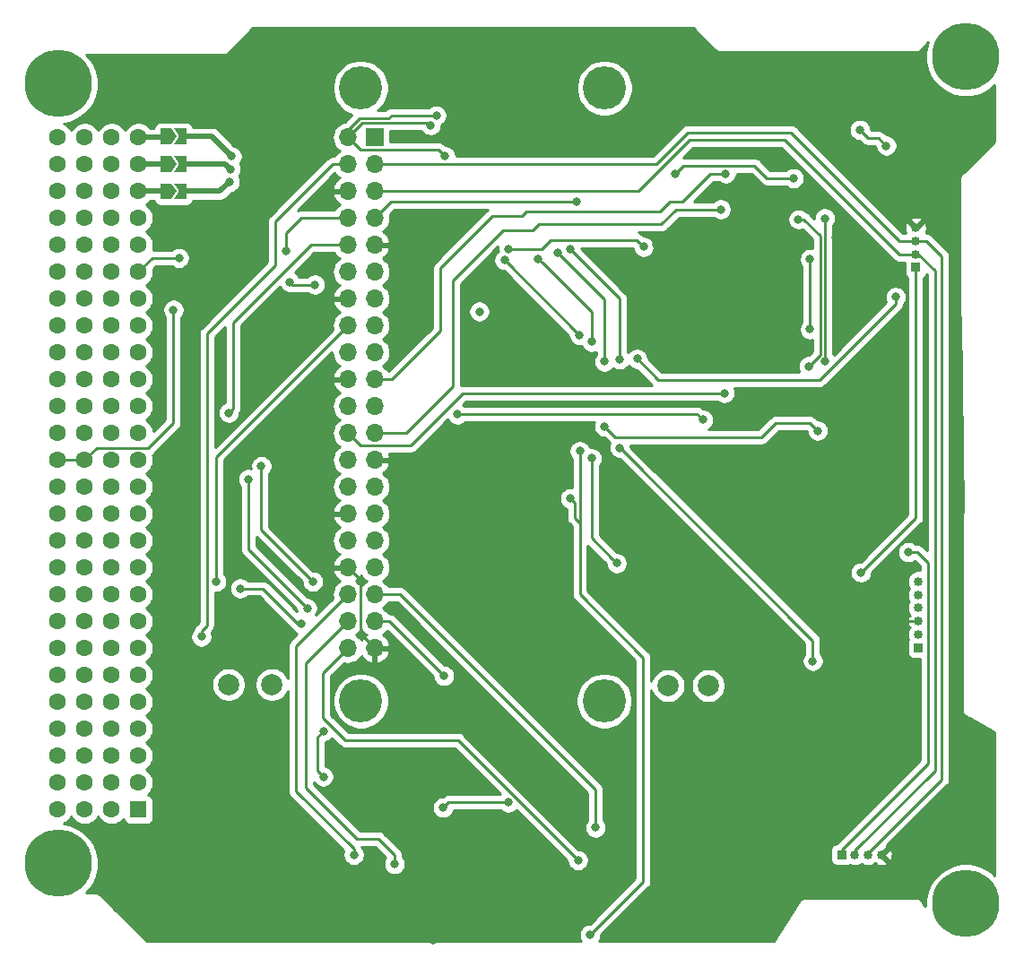
<source format=gbr>
G04 #@! TF.GenerationSoftware,KiCad,Pcbnew,(5.1.2)-2*
G04 #@! TF.CreationDate,2021-11-10T11:25:58-03:00*
G04 #@! TF.ProjectId,MAG_Plus,4d41475f-506c-4757-932e-6b696361645f,rev?*
G04 #@! TF.SameCoordinates,Original*
G04 #@! TF.FileFunction,Copper,L2,Bot*
G04 #@! TF.FilePolarity,Positive*
%FSLAX46Y46*%
G04 Gerber Fmt 4.6, Leading zero omitted, Abs format (unit mm)*
G04 Created by KiCad (PCBNEW (5.1.2)-2) date 2021-11-10 11:25:58*
%MOMM*%
%LPD*%
G04 APERTURE LIST*
%ADD10C,6.350000*%
%ADD11C,1.600000*%
%ADD12R,1.600000X1.600000*%
%ADD13C,4.064000*%
%ADD14C,0.300000*%
%ADD15C,0.100000*%
%ADD16O,1.700000X1.700000*%
%ADD17R,1.700000X1.700000*%
%ADD18C,2.000000*%
%ADD19C,0.850000*%
%ADD20R,0.850000X0.850000*%
%ADD21C,0.800000*%
%ADD22C,0.250000*%
%ADD23C,0.500000*%
%ADD24C,0.254000*%
G04 APERTURE END LIST*
D10*
X37050000Y-122300000D03*
X37050000Y-48640000D03*
D11*
X42110000Y-53720000D03*
X44650000Y-53720000D03*
X42110000Y-56260000D03*
X44650000Y-56260000D03*
X42110000Y-58800000D03*
X44650000Y-58800000D03*
X42110000Y-61340000D03*
X44650000Y-61340000D03*
X42110000Y-63880000D03*
X44650000Y-63880000D03*
X42110000Y-66420000D03*
X44650000Y-66420000D03*
X42110000Y-68960000D03*
X44650000Y-68960000D03*
X42110000Y-71500000D03*
X44650000Y-71500000D03*
X42110000Y-74040000D03*
X44650000Y-74040000D03*
X42110000Y-76580000D03*
X44650000Y-76580000D03*
X42110000Y-79120000D03*
X44650000Y-79120000D03*
X42110000Y-81660000D03*
X44650000Y-81660000D03*
X42110000Y-84200000D03*
X44650000Y-84200000D03*
X42110000Y-86740000D03*
X44650000Y-86740000D03*
X42110000Y-89280000D03*
X44650000Y-89280000D03*
X42110000Y-91820000D03*
X44650000Y-91820000D03*
X42110000Y-94360000D03*
X44650000Y-94360000D03*
X42110000Y-96900000D03*
X44650000Y-96900000D03*
X42110000Y-99440000D03*
X44650000Y-99440000D03*
X42110000Y-101980000D03*
X44650000Y-101980000D03*
X42110000Y-104520000D03*
X44650000Y-104520000D03*
X42110000Y-107060000D03*
X44650000Y-107060000D03*
X42110000Y-109600000D03*
X44650000Y-109600000D03*
X42110000Y-112140000D03*
X44650000Y-112140000D03*
X42110000Y-114680000D03*
X44650000Y-114680000D03*
X42110000Y-117220000D03*
D12*
X44650000Y-117220000D03*
D11*
X37030000Y-53720000D03*
X39570000Y-53720000D03*
X37030000Y-56260000D03*
X39570000Y-56260000D03*
X37030000Y-58800000D03*
X39570000Y-58800000D03*
X37030000Y-61340000D03*
X39570000Y-61340000D03*
X37030000Y-63880000D03*
X39570000Y-63880000D03*
X37030000Y-66420000D03*
X39570000Y-66420000D03*
X37030000Y-68960000D03*
X39570000Y-68960000D03*
X37030000Y-71500000D03*
X39570000Y-71500000D03*
X37030000Y-74040000D03*
X39570000Y-74040000D03*
X37030000Y-76580000D03*
X39570000Y-76580000D03*
X37030000Y-79120000D03*
X39570000Y-79120000D03*
X37030000Y-81660000D03*
X39570000Y-81660000D03*
X37030000Y-84200000D03*
X39570000Y-84200000D03*
X37030000Y-86740000D03*
X39570000Y-86740000D03*
X37030000Y-89280000D03*
X39570000Y-89280000D03*
X37030000Y-91820000D03*
X39570000Y-91820000D03*
X37030000Y-94360000D03*
X39570000Y-94360000D03*
X37030000Y-96900000D03*
X39570000Y-96900000D03*
X37030000Y-99440000D03*
X39570000Y-99440000D03*
X37030000Y-101980000D03*
X39570000Y-101980000D03*
X37030000Y-104520000D03*
X39570000Y-104520000D03*
X37030000Y-107060000D03*
X39570000Y-107060000D03*
X37030000Y-109600000D03*
X39570000Y-109600000D03*
X37030000Y-112140000D03*
X39570000Y-112140000D03*
X37030000Y-114680000D03*
X39570000Y-114680000D03*
X37030000Y-117220000D03*
X39570000Y-117220000D03*
D10*
X122780000Y-126110000D03*
X122780000Y-46100000D03*
D13*
X65620000Y-49050000D03*
X65650000Y-106940000D03*
X88620000Y-106940000D03*
X88650000Y-49050000D03*
D14*
X48675000Y-58800000D03*
D15*
G36*
X49175000Y-59550000D02*
G01*
X48025000Y-59550000D01*
X48525000Y-58800000D01*
X48025000Y-58050000D01*
X49175000Y-58050000D01*
X49175000Y-59550000D01*
X49175000Y-59550000D01*
G37*
D14*
X47225000Y-58800000D03*
D15*
G36*
X48225000Y-58800000D02*
G01*
X47725000Y-59550000D01*
X46725000Y-59550000D01*
X46725000Y-58050000D01*
X47725000Y-58050000D01*
X48225000Y-58800000D01*
X48225000Y-58800000D01*
G37*
D14*
X47225000Y-56200000D03*
D15*
G36*
X48225000Y-56200000D02*
G01*
X47725000Y-56950000D01*
X46725000Y-56950000D01*
X46725000Y-55450000D01*
X47725000Y-55450000D01*
X48225000Y-56200000D01*
X48225000Y-56200000D01*
G37*
D14*
X48675000Y-56200000D03*
D15*
G36*
X49175000Y-56950000D02*
G01*
X48025000Y-56950000D01*
X48525000Y-56200000D01*
X48025000Y-55450000D01*
X49175000Y-55450000D01*
X49175000Y-56950000D01*
X49175000Y-56950000D01*
G37*
D14*
X48675000Y-53600000D03*
D15*
G36*
X49175000Y-54350000D02*
G01*
X48025000Y-54350000D01*
X48525000Y-53600000D01*
X48025000Y-52850000D01*
X49175000Y-52850000D01*
X49175000Y-54350000D01*
X49175000Y-54350000D01*
G37*
D14*
X47225000Y-53600000D03*
D15*
G36*
X48225000Y-53600000D02*
G01*
X47725000Y-54350000D01*
X46725000Y-54350000D01*
X46725000Y-52850000D01*
X47725000Y-52850000D01*
X48225000Y-53600000D01*
X48225000Y-53600000D01*
G37*
D16*
X64410000Y-101960000D03*
X66950000Y-101960000D03*
X64410000Y-99420000D03*
X66950000Y-99420000D03*
X64410000Y-96880000D03*
X66950000Y-96880000D03*
X64410000Y-94340000D03*
X66950000Y-94340000D03*
X64410000Y-91800000D03*
X66950000Y-91800000D03*
X64410000Y-89260000D03*
X66950000Y-89260000D03*
X64410000Y-86720000D03*
X66950000Y-86720000D03*
X64410000Y-84180000D03*
X66950000Y-84180000D03*
X64410000Y-81640000D03*
X66950000Y-81640000D03*
X64410000Y-79100000D03*
X66950000Y-79100000D03*
X64410000Y-76560000D03*
X66950000Y-76560000D03*
X64410000Y-74020000D03*
X66950000Y-74020000D03*
X64410000Y-71480000D03*
X66950000Y-71480000D03*
X64410000Y-68940000D03*
X66950000Y-68940000D03*
X64410000Y-66400000D03*
X66950000Y-66400000D03*
X64410000Y-63860000D03*
X66950000Y-63860000D03*
X64410000Y-61320000D03*
X66950000Y-61320000D03*
X64410000Y-58780000D03*
X66950000Y-58780000D03*
X64410000Y-56240000D03*
X66950000Y-56240000D03*
X64410000Y-53700000D03*
D17*
X66950000Y-53700000D03*
D18*
X94650000Y-105500000D03*
X98450000Y-105500000D03*
X53150000Y-105400000D03*
X57250000Y-105400000D03*
D19*
X118050000Y-62250000D03*
X118050000Y-63500000D03*
X118050000Y-64750000D03*
D20*
X118050000Y-66000000D03*
D19*
X114800000Y-121480000D03*
X113550000Y-121480000D03*
X112300000Y-121480000D03*
D20*
X111050000Y-121480000D03*
D19*
X118280000Y-95670000D03*
X118280000Y-96920000D03*
X118280000Y-98170000D03*
X118280000Y-99420000D03*
X118280000Y-100670000D03*
D20*
X118280000Y-101920000D03*
D21*
X76840000Y-70160000D03*
X53450000Y-55500000D03*
X53350000Y-56700000D03*
X53250000Y-57900000D03*
X108320000Y-103180000D03*
X90080000Y-83030000D03*
X85390000Y-64250000D03*
X72775000Y-51635000D03*
X87440000Y-84030000D03*
X90080000Y-74679998D03*
X87440000Y-73030000D03*
X50594999Y-100874999D03*
X72220000Y-52560000D03*
X88640000Y-74890000D03*
X88640000Y-81020000D03*
X108780001Y-81419999D03*
X73599998Y-55484990D03*
X82385000Y-65175000D03*
X84265000Y-64605000D03*
X89800000Y-93930000D03*
X79620000Y-64240000D03*
X87290000Y-129020000D03*
X85410000Y-87820000D03*
X86310002Y-83340000D03*
X92340000Y-64050000D03*
X86300000Y-72410000D03*
X79199997Y-65300001D03*
X48475000Y-65100000D03*
X47950000Y-70000000D03*
X60030000Y-99640000D03*
X54245000Y-96315000D03*
X61310000Y-67620000D03*
X58920000Y-67370000D03*
X58650000Y-49960000D03*
X58650000Y-56170000D03*
X94430000Y-68300000D03*
X93540000Y-63810000D03*
X111210000Y-71960000D03*
X113130000Y-103270000D03*
X86694268Y-117281045D03*
X86650000Y-115725000D03*
X74397489Y-129075000D03*
X72470000Y-129510000D03*
X47520000Y-62310000D03*
X55890000Y-60180000D03*
X71320000Y-116260000D03*
X66780000Y-114650000D03*
X110495010Y-63180000D03*
X77260000Y-123020000D03*
X68030000Y-117080000D03*
X82300000Y-115900000D03*
X82160000Y-112120000D03*
X83440000Y-107550000D03*
X76140000Y-107710000D03*
X80310000Y-103540000D03*
X81670000Y-99350000D03*
X73760000Y-96400000D03*
X78380000Y-93040000D03*
X77510000Y-87190000D03*
X82800000Y-82090000D03*
X83770000Y-74880000D03*
X73410000Y-62660000D03*
X82100000Y-53300000D03*
X79600000Y-48100000D03*
X106030000Y-46950000D03*
X113550000Y-70310000D03*
X116140000Y-73280000D03*
X116230000Y-88860000D03*
X117000000Y-108230000D03*
X122920000Y-116260000D03*
X115050000Y-124300000D03*
X107340000Y-121540000D03*
X101260000Y-70120000D03*
X56530000Y-81620000D03*
X57600000Y-72180000D03*
X55770000Y-46150000D03*
X49160000Y-114430000D03*
X43690000Y-121200000D03*
X64500000Y-114100000D03*
X62140000Y-109790000D03*
X62100000Y-114099998D03*
X79570000Y-116530000D03*
X73410000Y-117020000D03*
X108050000Y-65220000D03*
X108050002Y-71830010D03*
X107940000Y-75330000D03*
X106960000Y-61450000D03*
X109460000Y-61360000D03*
X109470000Y-74850000D03*
X106490000Y-57560000D03*
X95302340Y-57192340D03*
X115250000Y-54500000D03*
X112750000Y-53000000D03*
X91740000Y-74620000D03*
X116140000Y-68780000D03*
X117330000Y-92890000D03*
X112870000Y-94810000D03*
X58560000Y-64470000D03*
X53180000Y-79730000D03*
X56250000Y-84760000D03*
X61100000Y-95660000D03*
X55020002Y-86000000D03*
X60580000Y-98180000D03*
X73500000Y-104580000D03*
X52000000Y-95670000D03*
X100098857Y-57128857D03*
X74760000Y-79870000D03*
X97960000Y-80380000D03*
X99620000Y-60510000D03*
X99970000Y-77860000D03*
X68820000Y-122370000D03*
X87800000Y-118910000D03*
X86150000Y-122000000D03*
X64990000Y-121490000D03*
X86040000Y-59770000D03*
D22*
X46825000Y-58800000D02*
X47225000Y-59200000D01*
D23*
X44650000Y-58800000D02*
X46825000Y-58800000D01*
X48675000Y-53600000D02*
X51550000Y-53600000D01*
X51550000Y-53600000D02*
X53450000Y-55500000D01*
X48675000Y-56200000D02*
X52850000Y-56200000D01*
X52850000Y-56200000D02*
X53350000Y-56700000D01*
X48675000Y-58800000D02*
X52350000Y-58800000D01*
X52350000Y-58800000D02*
X53250000Y-57900000D01*
D22*
X47085000Y-56260000D02*
X47225000Y-56400000D01*
D23*
X44650000Y-56260000D02*
X47085000Y-56260000D01*
D22*
X47105000Y-53720000D02*
X47225000Y-53600000D01*
D23*
X44650000Y-53720000D02*
X47105000Y-53720000D01*
D22*
X68555000Y-51635000D02*
X72775000Y-51635000D01*
X68550000Y-51630000D02*
X68555000Y-51635000D01*
X68240000Y-51940000D02*
X68550000Y-51630000D01*
X65500000Y-51940000D02*
X68240000Y-51940000D01*
X64410000Y-53700000D02*
X64410000Y-53030000D01*
X64410000Y-53030000D02*
X65500000Y-51940000D01*
X85390000Y-64250000D02*
X90080000Y-68940000D01*
X90080000Y-68940000D02*
X90080000Y-74114313D01*
X90080000Y-74114313D02*
X90080000Y-74679998D01*
X64410000Y-56240000D02*
X62980000Y-56240000D01*
X57560000Y-61660000D02*
X57560000Y-65780000D01*
X62980000Y-56240000D02*
X57560000Y-61660000D01*
X51100000Y-99804313D02*
X51100000Y-72240000D01*
X50594999Y-100874999D02*
X50594999Y-100309314D01*
X50594999Y-100309314D02*
X51100000Y-99804313D01*
X51100000Y-72240000D02*
X57560000Y-65780000D01*
X72020000Y-52360000D02*
X72220000Y-52560000D01*
X64410000Y-53700000D02*
X65750000Y-52360000D01*
X65750000Y-52360000D02*
X72020000Y-52360000D01*
X90120000Y-83030000D02*
X90080000Y-83030000D01*
X108320000Y-103180000D02*
X108320000Y-101230000D01*
X108320000Y-101230000D02*
X90120000Y-83030000D01*
X108060002Y-80700000D02*
X108780001Y-81419999D01*
X104800000Y-80700000D02*
X108060002Y-80700000D01*
X103450000Y-82050000D02*
X104800000Y-80700000D01*
X88640000Y-81020000D02*
X89670000Y-82050000D01*
X89670000Y-82050000D02*
X103450000Y-82050000D01*
X64410000Y-53700000D02*
X65585001Y-54875001D01*
X65585001Y-54875001D02*
X72990009Y-54875001D01*
X72990009Y-54875001D02*
X73199999Y-55084991D01*
X73199999Y-55084991D02*
X73599998Y-55484990D01*
X82784999Y-65574999D02*
X82385000Y-65175000D01*
X87440000Y-70230000D02*
X82784999Y-65574999D01*
X87440000Y-73030000D02*
X87440000Y-70230000D01*
X88640000Y-74890000D02*
X88640000Y-68980000D01*
X88640000Y-68980000D02*
X84664999Y-65004999D01*
X84664999Y-65004999D02*
X84265000Y-64605000D01*
X89400001Y-93530001D02*
X89800000Y-93930000D01*
X87440000Y-91570000D02*
X89400001Y-93530001D01*
X87440000Y-84030000D02*
X87440000Y-91570000D01*
X112300000Y-121050000D02*
X112300000Y-121400000D01*
X119840000Y-113510000D02*
X112300000Y-121050000D01*
X119840000Y-66290000D02*
X119840000Y-113510000D01*
X118050000Y-64750000D02*
X118300000Y-64750000D01*
X118300000Y-64750000D02*
X119840000Y-66290000D01*
X116460000Y-64750000D02*
X118050000Y-64750000D01*
X105660000Y-53950000D02*
X116460000Y-64750000D01*
X96680000Y-53950000D02*
X105660000Y-53950000D01*
X66950000Y-58780000D02*
X91850000Y-58780000D01*
X91850000Y-58780000D02*
X96680000Y-53950000D01*
X113550000Y-121300000D02*
X113550000Y-121400000D01*
X120500000Y-114350000D02*
X113550000Y-121300000D01*
X120500000Y-64950000D02*
X120500000Y-114350000D01*
X118050000Y-63500000D02*
X119050000Y-63500000D01*
X119050000Y-63500000D02*
X120500000Y-64950000D01*
X116520000Y-63500000D02*
X118050000Y-63500000D01*
X106240000Y-53220000D02*
X116520000Y-63500000D01*
X96550000Y-53220000D02*
X106240000Y-53220000D01*
X93560000Y-56210000D02*
X96550000Y-53220000D01*
X66950000Y-56240000D02*
X66980000Y-56210000D01*
X66980000Y-56210000D02*
X93560000Y-56210000D01*
X86310000Y-96840000D02*
X92310000Y-102840000D01*
X92310000Y-102840000D02*
X92310000Y-124000000D01*
X92310000Y-124000000D02*
X87290000Y-129020000D01*
X85809999Y-89649999D02*
X86310000Y-90150000D01*
X85809999Y-88219999D02*
X85809999Y-89649999D01*
X85410000Y-87820000D02*
X85809999Y-88219999D01*
X86310000Y-90150000D02*
X86310000Y-96840000D01*
X86310000Y-90150000D02*
X86310002Y-90149998D01*
X86310002Y-90149998D02*
X86310002Y-83905685D01*
X86310002Y-83905685D02*
X86310002Y-83340000D01*
X91940001Y-63650001D02*
X92340000Y-64050000D01*
X91720001Y-63430001D02*
X91940001Y-63650001D01*
X83539999Y-63430001D02*
X91720001Y-63430001D01*
X79620000Y-64240000D02*
X82730000Y-64240000D01*
X82730000Y-64240000D02*
X83539999Y-63430001D01*
X86300000Y-72410000D02*
X79199997Y-65309997D01*
X79199997Y-65309997D02*
X79199997Y-65300001D01*
X45970000Y-65100000D02*
X44650000Y-66420000D01*
X48475000Y-65100000D02*
X45970000Y-65100000D01*
X37030000Y-84200000D02*
X39570000Y-84200000D01*
X40695001Y-83074999D02*
X45575001Y-83074999D01*
X39570000Y-84200000D02*
X40695001Y-83074999D01*
X45575001Y-83074999D02*
X47950000Y-80700000D01*
X47950000Y-80700000D02*
X47950000Y-70000000D01*
X56375000Y-96315000D02*
X54245000Y-96315000D01*
X60030000Y-99640000D02*
X59700000Y-99640000D01*
X59700000Y-99640000D02*
X56375000Y-96315000D01*
X61310000Y-67620000D02*
X59170000Y-67620000D01*
X59170000Y-67620000D02*
X58920000Y-67370000D01*
X65259999Y-95189999D02*
X64410000Y-94340000D01*
X65585001Y-95515001D02*
X65259999Y-95189999D01*
X65585001Y-100595001D02*
X65585001Y-95515001D01*
X66950000Y-101960000D02*
X65585001Y-100595001D01*
X58650000Y-49960000D02*
X58650000Y-56170000D01*
X94430000Y-68300000D02*
X93660000Y-69070000D01*
X93660000Y-69070000D02*
X92330000Y-69070000D01*
X92330000Y-69070000D02*
X91610000Y-68350000D01*
X91610000Y-68350000D02*
X91610000Y-67060000D01*
X91610000Y-67060000D02*
X91610000Y-67050000D01*
X91610000Y-67050000D02*
X93540000Y-65120000D01*
X93540000Y-65120000D02*
X93540000Y-63810000D01*
X116980000Y-99420000D02*
X118280000Y-99420000D01*
X113130000Y-103270000D02*
X116980000Y-99420000D01*
X86694268Y-117281045D02*
X86694268Y-115769268D01*
X86694268Y-115769268D02*
X86650000Y-115725000D01*
X73962489Y-129510000D02*
X72470000Y-129510000D01*
X74397489Y-129075000D02*
X73962489Y-129510000D01*
X47520000Y-62310000D02*
X49650000Y-60180000D01*
X49650000Y-60180000D02*
X55890000Y-60180000D01*
X71320000Y-116260000D02*
X69710000Y-114650000D01*
X69710000Y-114650000D02*
X66780000Y-114650000D01*
X111210000Y-63894990D02*
X110895009Y-63579999D01*
X110895009Y-63579999D02*
X110495010Y-63180000D01*
X111210000Y-71960000D02*
X111210000Y-63894990D01*
X61570000Y-113569998D02*
X62100000Y-114099998D01*
X62140000Y-109790000D02*
X61570000Y-110360000D01*
X61570000Y-110360000D02*
X61570000Y-113569998D01*
X79570000Y-116530000D02*
X73900000Y-116530000D01*
X73900000Y-116530000D02*
X73809999Y-116620001D01*
X73809999Y-116620001D02*
X73410000Y-117020000D01*
X108050000Y-65220000D02*
X108050000Y-71830008D01*
X108050000Y-71830008D02*
X108050002Y-71830010D01*
X107450000Y-61450000D02*
X106960000Y-61450000D01*
X109010000Y-63010000D02*
X107450000Y-61450000D01*
X107940000Y-75330000D02*
X109010000Y-74260000D01*
X109010000Y-74260000D02*
X109010000Y-63010000D01*
X109460000Y-74840000D02*
X109470000Y-74850000D01*
X109460000Y-61360000D02*
X109460000Y-74840000D01*
X95702339Y-56792341D02*
X95302340Y-57192340D01*
X96114670Y-56380010D02*
X95702339Y-56792341D01*
X102800010Y-56380010D02*
X96114670Y-56380010D01*
X106490000Y-57560000D02*
X103980000Y-57560000D01*
X103980000Y-57560000D02*
X102800010Y-56380010D01*
X113530000Y-53780000D02*
X112750000Y-53000000D01*
X114540000Y-53780000D02*
X113530000Y-53780000D01*
X115250000Y-54500000D02*
X115250000Y-54490000D01*
X115250000Y-54490000D02*
X114540000Y-53780000D01*
X91740000Y-74620000D02*
X93740000Y-76620000D01*
X116140000Y-69443002D02*
X116140000Y-69345685D01*
X108963002Y-76620000D02*
X116140000Y-69443002D01*
X93740000Y-76620000D02*
X108963002Y-76620000D01*
X116140000Y-69345685D02*
X116140000Y-68780000D01*
X111050000Y-121000000D02*
X111050000Y-121400000D01*
X119190000Y-112860000D02*
X111050000Y-121000000D01*
X119190000Y-93875000D02*
X119190000Y-112860000D01*
X117330000Y-92890000D02*
X118205000Y-92890000D01*
X118205000Y-92890000D02*
X119190000Y-93875000D01*
X118050000Y-66000000D02*
X118050000Y-89630000D01*
X113269999Y-94410001D02*
X112870000Y-94810000D01*
X118050000Y-89630000D02*
X113269999Y-94410001D01*
X58560000Y-62760000D02*
X58560000Y-64470000D01*
X64410000Y-61320000D02*
X60000000Y-61320000D01*
X60000000Y-61320000D02*
X58560000Y-62760000D01*
X60910000Y-63860000D02*
X64410000Y-63860000D01*
X53579999Y-71190001D02*
X60910000Y-63860000D01*
X53180000Y-79730000D02*
X53579999Y-79330001D01*
X53579999Y-79330001D02*
X53579999Y-71190001D01*
X60700001Y-95260001D02*
X61100000Y-95660000D01*
X56250000Y-90810000D02*
X60700001Y-95260001D01*
X56250000Y-84760000D02*
X56250000Y-90810000D01*
X55020002Y-86000000D02*
X55020002Y-92620002D01*
X55020002Y-92620002D02*
X60180001Y-97780001D01*
X60180001Y-97780001D02*
X60580000Y-98180000D01*
X66970000Y-99440000D02*
X66950000Y-99420000D01*
X73500000Y-104580000D02*
X68360000Y-99440000D01*
X68360000Y-99440000D02*
X66970000Y-99440000D01*
X52000000Y-95104315D02*
X52000000Y-95670000D01*
X52000000Y-83890000D02*
X52000000Y-95104315D01*
X64410000Y-71480000D02*
X52000000Y-83890000D01*
X73140000Y-72000000D02*
X68580000Y-76560000D01*
X73140000Y-66070000D02*
X73140000Y-72000000D01*
X100098857Y-57128857D02*
X99533172Y-57128857D01*
X99533172Y-57128857D02*
X99522029Y-57140000D01*
X99522029Y-57140000D02*
X98670000Y-57140000D01*
X98670000Y-57140000D02*
X95990000Y-59820000D01*
X68580000Y-76560000D02*
X66950000Y-76560000D01*
X78040000Y-61170000D02*
X80810000Y-61170000D01*
X78040000Y-61170000D02*
X73140000Y-66070000D01*
X80810000Y-61170000D02*
X81300000Y-60680000D01*
X93920000Y-60680000D02*
X94780000Y-59820000D01*
X81300000Y-60680000D02*
X93920000Y-60680000D01*
X95990000Y-59820000D02*
X94780000Y-59820000D01*
X97450000Y-79870000D02*
X97560001Y-79980001D01*
X97560001Y-79980001D02*
X97960000Y-80380000D01*
X74760000Y-79870000D02*
X97450000Y-79870000D01*
X69960000Y-81640000D02*
X66950000Y-81640000D01*
X74360000Y-77240000D02*
X69960000Y-81640000D01*
X74360000Y-67220000D02*
X74360000Y-77240000D01*
X79080000Y-62500000D02*
X81850000Y-62500000D01*
X79080000Y-62500000D02*
X74360000Y-67220000D01*
X81850000Y-62500000D02*
X82430000Y-61920000D01*
X94010000Y-61920000D02*
X95420000Y-60510000D01*
X82430000Y-61920000D02*
X94010000Y-61920000D01*
X99620000Y-60510000D02*
X95420000Y-60510000D01*
X65259999Y-82489999D02*
X64410000Y-81640000D01*
X65585001Y-82815001D02*
X65259999Y-82489999D01*
X70344999Y-82815001D02*
X65585001Y-82815001D01*
X99970000Y-77860000D02*
X75300000Y-77860000D01*
X75300000Y-77860000D02*
X70344999Y-82815001D01*
X68820000Y-121500000D02*
X68820000Y-122370000D01*
X67270000Y-119950000D02*
X68820000Y-121500000D01*
X65280000Y-119950000D02*
X67270000Y-119950000D01*
X60440000Y-115110000D02*
X65280000Y-119950000D01*
X64410000Y-99420000D02*
X60440000Y-103390000D01*
X60440000Y-103390000D02*
X60440000Y-115110000D01*
X87800000Y-115320000D02*
X87800000Y-118344315D01*
X87800000Y-118344315D02*
X87800000Y-118910000D01*
X66950000Y-96880000D02*
X69360000Y-96880000D01*
X69360000Y-96880000D02*
X87800000Y-115320000D01*
X74794998Y-110644998D02*
X64158002Y-110644998D01*
X63560001Y-102809999D02*
X64410000Y-101960000D01*
X62080000Y-104290000D02*
X63560001Y-102809999D01*
X64158002Y-110644998D02*
X62080000Y-108566996D01*
X62080000Y-108566996D02*
X62080000Y-104290000D01*
X86150000Y-122000000D02*
X74794998Y-110644998D01*
X64990000Y-120950000D02*
X64990000Y-121490000D01*
X59540000Y-115500000D02*
X64990000Y-120950000D01*
X64410000Y-96880000D02*
X59540000Y-101750000D01*
X59540000Y-101750000D02*
X59540000Y-115500000D01*
X66950000Y-61320000D02*
X68500000Y-59770000D01*
X68500000Y-59770000D02*
X86040000Y-59770000D01*
D24*
G36*
X99060388Y-45443769D02*
G01*
X99081052Y-45468948D01*
X99106231Y-45489612D01*
X99106233Y-45489614D01*
X99108356Y-45491356D01*
X99181550Y-45551425D01*
X99296207Y-45612710D01*
X99420617Y-45650450D01*
X99517581Y-45660000D01*
X99517588Y-45660000D01*
X99550000Y-45663192D01*
X99582412Y-45660000D01*
X117997591Y-45660000D01*
X118030000Y-45663192D01*
X118062409Y-45660000D01*
X118062419Y-45660000D01*
X118159383Y-45650450D01*
X118283793Y-45612710D01*
X118398450Y-45551425D01*
X118498948Y-45468948D01*
X118519616Y-45443764D01*
X119216613Y-44746767D01*
X119116416Y-44988664D01*
X118970000Y-45724748D01*
X118970000Y-46475252D01*
X119116416Y-47211336D01*
X119403622Y-47904712D01*
X119820580Y-48528733D01*
X120351267Y-49059420D01*
X120975288Y-49476378D01*
X121668664Y-49763584D01*
X122404748Y-49910000D01*
X123155252Y-49910000D01*
X123891336Y-49763584D01*
X124584712Y-49476378D01*
X125208733Y-49059420D01*
X125500000Y-48768153D01*
X125500001Y-54106618D01*
X122672712Y-56933908D01*
X122627367Y-56947663D01*
X122499680Y-57015913D01*
X122387762Y-57107763D01*
X122295913Y-57219681D01*
X122227663Y-57347368D01*
X122185635Y-57485916D01*
X122175000Y-57593896D01*
X122175001Y-70416105D01*
X122185636Y-70524085D01*
X122227664Y-70662633D01*
X122253771Y-70711475D01*
X122466303Y-89182494D01*
X122447663Y-89217368D01*
X122405635Y-89355916D01*
X122395000Y-89463896D01*
X122395001Y-107826105D01*
X122405636Y-107934085D01*
X122447664Y-108072633D01*
X122515914Y-108200320D01*
X122607763Y-108312238D01*
X122719681Y-108404087D01*
X122847368Y-108472337D01*
X122985916Y-108514365D01*
X123080708Y-108523701D01*
X125500001Y-109920983D01*
X125499988Y-123441835D01*
X125208733Y-123150580D01*
X124584712Y-122733622D01*
X123891336Y-122446416D01*
X123155252Y-122300000D01*
X122404748Y-122300000D01*
X121668664Y-122446416D01*
X120975288Y-122733622D01*
X120351267Y-123150580D01*
X119820580Y-123681267D01*
X119403622Y-124305288D01*
X119116416Y-124998664D01*
X118970000Y-125734748D01*
X118970000Y-126296620D01*
X118726092Y-126052712D01*
X118712337Y-126007367D01*
X118644087Y-125879680D01*
X118552238Y-125767762D01*
X118440320Y-125675913D01*
X118312633Y-125607663D01*
X118174085Y-125565635D01*
X118066105Y-125555000D01*
X107664077Y-125555000D01*
X107615894Y-125551838D01*
X107556029Y-125559714D01*
X107495915Y-125565635D01*
X107484339Y-125569146D01*
X107472349Y-125570724D01*
X107415167Y-125590130D01*
X107357367Y-125607663D01*
X107346699Y-125613365D01*
X107335246Y-125617252D01*
X107282946Y-125647442D01*
X107229680Y-125675913D01*
X107220330Y-125683586D01*
X107209855Y-125689633D01*
X107164443Y-125729452D01*
X107117762Y-125767762D01*
X107110090Y-125777110D01*
X107100994Y-125785086D01*
X107064223Y-125833000D01*
X107025913Y-125879680D01*
X107003147Y-125922271D01*
X104681573Y-129655000D01*
X88110490Y-129655000D01*
X88207205Y-129510256D01*
X88285226Y-129321898D01*
X88325000Y-129121939D01*
X88325000Y-129059801D01*
X92821003Y-124563799D01*
X92850001Y-124540001D01*
X92903279Y-124475082D01*
X92944974Y-124424277D01*
X93015546Y-124292247D01*
X93015669Y-124291841D01*
X93059003Y-124148986D01*
X93070000Y-124037333D01*
X93070000Y-124037324D01*
X93073676Y-124000001D01*
X93070000Y-123962678D01*
X93070000Y-105937538D01*
X93077832Y-105976912D01*
X93201082Y-106274463D01*
X93380013Y-106542252D01*
X93607748Y-106769987D01*
X93875537Y-106948918D01*
X94173088Y-107072168D01*
X94488967Y-107135000D01*
X94811033Y-107135000D01*
X95126912Y-107072168D01*
X95424463Y-106948918D01*
X95692252Y-106769987D01*
X95919987Y-106542252D01*
X96098918Y-106274463D01*
X96222168Y-105976912D01*
X96285000Y-105661033D01*
X96285000Y-105338967D01*
X96815000Y-105338967D01*
X96815000Y-105661033D01*
X96877832Y-105976912D01*
X97001082Y-106274463D01*
X97180013Y-106542252D01*
X97407748Y-106769987D01*
X97675537Y-106948918D01*
X97973088Y-107072168D01*
X98288967Y-107135000D01*
X98611033Y-107135000D01*
X98926912Y-107072168D01*
X99224463Y-106948918D01*
X99492252Y-106769987D01*
X99719987Y-106542252D01*
X99898918Y-106274463D01*
X100022168Y-105976912D01*
X100085000Y-105661033D01*
X100085000Y-105338967D01*
X100022168Y-105023088D01*
X99898918Y-104725537D01*
X99719987Y-104457748D01*
X99492252Y-104230013D01*
X99224463Y-104051082D01*
X98926912Y-103927832D01*
X98611033Y-103865000D01*
X98288967Y-103865000D01*
X97973088Y-103927832D01*
X97675537Y-104051082D01*
X97407748Y-104230013D01*
X97180013Y-104457748D01*
X97001082Y-104725537D01*
X96877832Y-105023088D01*
X96815000Y-105338967D01*
X96285000Y-105338967D01*
X96222168Y-105023088D01*
X96098918Y-104725537D01*
X95919987Y-104457748D01*
X95692252Y-104230013D01*
X95424463Y-104051082D01*
X95126912Y-103927832D01*
X94811033Y-103865000D01*
X94488967Y-103865000D01*
X94173088Y-103927832D01*
X93875537Y-104051082D01*
X93607748Y-104230013D01*
X93380013Y-104457748D01*
X93201082Y-104725537D01*
X93077832Y-105023088D01*
X93070000Y-105062462D01*
X93070000Y-102877322D01*
X93073676Y-102839999D01*
X93070000Y-102802676D01*
X93070000Y-102802667D01*
X93059003Y-102691014D01*
X93015546Y-102547753D01*
X92944974Y-102415724D01*
X92912425Y-102376063D01*
X92873799Y-102328996D01*
X92873795Y-102328992D01*
X92850001Y-102299999D01*
X92821009Y-102276206D01*
X87070000Y-96525199D01*
X87070000Y-92274801D01*
X88765000Y-93969802D01*
X88765000Y-94031939D01*
X88804774Y-94231898D01*
X88882795Y-94420256D01*
X88996063Y-94589774D01*
X89140226Y-94733937D01*
X89309744Y-94847205D01*
X89498102Y-94925226D01*
X89698061Y-94965000D01*
X89901939Y-94965000D01*
X90101898Y-94925226D01*
X90290256Y-94847205D01*
X90459774Y-94733937D01*
X90603937Y-94589774D01*
X90717205Y-94420256D01*
X90795226Y-94231898D01*
X90835000Y-94031939D01*
X90835000Y-93828061D01*
X90795226Y-93628102D01*
X90717205Y-93439744D01*
X90603937Y-93270226D01*
X90459774Y-93126063D01*
X90290256Y-93012795D01*
X90101898Y-92934774D01*
X89901939Y-92895000D01*
X89839802Y-92895000D01*
X88200000Y-91255199D01*
X88200000Y-84733711D01*
X88243937Y-84689774D01*
X88357205Y-84520256D01*
X88435226Y-84331898D01*
X88475000Y-84131939D01*
X88475000Y-83928061D01*
X88435226Y-83728102D01*
X88357205Y-83539744D01*
X88243937Y-83370226D01*
X88099774Y-83226063D01*
X87930256Y-83112795D01*
X87741898Y-83034774D01*
X87541939Y-82995000D01*
X87338061Y-82995000D01*
X87291233Y-83004315D01*
X87227207Y-82849744D01*
X87113939Y-82680226D01*
X86969776Y-82536063D01*
X86800258Y-82422795D01*
X86611900Y-82344774D01*
X86411941Y-82305000D01*
X86208063Y-82305000D01*
X86008104Y-82344774D01*
X85819746Y-82422795D01*
X85650228Y-82536063D01*
X85506065Y-82680226D01*
X85392797Y-82849744D01*
X85314776Y-83038102D01*
X85275002Y-83238061D01*
X85275002Y-83441939D01*
X85314776Y-83641898D01*
X85392797Y-83830256D01*
X85506065Y-83999774D01*
X85550003Y-84043712D01*
X85550003Y-86792571D01*
X85511939Y-86785000D01*
X85308061Y-86785000D01*
X85108102Y-86824774D01*
X84919744Y-86902795D01*
X84750226Y-87016063D01*
X84606063Y-87160226D01*
X84492795Y-87329744D01*
X84414774Y-87518102D01*
X84375000Y-87718061D01*
X84375000Y-87921939D01*
X84414774Y-88121898D01*
X84492795Y-88310256D01*
X84606063Y-88479774D01*
X84750226Y-88623937D01*
X84919744Y-88737205D01*
X85049999Y-88791159D01*
X85050000Y-89612667D01*
X85046323Y-89649999D01*
X85060997Y-89798984D01*
X85104453Y-89942245D01*
X85175025Y-90074275D01*
X85229788Y-90141003D01*
X85269999Y-90190000D01*
X85298997Y-90213798D01*
X85550000Y-90464801D01*
X85550001Y-96802668D01*
X85546324Y-96840000D01*
X85550001Y-96877333D01*
X85560998Y-96988986D01*
X85571741Y-97024401D01*
X85604454Y-97132246D01*
X85675026Y-97264276D01*
X85745379Y-97350000D01*
X85770000Y-97380001D01*
X85798998Y-97403799D01*
X91550000Y-103154803D01*
X91550001Y-123685197D01*
X87250199Y-127985000D01*
X87188061Y-127985000D01*
X86988102Y-128024774D01*
X86799744Y-128102795D01*
X86630226Y-128216063D01*
X86486063Y-128360226D01*
X86372795Y-128529744D01*
X86294774Y-128718102D01*
X86255000Y-128918061D01*
X86255000Y-129121939D01*
X86294774Y-129321898D01*
X86372795Y-129510256D01*
X86469510Y-129655000D01*
X45494447Y-129655000D01*
X42724193Y-126884747D01*
X42640319Y-126815914D01*
X42512633Y-126747664D01*
X42474917Y-126736223D01*
X41032072Y-125259228D01*
X41008948Y-125231052D01*
X40961640Y-125192227D01*
X40914873Y-125152922D01*
X40911463Y-125151048D01*
X40908450Y-125148575D01*
X40854479Y-125119727D01*
X40800940Y-125090300D01*
X40797230Y-125089127D01*
X40793793Y-125087290D01*
X40735252Y-125069531D01*
X40676981Y-125051108D01*
X40673112Y-125050681D01*
X40669383Y-125049550D01*
X40608488Y-125043552D01*
X40547756Y-125036853D01*
X40511457Y-125040000D01*
X39698153Y-125040000D01*
X40009420Y-124728733D01*
X40426378Y-124104712D01*
X40713584Y-123411336D01*
X40860000Y-122675252D01*
X40860000Y-121924748D01*
X40713584Y-121188664D01*
X40426378Y-120495288D01*
X40009420Y-119871267D01*
X39478733Y-119340580D01*
X38854712Y-118923622D01*
X38161336Y-118636416D01*
X37620177Y-118528773D01*
X37709727Y-118491680D01*
X37944759Y-118334637D01*
X38144637Y-118134759D01*
X38300000Y-117902241D01*
X38455363Y-118134759D01*
X38655241Y-118334637D01*
X38890273Y-118491680D01*
X39151426Y-118599853D01*
X39428665Y-118655000D01*
X39711335Y-118655000D01*
X39988574Y-118599853D01*
X40249727Y-118491680D01*
X40484759Y-118334637D01*
X40684637Y-118134759D01*
X40840000Y-117902241D01*
X40995363Y-118134759D01*
X41195241Y-118334637D01*
X41430273Y-118491680D01*
X41691426Y-118599853D01*
X41968665Y-118655000D01*
X42251335Y-118655000D01*
X42528574Y-118599853D01*
X42789727Y-118491680D01*
X43024759Y-118334637D01*
X43223357Y-118136039D01*
X43224188Y-118144482D01*
X43260498Y-118264180D01*
X43319463Y-118374494D01*
X43398815Y-118471185D01*
X43495506Y-118550537D01*
X43605820Y-118609502D01*
X43725518Y-118645812D01*
X43850000Y-118658072D01*
X45450000Y-118658072D01*
X45574482Y-118645812D01*
X45694180Y-118609502D01*
X45804494Y-118550537D01*
X45901185Y-118471185D01*
X45980537Y-118374494D01*
X46039502Y-118264180D01*
X46075812Y-118144482D01*
X46088072Y-118020000D01*
X46088072Y-116420000D01*
X46075812Y-116295518D01*
X46039502Y-116175820D01*
X45980537Y-116065506D01*
X45901185Y-115968815D01*
X45804494Y-115889463D01*
X45694180Y-115830498D01*
X45574482Y-115794188D01*
X45566039Y-115793357D01*
X45764637Y-115594759D01*
X45921680Y-115359727D01*
X46029853Y-115098574D01*
X46085000Y-114821335D01*
X46085000Y-114538665D01*
X46029853Y-114261426D01*
X45921680Y-114000273D01*
X45764637Y-113765241D01*
X45564759Y-113565363D01*
X45332241Y-113410000D01*
X45564759Y-113254637D01*
X45764637Y-113054759D01*
X45921680Y-112819727D01*
X46029853Y-112558574D01*
X46085000Y-112281335D01*
X46085000Y-111998665D01*
X46029853Y-111721426D01*
X45921680Y-111460273D01*
X45764637Y-111225241D01*
X45564759Y-111025363D01*
X45332241Y-110870000D01*
X45564759Y-110714637D01*
X45764637Y-110514759D01*
X45921680Y-110279727D01*
X46029853Y-110018574D01*
X46085000Y-109741335D01*
X46085000Y-109458665D01*
X46029853Y-109181426D01*
X45921680Y-108920273D01*
X45764637Y-108685241D01*
X45564759Y-108485363D01*
X45332241Y-108330000D01*
X45564759Y-108174637D01*
X45764637Y-107974759D01*
X45921680Y-107739727D01*
X46029853Y-107478574D01*
X46085000Y-107201335D01*
X46085000Y-106918665D01*
X46029853Y-106641426D01*
X45921680Y-106380273D01*
X45764637Y-106145241D01*
X45564759Y-105945363D01*
X45332241Y-105790000D01*
X45564759Y-105634637D01*
X45764637Y-105434759D01*
X45895460Y-105238967D01*
X51515000Y-105238967D01*
X51515000Y-105561033D01*
X51577832Y-105876912D01*
X51701082Y-106174463D01*
X51880013Y-106442252D01*
X52107748Y-106669987D01*
X52375537Y-106848918D01*
X52673088Y-106972168D01*
X52988967Y-107035000D01*
X53311033Y-107035000D01*
X53626912Y-106972168D01*
X53924463Y-106848918D01*
X54192252Y-106669987D01*
X54419987Y-106442252D01*
X54598918Y-106174463D01*
X54722168Y-105876912D01*
X54785000Y-105561033D01*
X54785000Y-105238967D01*
X54722168Y-104923088D01*
X54598918Y-104625537D01*
X54419987Y-104357748D01*
X54192252Y-104130013D01*
X53924463Y-103951082D01*
X53626912Y-103827832D01*
X53311033Y-103765000D01*
X52988967Y-103765000D01*
X52673088Y-103827832D01*
X52375537Y-103951082D01*
X52107748Y-104130013D01*
X51880013Y-104357748D01*
X51701082Y-104625537D01*
X51577832Y-104923088D01*
X51515000Y-105238967D01*
X45895460Y-105238967D01*
X45921680Y-105199727D01*
X46029853Y-104938574D01*
X46085000Y-104661335D01*
X46085000Y-104378665D01*
X46029853Y-104101426D01*
X45921680Y-103840273D01*
X45764637Y-103605241D01*
X45564759Y-103405363D01*
X45332241Y-103250000D01*
X45564759Y-103094637D01*
X45764637Y-102894759D01*
X45921680Y-102659727D01*
X46029853Y-102398574D01*
X46085000Y-102121335D01*
X46085000Y-101838665D01*
X46029853Y-101561426D01*
X45921680Y-101300273D01*
X45764637Y-101065241D01*
X45564759Y-100865363D01*
X45426618Y-100773060D01*
X49559999Y-100773060D01*
X49559999Y-100976938D01*
X49599773Y-101176897D01*
X49677794Y-101365255D01*
X49791062Y-101534773D01*
X49935225Y-101678936D01*
X50104743Y-101792204D01*
X50293101Y-101870225D01*
X50493060Y-101909999D01*
X50696938Y-101909999D01*
X50896897Y-101870225D01*
X51085255Y-101792204D01*
X51254773Y-101678936D01*
X51398936Y-101534773D01*
X51512204Y-101365255D01*
X51590225Y-101176897D01*
X51629999Y-100976938D01*
X51629999Y-100773060D01*
X51590225Y-100573101D01*
X51536270Y-100442844D01*
X51610998Y-100368116D01*
X51640001Y-100344314D01*
X51734974Y-100228589D01*
X51805546Y-100096560D01*
X51849003Y-99953299D01*
X51860000Y-99841646D01*
X51860000Y-99841637D01*
X51863676Y-99804314D01*
X51860000Y-99766991D01*
X51860000Y-96697429D01*
X51898061Y-96705000D01*
X52101939Y-96705000D01*
X52301898Y-96665226D01*
X52490256Y-96587205D01*
X52659774Y-96473937D01*
X52803937Y-96329774D01*
X52917205Y-96160256D01*
X52995226Y-95971898D01*
X53035000Y-95771939D01*
X53035000Y-95568061D01*
X52995226Y-95368102D01*
X52917205Y-95179744D01*
X52803937Y-95010226D01*
X52760000Y-94966289D01*
X52760000Y-84204801D01*
X62920235Y-74044567D01*
X62946487Y-74311111D01*
X63031401Y-74591034D01*
X63169294Y-74849014D01*
X63354866Y-75075134D01*
X63580986Y-75260706D01*
X63645523Y-75295201D01*
X63528645Y-75364822D01*
X63312412Y-75559731D01*
X63138359Y-75793080D01*
X63013175Y-76055901D01*
X62968524Y-76203110D01*
X63089845Y-76433000D01*
X64283000Y-76433000D01*
X64283000Y-76413000D01*
X64537000Y-76413000D01*
X64537000Y-76433000D01*
X64557000Y-76433000D01*
X64557000Y-76687000D01*
X64537000Y-76687000D01*
X64537000Y-76707000D01*
X64283000Y-76707000D01*
X64283000Y-76687000D01*
X63089845Y-76687000D01*
X62968524Y-76916890D01*
X63013175Y-77064099D01*
X63138359Y-77326920D01*
X63312412Y-77560269D01*
X63528645Y-77755178D01*
X63645523Y-77824799D01*
X63580986Y-77859294D01*
X63354866Y-78044866D01*
X63169294Y-78270986D01*
X63031401Y-78528966D01*
X62946487Y-78808889D01*
X62917815Y-79100000D01*
X62946487Y-79391111D01*
X63031401Y-79671034D01*
X63169294Y-79929014D01*
X63354866Y-80155134D01*
X63580986Y-80340706D01*
X63635791Y-80370000D01*
X63580986Y-80399294D01*
X63354866Y-80584866D01*
X63169294Y-80810986D01*
X63031401Y-81068966D01*
X62946487Y-81348889D01*
X62917815Y-81640000D01*
X62946487Y-81931111D01*
X63031401Y-82211034D01*
X63169294Y-82469014D01*
X63354866Y-82695134D01*
X63580986Y-82880706D01*
X63635791Y-82910000D01*
X63580986Y-82939294D01*
X63354866Y-83124866D01*
X63169294Y-83350986D01*
X63031401Y-83608966D01*
X62946487Y-83888889D01*
X62917815Y-84180000D01*
X62946487Y-84471111D01*
X63031401Y-84751034D01*
X63169294Y-85009014D01*
X63354866Y-85235134D01*
X63580986Y-85420706D01*
X63635791Y-85450000D01*
X63580986Y-85479294D01*
X63354866Y-85664866D01*
X63169294Y-85890986D01*
X63031401Y-86148966D01*
X62946487Y-86428889D01*
X62917815Y-86720000D01*
X62946487Y-87011111D01*
X63031401Y-87291034D01*
X63169294Y-87549014D01*
X63354866Y-87775134D01*
X63580986Y-87960706D01*
X63645523Y-87995201D01*
X63528645Y-88064822D01*
X63312412Y-88259731D01*
X63138359Y-88493080D01*
X63013175Y-88755901D01*
X62968524Y-88903110D01*
X63089845Y-89133000D01*
X64283000Y-89133000D01*
X64283000Y-89113000D01*
X64537000Y-89113000D01*
X64537000Y-89133000D01*
X64557000Y-89133000D01*
X64557000Y-89387000D01*
X64537000Y-89387000D01*
X64537000Y-89407000D01*
X64283000Y-89407000D01*
X64283000Y-89387000D01*
X63089845Y-89387000D01*
X62968524Y-89616890D01*
X63013175Y-89764099D01*
X63138359Y-90026920D01*
X63312412Y-90260269D01*
X63528645Y-90455178D01*
X63645523Y-90524799D01*
X63580986Y-90559294D01*
X63354866Y-90744866D01*
X63169294Y-90970986D01*
X63031401Y-91228966D01*
X62946487Y-91508889D01*
X62917815Y-91800000D01*
X62946487Y-92091111D01*
X63031401Y-92371034D01*
X63169294Y-92629014D01*
X63354866Y-92855134D01*
X63580986Y-93040706D01*
X63645523Y-93075201D01*
X63528645Y-93144822D01*
X63312412Y-93339731D01*
X63138359Y-93573080D01*
X63013175Y-93835901D01*
X62968524Y-93983110D01*
X63089845Y-94213000D01*
X64283000Y-94213000D01*
X64283000Y-94193000D01*
X64537000Y-94193000D01*
X64537000Y-94213000D01*
X64557000Y-94213000D01*
X64557000Y-94467000D01*
X64537000Y-94467000D01*
X64537000Y-94487000D01*
X64283000Y-94487000D01*
X64283000Y-94467000D01*
X63089845Y-94467000D01*
X62968524Y-94696890D01*
X63013175Y-94844099D01*
X63138359Y-95106920D01*
X63312412Y-95340269D01*
X63528645Y-95535178D01*
X63645523Y-95604799D01*
X63580986Y-95639294D01*
X63354866Y-95824866D01*
X63169294Y-96050986D01*
X63031401Y-96308966D01*
X62946487Y-96588889D01*
X62917815Y-96880000D01*
X62946487Y-97171111D01*
X62969203Y-97245995D01*
X61401078Y-98814120D01*
X61497205Y-98670256D01*
X61575226Y-98481898D01*
X61615000Y-98281939D01*
X61615000Y-98078061D01*
X61575226Y-97878102D01*
X61497205Y-97689744D01*
X61383937Y-97520226D01*
X61239774Y-97376063D01*
X61070256Y-97262795D01*
X60881898Y-97184774D01*
X60681939Y-97145000D01*
X60619802Y-97145000D01*
X55780002Y-92305201D01*
X55780002Y-91414803D01*
X60065000Y-95699802D01*
X60065000Y-95761939D01*
X60104774Y-95961898D01*
X60182795Y-96150256D01*
X60296063Y-96319774D01*
X60440226Y-96463937D01*
X60609744Y-96577205D01*
X60798102Y-96655226D01*
X60998061Y-96695000D01*
X61201939Y-96695000D01*
X61401898Y-96655226D01*
X61590256Y-96577205D01*
X61759774Y-96463937D01*
X61903937Y-96319774D01*
X62017205Y-96150256D01*
X62095226Y-95961898D01*
X62135000Y-95761939D01*
X62135000Y-95558061D01*
X62095226Y-95358102D01*
X62017205Y-95169744D01*
X61903937Y-95000226D01*
X61759774Y-94856063D01*
X61590256Y-94742795D01*
X61401898Y-94664774D01*
X61201939Y-94625000D01*
X61139802Y-94625000D01*
X57010000Y-90495199D01*
X57010000Y-85463711D01*
X57053937Y-85419774D01*
X57167205Y-85250256D01*
X57245226Y-85061898D01*
X57285000Y-84861939D01*
X57285000Y-84658061D01*
X57245226Y-84458102D01*
X57167205Y-84269744D01*
X57053937Y-84100226D01*
X56909774Y-83956063D01*
X56740256Y-83842795D01*
X56551898Y-83764774D01*
X56351939Y-83725000D01*
X56148061Y-83725000D01*
X55948102Y-83764774D01*
X55759744Y-83842795D01*
X55590226Y-83956063D01*
X55446063Y-84100226D01*
X55332795Y-84269744D01*
X55254774Y-84458102D01*
X55215000Y-84658061D01*
X55215000Y-84861939D01*
X55240178Y-84988519D01*
X55121941Y-84965000D01*
X54918063Y-84965000D01*
X54718104Y-85004774D01*
X54529746Y-85082795D01*
X54360228Y-85196063D01*
X54216065Y-85340226D01*
X54102797Y-85509744D01*
X54024776Y-85698102D01*
X53985002Y-85898061D01*
X53985002Y-86101939D01*
X54024776Y-86301898D01*
X54102797Y-86490256D01*
X54216065Y-86659774D01*
X54260002Y-86703711D01*
X54260003Y-92582670D01*
X54256326Y-92620002D01*
X54260003Y-92657335D01*
X54271000Y-92768988D01*
X54276786Y-92788061D01*
X54314456Y-92912248D01*
X54385028Y-93044278D01*
X54430179Y-93099294D01*
X54480002Y-93160003D01*
X54509000Y-93183801D01*
X59545000Y-98219802D01*
X59545000Y-98281939D01*
X59576847Y-98442045D01*
X56938804Y-95804003D01*
X56915001Y-95774999D01*
X56799276Y-95680026D01*
X56667247Y-95609454D01*
X56523986Y-95565997D01*
X56412333Y-95555000D01*
X56412322Y-95555000D01*
X56375000Y-95551324D01*
X56337678Y-95555000D01*
X54948711Y-95555000D01*
X54904774Y-95511063D01*
X54735256Y-95397795D01*
X54546898Y-95319774D01*
X54346939Y-95280000D01*
X54143061Y-95280000D01*
X53943102Y-95319774D01*
X53754744Y-95397795D01*
X53585226Y-95511063D01*
X53441063Y-95655226D01*
X53327795Y-95824744D01*
X53249774Y-96013102D01*
X53210000Y-96213061D01*
X53210000Y-96416939D01*
X53249774Y-96616898D01*
X53327795Y-96805256D01*
X53441063Y-96974774D01*
X53585226Y-97118937D01*
X53754744Y-97232205D01*
X53943102Y-97310226D01*
X54143061Y-97350000D01*
X54346939Y-97350000D01*
X54546898Y-97310226D01*
X54735256Y-97232205D01*
X54904774Y-97118937D01*
X54948711Y-97075000D01*
X56060199Y-97075000D01*
X59110915Y-100125717D01*
X59112795Y-100130256D01*
X59226063Y-100299774D01*
X59370226Y-100443937D01*
X59539744Y-100557205D01*
X59623359Y-100591840D01*
X59029003Y-101186196D01*
X58999999Y-101209999D01*
X58963516Y-101254454D01*
X58905026Y-101325724D01*
X58894343Y-101345711D01*
X58834454Y-101457754D01*
X58790997Y-101601015D01*
X58780000Y-101712668D01*
X58780000Y-101712678D01*
X58776324Y-101750000D01*
X58780000Y-101787322D01*
X58780000Y-104821286D01*
X58698918Y-104625537D01*
X58519987Y-104357748D01*
X58292252Y-104130013D01*
X58024463Y-103951082D01*
X57726912Y-103827832D01*
X57411033Y-103765000D01*
X57088967Y-103765000D01*
X56773088Y-103827832D01*
X56475537Y-103951082D01*
X56207748Y-104130013D01*
X55980013Y-104357748D01*
X55801082Y-104625537D01*
X55677832Y-104923088D01*
X55615000Y-105238967D01*
X55615000Y-105561033D01*
X55677832Y-105876912D01*
X55801082Y-106174463D01*
X55980013Y-106442252D01*
X56207748Y-106669987D01*
X56475537Y-106848918D01*
X56773088Y-106972168D01*
X57088967Y-107035000D01*
X57411033Y-107035000D01*
X57726912Y-106972168D01*
X58024463Y-106848918D01*
X58292252Y-106669987D01*
X58519987Y-106442252D01*
X58698918Y-106174463D01*
X58780000Y-105978714D01*
X58780001Y-115462668D01*
X58776324Y-115500000D01*
X58780001Y-115537333D01*
X58787434Y-115612795D01*
X58790998Y-115648985D01*
X58834454Y-115792246D01*
X58905026Y-115924276D01*
X58954884Y-115985027D01*
X59000000Y-116040001D01*
X59028998Y-116063799D01*
X64041205Y-121076007D01*
X63994774Y-121188102D01*
X63955000Y-121388061D01*
X63955000Y-121591939D01*
X63994774Y-121791898D01*
X64072795Y-121980256D01*
X64186063Y-122149774D01*
X64330226Y-122293937D01*
X64499744Y-122407205D01*
X64688102Y-122485226D01*
X64888061Y-122525000D01*
X65091939Y-122525000D01*
X65291898Y-122485226D01*
X65480256Y-122407205D01*
X65649774Y-122293937D01*
X65793937Y-122149774D01*
X65907205Y-121980256D01*
X65985226Y-121791898D01*
X66025000Y-121591939D01*
X66025000Y-121388061D01*
X65985226Y-121188102D01*
X65907205Y-120999744D01*
X65793937Y-120830226D01*
X65727803Y-120764092D01*
X65711395Y-120710000D01*
X66955199Y-120710000D01*
X67991775Y-121746576D01*
X67902795Y-121879744D01*
X67824774Y-122068102D01*
X67785000Y-122268061D01*
X67785000Y-122471939D01*
X67824774Y-122671898D01*
X67902795Y-122860256D01*
X68016063Y-123029774D01*
X68160226Y-123173937D01*
X68329744Y-123287205D01*
X68518102Y-123365226D01*
X68718061Y-123405000D01*
X68921939Y-123405000D01*
X69121898Y-123365226D01*
X69310256Y-123287205D01*
X69479774Y-123173937D01*
X69623937Y-123029774D01*
X69737205Y-122860256D01*
X69815226Y-122671898D01*
X69855000Y-122471939D01*
X69855000Y-122268061D01*
X69815226Y-122068102D01*
X69737205Y-121879744D01*
X69623937Y-121710226D01*
X69580000Y-121666289D01*
X69580000Y-121537322D01*
X69583676Y-121499999D01*
X69580000Y-121462677D01*
X69580000Y-121462667D01*
X69569003Y-121351014D01*
X69525546Y-121207753D01*
X69520859Y-121198985D01*
X69454974Y-121075723D01*
X69383799Y-120988997D01*
X69360001Y-120959999D01*
X69331004Y-120936202D01*
X67833804Y-119439003D01*
X67810001Y-119409999D01*
X67694276Y-119315026D01*
X67562247Y-119244454D01*
X67418986Y-119200997D01*
X67307333Y-119190000D01*
X67307322Y-119190000D01*
X67270000Y-119186324D01*
X67232678Y-119190000D01*
X65594802Y-119190000D01*
X61200000Y-114795199D01*
X61200000Y-114616003D01*
X61296063Y-114759772D01*
X61440226Y-114903935D01*
X61609744Y-115017203D01*
X61798102Y-115095224D01*
X61998061Y-115134998D01*
X62201939Y-115134998D01*
X62401898Y-115095224D01*
X62590256Y-115017203D01*
X62759774Y-114903935D01*
X62903937Y-114759772D01*
X63017205Y-114590254D01*
X63095226Y-114401896D01*
X63135000Y-114201937D01*
X63135000Y-113998059D01*
X63095226Y-113798100D01*
X63017205Y-113609742D01*
X62903937Y-113440224D01*
X62759774Y-113296061D01*
X62590256Y-113182793D01*
X62401898Y-113104772D01*
X62330000Y-113090471D01*
X62330000Y-110807484D01*
X62441898Y-110785226D01*
X62630256Y-110707205D01*
X62799774Y-110593937D01*
X62915957Y-110477754D01*
X63594202Y-111156000D01*
X63618001Y-111184999D01*
X63646999Y-111208797D01*
X63733726Y-111279972D01*
X63865755Y-111350544D01*
X64009016Y-111394001D01*
X64158002Y-111408675D01*
X64195335Y-111404998D01*
X74480197Y-111404998D01*
X78845199Y-115770000D01*
X73937325Y-115770000D01*
X73900000Y-115766324D01*
X73862675Y-115770000D01*
X73862667Y-115770000D01*
X73751014Y-115780997D01*
X73607753Y-115824454D01*
X73475724Y-115895026D01*
X73366090Y-115985000D01*
X73308061Y-115985000D01*
X73108102Y-116024774D01*
X72919744Y-116102795D01*
X72750226Y-116216063D01*
X72606063Y-116360226D01*
X72492795Y-116529744D01*
X72414774Y-116718102D01*
X72375000Y-116918061D01*
X72375000Y-117121939D01*
X72414774Y-117321898D01*
X72492795Y-117510256D01*
X72606063Y-117679774D01*
X72750226Y-117823937D01*
X72919744Y-117937205D01*
X73108102Y-118015226D01*
X73308061Y-118055000D01*
X73511939Y-118055000D01*
X73711898Y-118015226D01*
X73900256Y-117937205D01*
X74069774Y-117823937D01*
X74213937Y-117679774D01*
X74327205Y-117510256D01*
X74405226Y-117321898D01*
X74411571Y-117290000D01*
X78866289Y-117290000D01*
X78910226Y-117333937D01*
X79079744Y-117447205D01*
X79268102Y-117525226D01*
X79468061Y-117565000D01*
X79671939Y-117565000D01*
X79871898Y-117525226D01*
X80060256Y-117447205D01*
X80229774Y-117333937D01*
X80319455Y-117244256D01*
X85115000Y-122039802D01*
X85115000Y-122101939D01*
X85154774Y-122301898D01*
X85232795Y-122490256D01*
X85346063Y-122659774D01*
X85490226Y-122803937D01*
X85659744Y-122917205D01*
X85848102Y-122995226D01*
X86048061Y-123035000D01*
X86251939Y-123035000D01*
X86451898Y-122995226D01*
X86640256Y-122917205D01*
X86809774Y-122803937D01*
X86953937Y-122659774D01*
X87067205Y-122490256D01*
X87145226Y-122301898D01*
X87185000Y-122101939D01*
X87185000Y-121898061D01*
X87145226Y-121698102D01*
X87067205Y-121509744D01*
X86953937Y-121340226D01*
X86809774Y-121196063D01*
X86640256Y-121082795D01*
X86451898Y-121004774D01*
X86251939Y-120965000D01*
X86189802Y-120965000D01*
X75358802Y-110134001D01*
X75334999Y-110104997D01*
X75219274Y-110010024D01*
X75087245Y-109939452D01*
X74943984Y-109895995D01*
X74832331Y-109884998D01*
X74832320Y-109884998D01*
X74794998Y-109881322D01*
X74757676Y-109884998D01*
X64472804Y-109884998D01*
X62840000Y-108252195D01*
X62840000Y-106677323D01*
X62983000Y-106677323D01*
X62983000Y-107202677D01*
X63085492Y-107717935D01*
X63286536Y-108203298D01*
X63578406Y-108640113D01*
X63949887Y-109011594D01*
X64386702Y-109303464D01*
X64872065Y-109504508D01*
X65387323Y-109607000D01*
X65912677Y-109607000D01*
X66427935Y-109504508D01*
X66913298Y-109303464D01*
X67350113Y-109011594D01*
X67721594Y-108640113D01*
X68013464Y-108203298D01*
X68214508Y-107717935D01*
X68317000Y-107202677D01*
X68317000Y-106677323D01*
X68214508Y-106162065D01*
X68013464Y-105676702D01*
X67721594Y-105239887D01*
X67350113Y-104868406D01*
X66913298Y-104576536D01*
X66427935Y-104375492D01*
X65912677Y-104273000D01*
X65387323Y-104273000D01*
X64872065Y-104375492D01*
X64386702Y-104576536D01*
X63949887Y-104868406D01*
X63578406Y-105239887D01*
X63286536Y-105676702D01*
X63085492Y-106162065D01*
X62983000Y-106677323D01*
X62840000Y-106677323D01*
X62840000Y-104604801D01*
X64044006Y-103400797D01*
X64118889Y-103423513D01*
X64337050Y-103445000D01*
X64482950Y-103445000D01*
X64701111Y-103423513D01*
X64981034Y-103338599D01*
X65239014Y-103200706D01*
X65465134Y-103015134D01*
X65650706Y-102789014D01*
X65681584Y-102731244D01*
X65852412Y-102960269D01*
X66068645Y-103155178D01*
X66318748Y-103304157D01*
X66593109Y-103401481D01*
X66823000Y-103280814D01*
X66823000Y-102087000D01*
X67077000Y-102087000D01*
X67077000Y-103280814D01*
X67306891Y-103401481D01*
X67581252Y-103304157D01*
X67831355Y-103155178D01*
X68047588Y-102960269D01*
X68221641Y-102726920D01*
X68346825Y-102464099D01*
X68391476Y-102316890D01*
X68270155Y-102087000D01*
X67077000Y-102087000D01*
X66823000Y-102087000D01*
X66803000Y-102087000D01*
X66803000Y-101833000D01*
X66823000Y-101833000D01*
X66823000Y-101813000D01*
X67077000Y-101813000D01*
X67077000Y-101833000D01*
X68270155Y-101833000D01*
X68391476Y-101603110D01*
X68346825Y-101455901D01*
X68221641Y-101193080D01*
X68047588Y-100959731D01*
X67831355Y-100764822D01*
X67714477Y-100695201D01*
X67779014Y-100660706D01*
X68005134Y-100475134D01*
X68147211Y-100302012D01*
X72465000Y-104619802D01*
X72465000Y-104681939D01*
X72504774Y-104881898D01*
X72582795Y-105070256D01*
X72696063Y-105239774D01*
X72840226Y-105383937D01*
X73009744Y-105497205D01*
X73198102Y-105575226D01*
X73398061Y-105615000D01*
X73601939Y-105615000D01*
X73801898Y-105575226D01*
X73990256Y-105497205D01*
X74159774Y-105383937D01*
X74303937Y-105239774D01*
X74417205Y-105070256D01*
X74495226Y-104881898D01*
X74535000Y-104681939D01*
X74535000Y-104478061D01*
X74495226Y-104278102D01*
X74417205Y-104089744D01*
X74303937Y-103920226D01*
X74159774Y-103776063D01*
X73990256Y-103662795D01*
X73801898Y-103584774D01*
X73601939Y-103545000D01*
X73539802Y-103545000D01*
X68923803Y-98929002D01*
X68900001Y-98899999D01*
X68784276Y-98805026D01*
X68652247Y-98734454D01*
X68508986Y-98690997D01*
X68397333Y-98680000D01*
X68397322Y-98680000D01*
X68360000Y-98676324D01*
X68322678Y-98680000D01*
X68238285Y-98680000D01*
X68190706Y-98590986D01*
X68005134Y-98364866D01*
X67779014Y-98179294D01*
X67724209Y-98150000D01*
X67779014Y-98120706D01*
X68005134Y-97935134D01*
X68190706Y-97709014D01*
X68227595Y-97640000D01*
X69045199Y-97640000D01*
X87040000Y-115634802D01*
X87040001Y-118206288D01*
X86996063Y-118250226D01*
X86882795Y-118419744D01*
X86804774Y-118608102D01*
X86765000Y-118808061D01*
X86765000Y-119011939D01*
X86804774Y-119211898D01*
X86882795Y-119400256D01*
X86996063Y-119569774D01*
X87140226Y-119713937D01*
X87309744Y-119827205D01*
X87498102Y-119905226D01*
X87698061Y-119945000D01*
X87901939Y-119945000D01*
X88101898Y-119905226D01*
X88290256Y-119827205D01*
X88459774Y-119713937D01*
X88603937Y-119569774D01*
X88717205Y-119400256D01*
X88795226Y-119211898D01*
X88835000Y-119011939D01*
X88835000Y-118808061D01*
X88795226Y-118608102D01*
X88717205Y-118419744D01*
X88603937Y-118250226D01*
X88560000Y-118206289D01*
X88560000Y-115357322D01*
X88563676Y-115319999D01*
X88560000Y-115282676D01*
X88560000Y-115282667D01*
X88549003Y-115171014D01*
X88505546Y-115027753D01*
X88482680Y-114984974D01*
X88434974Y-114895723D01*
X88363799Y-114808997D01*
X88340001Y-114779999D01*
X88311004Y-114756202D01*
X80232125Y-106677323D01*
X85953000Y-106677323D01*
X85953000Y-107202677D01*
X86055492Y-107717935D01*
X86256536Y-108203298D01*
X86548406Y-108640113D01*
X86919887Y-109011594D01*
X87356702Y-109303464D01*
X87842065Y-109504508D01*
X88357323Y-109607000D01*
X88882677Y-109607000D01*
X89397935Y-109504508D01*
X89883298Y-109303464D01*
X90320113Y-109011594D01*
X90691594Y-108640113D01*
X90983464Y-108203298D01*
X91184508Y-107717935D01*
X91287000Y-107202677D01*
X91287000Y-106677323D01*
X91184508Y-106162065D01*
X90983464Y-105676702D01*
X90691594Y-105239887D01*
X90320113Y-104868406D01*
X89883298Y-104576536D01*
X89397935Y-104375492D01*
X88882677Y-104273000D01*
X88357323Y-104273000D01*
X87842065Y-104375492D01*
X87356702Y-104576536D01*
X86919887Y-104868406D01*
X86548406Y-105239887D01*
X86256536Y-105676702D01*
X86055492Y-106162065D01*
X85953000Y-106677323D01*
X80232125Y-106677323D01*
X69923804Y-96369003D01*
X69900001Y-96339999D01*
X69784276Y-96245026D01*
X69652247Y-96174454D01*
X69508986Y-96130997D01*
X69397333Y-96120000D01*
X69397322Y-96120000D01*
X69360000Y-96116324D01*
X69322678Y-96120000D01*
X68227595Y-96120000D01*
X68190706Y-96050986D01*
X68005134Y-95824866D01*
X67779014Y-95639294D01*
X67724209Y-95610000D01*
X67779014Y-95580706D01*
X68005134Y-95395134D01*
X68190706Y-95169014D01*
X68328599Y-94911034D01*
X68413513Y-94631111D01*
X68442185Y-94340000D01*
X68413513Y-94048889D01*
X68328599Y-93768966D01*
X68190706Y-93510986D01*
X68005134Y-93284866D01*
X67779014Y-93099294D01*
X67724209Y-93070000D01*
X67779014Y-93040706D01*
X68005134Y-92855134D01*
X68190706Y-92629014D01*
X68328599Y-92371034D01*
X68413513Y-92091111D01*
X68442185Y-91800000D01*
X68413513Y-91508889D01*
X68328599Y-91228966D01*
X68190706Y-90970986D01*
X68005134Y-90744866D01*
X67779014Y-90559294D01*
X67724209Y-90530000D01*
X67779014Y-90500706D01*
X68005134Y-90315134D01*
X68190706Y-90089014D01*
X68328599Y-89831034D01*
X68413513Y-89551111D01*
X68442185Y-89260000D01*
X68413513Y-88968889D01*
X68328599Y-88688966D01*
X68190706Y-88430986D01*
X68005134Y-88204866D01*
X67779014Y-88019294D01*
X67724209Y-87990000D01*
X67779014Y-87960706D01*
X68005134Y-87775134D01*
X68190706Y-87549014D01*
X68328599Y-87291034D01*
X68413513Y-87011111D01*
X68442185Y-86720000D01*
X68413513Y-86428889D01*
X68328599Y-86148966D01*
X68190706Y-85890986D01*
X68005134Y-85664866D01*
X67779014Y-85479294D01*
X67714477Y-85444799D01*
X67831355Y-85375178D01*
X68047588Y-85180269D01*
X68221641Y-84946920D01*
X68346825Y-84684099D01*
X68391476Y-84536890D01*
X68270155Y-84307000D01*
X67077000Y-84307000D01*
X67077000Y-84327000D01*
X66823000Y-84327000D01*
X66823000Y-84307000D01*
X66803000Y-84307000D01*
X66803000Y-84053000D01*
X66823000Y-84053000D01*
X66823000Y-84033000D01*
X67077000Y-84033000D01*
X67077000Y-84053000D01*
X68270155Y-84053000D01*
X68391476Y-83823110D01*
X68346825Y-83675901D01*
X68298765Y-83575001D01*
X70307677Y-83575001D01*
X70344999Y-83578677D01*
X70382321Y-83575001D01*
X70382332Y-83575001D01*
X70493985Y-83564004D01*
X70637246Y-83520547D01*
X70769275Y-83449975D01*
X70885000Y-83355002D01*
X70908803Y-83325998D01*
X73855512Y-80379289D01*
X73956063Y-80529774D01*
X74100226Y-80673937D01*
X74269744Y-80787205D01*
X74458102Y-80865226D01*
X74658061Y-80905000D01*
X74861939Y-80905000D01*
X75061898Y-80865226D01*
X75250256Y-80787205D01*
X75419774Y-80673937D01*
X75463711Y-80630000D01*
X87681267Y-80630000D01*
X87644774Y-80718102D01*
X87605000Y-80918061D01*
X87605000Y-81121939D01*
X87644774Y-81321898D01*
X87722795Y-81510256D01*
X87836063Y-81679774D01*
X87980226Y-81823937D01*
X88149744Y-81937205D01*
X88338102Y-82015226D01*
X88538061Y-82055000D01*
X88600199Y-82055000D01*
X89106201Y-82561003D01*
X89129999Y-82590001D01*
X89138939Y-82597338D01*
X89084774Y-82728102D01*
X89045000Y-82928061D01*
X89045000Y-83131939D01*
X89084774Y-83331898D01*
X89162795Y-83520256D01*
X89276063Y-83689774D01*
X89420226Y-83833937D01*
X89589744Y-83947205D01*
X89778102Y-84025226D01*
X89978061Y-84065000D01*
X90080199Y-84065000D01*
X107560001Y-101544803D01*
X107560000Y-102476289D01*
X107516063Y-102520226D01*
X107402795Y-102689744D01*
X107324774Y-102878102D01*
X107285000Y-103078061D01*
X107285000Y-103281939D01*
X107324774Y-103481898D01*
X107402795Y-103670256D01*
X107516063Y-103839774D01*
X107660226Y-103983937D01*
X107829744Y-104097205D01*
X108018102Y-104175226D01*
X108218061Y-104215000D01*
X108421939Y-104215000D01*
X108621898Y-104175226D01*
X108810256Y-104097205D01*
X108979774Y-103983937D01*
X109123937Y-103839774D01*
X109237205Y-103670256D01*
X109315226Y-103481898D01*
X109355000Y-103281939D01*
X109355000Y-103078061D01*
X109315226Y-102878102D01*
X109237205Y-102689744D01*
X109123937Y-102520226D01*
X109080000Y-102476289D01*
X109080000Y-101267323D01*
X109083676Y-101230000D01*
X109080000Y-101192677D01*
X109080000Y-101192667D01*
X109069003Y-101081014D01*
X109025546Y-100937753D01*
X108954974Y-100805724D01*
X108860001Y-100689999D01*
X108831003Y-100666201D01*
X91115000Y-82950199D01*
X91115000Y-82928061D01*
X91091516Y-82810000D01*
X103412678Y-82810000D01*
X103450000Y-82813676D01*
X103487322Y-82810000D01*
X103487333Y-82810000D01*
X103598986Y-82799003D01*
X103742247Y-82755546D01*
X103874276Y-82684974D01*
X103990001Y-82590001D01*
X104013804Y-82560997D01*
X105114802Y-81460000D01*
X107745001Y-81460000D01*
X107745001Y-81521938D01*
X107784775Y-81721897D01*
X107862796Y-81910255D01*
X107976064Y-82079773D01*
X108120227Y-82223936D01*
X108289745Y-82337204D01*
X108478103Y-82415225D01*
X108678062Y-82454999D01*
X108881940Y-82454999D01*
X109081899Y-82415225D01*
X109270257Y-82337204D01*
X109439775Y-82223936D01*
X109583938Y-82079773D01*
X109697206Y-81910255D01*
X109775227Y-81721897D01*
X109815001Y-81521938D01*
X109815001Y-81318060D01*
X109775227Y-81118101D01*
X109697206Y-80929743D01*
X109583938Y-80760225D01*
X109439775Y-80616062D01*
X109270257Y-80502794D01*
X109081899Y-80424773D01*
X108881940Y-80384999D01*
X108819802Y-80384999D01*
X108623805Y-80189002D01*
X108600003Y-80159999D01*
X108484278Y-80065026D01*
X108352249Y-79994454D01*
X108208988Y-79950997D01*
X108097335Y-79940000D01*
X108097324Y-79940000D01*
X108060002Y-79936324D01*
X108022680Y-79940000D01*
X104837322Y-79940000D01*
X104799999Y-79936324D01*
X104762676Y-79940000D01*
X104762667Y-79940000D01*
X104651014Y-79950997D01*
X104507753Y-79994454D01*
X104375724Y-80065026D01*
X104259999Y-80159999D01*
X104236201Y-80188997D01*
X103135199Y-81290000D01*
X98461039Y-81290000D01*
X98619774Y-81183937D01*
X98763937Y-81039774D01*
X98877205Y-80870256D01*
X98955226Y-80681898D01*
X98995000Y-80481939D01*
X98995000Y-80278061D01*
X98955226Y-80078102D01*
X98877205Y-79889744D01*
X98763937Y-79720226D01*
X98619774Y-79576063D01*
X98450256Y-79462795D01*
X98261898Y-79384774D01*
X98061939Y-79345000D01*
X98002312Y-79345000D01*
X97990001Y-79329999D01*
X97874276Y-79235026D01*
X97742247Y-79164454D01*
X97598986Y-79120997D01*
X97487333Y-79110000D01*
X97487322Y-79110000D01*
X97450000Y-79106324D01*
X97412678Y-79110000D01*
X75463711Y-79110000D01*
X75419774Y-79066063D01*
X75269289Y-78965513D01*
X75614802Y-78620000D01*
X99266289Y-78620000D01*
X99310226Y-78663937D01*
X99479744Y-78777205D01*
X99668102Y-78855226D01*
X99868061Y-78895000D01*
X100071939Y-78895000D01*
X100271898Y-78855226D01*
X100460256Y-78777205D01*
X100629774Y-78663937D01*
X100773937Y-78519774D01*
X100887205Y-78350256D01*
X100965226Y-78161898D01*
X101005000Y-77961939D01*
X101005000Y-77758061D01*
X100965226Y-77558102D01*
X100891453Y-77380000D01*
X108925680Y-77380000D01*
X108963002Y-77383676D01*
X109000324Y-77380000D01*
X109000335Y-77380000D01*
X109111988Y-77369003D01*
X109255249Y-77325546D01*
X109387278Y-77254974D01*
X109503003Y-77160001D01*
X109526806Y-77130997D01*
X116651004Y-70006800D01*
X116680001Y-69983003D01*
X116743452Y-69905688D01*
X116774974Y-69867279D01*
X116845546Y-69735249D01*
X116851127Y-69716851D01*
X116889003Y-69591988D01*
X116899631Y-69484080D01*
X116943937Y-69439774D01*
X117057205Y-69270256D01*
X117135226Y-69081898D01*
X117175000Y-68881939D01*
X117175000Y-68678061D01*
X117135226Y-68478102D01*
X117057205Y-68289744D01*
X116943937Y-68120226D01*
X116799774Y-67976063D01*
X116630256Y-67862795D01*
X116441898Y-67784774D01*
X116241939Y-67745000D01*
X116038061Y-67745000D01*
X115838102Y-67784774D01*
X115649744Y-67862795D01*
X115480226Y-67976063D01*
X115336063Y-68120226D01*
X115222795Y-68289744D01*
X115144774Y-68478102D01*
X115105000Y-68678061D01*
X115105000Y-68881939D01*
X115144774Y-69081898D01*
X115222795Y-69270256D01*
X115228863Y-69279337D01*
X110291576Y-74216625D01*
X110273937Y-74190226D01*
X110220000Y-74136289D01*
X110220000Y-62063711D01*
X110263937Y-62019774D01*
X110377205Y-61850256D01*
X110455226Y-61661898D01*
X110495000Y-61461939D01*
X110495000Y-61258061D01*
X110455226Y-61058102D01*
X110377205Y-60869744D01*
X110263937Y-60700226D01*
X110119774Y-60556063D01*
X109950256Y-60442795D01*
X109761898Y-60364774D01*
X109561939Y-60325000D01*
X109358061Y-60325000D01*
X109158102Y-60364774D01*
X108969744Y-60442795D01*
X108800226Y-60556063D01*
X108656063Y-60700226D01*
X108542795Y-60869744D01*
X108464774Y-61058102D01*
X108425000Y-61258061D01*
X108425000Y-61350199D01*
X108013804Y-60939003D01*
X107990001Y-60909999D01*
X107874276Y-60815026D01*
X107742247Y-60744454D01*
X107707679Y-60733968D01*
X107619774Y-60646063D01*
X107450256Y-60532795D01*
X107261898Y-60454774D01*
X107061939Y-60415000D01*
X106858061Y-60415000D01*
X106658102Y-60454774D01*
X106469744Y-60532795D01*
X106300226Y-60646063D01*
X106156063Y-60790226D01*
X106042795Y-60959744D01*
X105964774Y-61148102D01*
X105925000Y-61348061D01*
X105925000Y-61551939D01*
X105964774Y-61751898D01*
X106042795Y-61940256D01*
X106156063Y-62109774D01*
X106300226Y-62253937D01*
X106469744Y-62367205D01*
X106658102Y-62445226D01*
X106858061Y-62485000D01*
X107061939Y-62485000D01*
X107261898Y-62445226D01*
X107338638Y-62413439D01*
X108250001Y-63324803D01*
X108250001Y-64204506D01*
X108151939Y-64185000D01*
X107948061Y-64185000D01*
X107748102Y-64224774D01*
X107559744Y-64302795D01*
X107390226Y-64416063D01*
X107246063Y-64560226D01*
X107132795Y-64729744D01*
X107054774Y-64918102D01*
X107015000Y-65118061D01*
X107015000Y-65321939D01*
X107054774Y-65521898D01*
X107132795Y-65710256D01*
X107246063Y-65879774D01*
X107290000Y-65923711D01*
X107290001Y-71126300D01*
X107246065Y-71170236D01*
X107132797Y-71339754D01*
X107054776Y-71528112D01*
X107015002Y-71728071D01*
X107015002Y-71931949D01*
X107054776Y-72131908D01*
X107132797Y-72320266D01*
X107246065Y-72489784D01*
X107390228Y-72633947D01*
X107559746Y-72747215D01*
X107748104Y-72825236D01*
X107948063Y-72865010D01*
X108151941Y-72865010D01*
X108250000Y-72845505D01*
X108250000Y-73945198D01*
X107900199Y-74295000D01*
X107838061Y-74295000D01*
X107638102Y-74334774D01*
X107449744Y-74412795D01*
X107280226Y-74526063D01*
X107136063Y-74670226D01*
X107022795Y-74839744D01*
X106944774Y-75028102D01*
X106905000Y-75228061D01*
X106905000Y-75431939D01*
X106944774Y-75631898D01*
X107022795Y-75820256D01*
X107049351Y-75860000D01*
X94054802Y-75860000D01*
X92775000Y-74580199D01*
X92775000Y-74518061D01*
X92735226Y-74318102D01*
X92657205Y-74129744D01*
X92543937Y-73960226D01*
X92399774Y-73816063D01*
X92230256Y-73702795D01*
X92041898Y-73624774D01*
X91841939Y-73585000D01*
X91638061Y-73585000D01*
X91438102Y-73624774D01*
X91249744Y-73702795D01*
X91080226Y-73816063D01*
X90936063Y-73960226D01*
X90889955Y-74029231D01*
X90883937Y-74020224D01*
X90840000Y-73976287D01*
X90840000Y-68977333D01*
X90843677Y-68940000D01*
X90829003Y-68791014D01*
X90785546Y-68647753D01*
X90714974Y-68515724D01*
X90643799Y-68428997D01*
X90620001Y-68399999D01*
X90591004Y-68376202D01*
X86425000Y-64210199D01*
X86425000Y-64190001D01*
X91312571Y-64190001D01*
X91344774Y-64351898D01*
X91422795Y-64540256D01*
X91536063Y-64709774D01*
X91680226Y-64853937D01*
X91849744Y-64967205D01*
X92038102Y-65045226D01*
X92238061Y-65085000D01*
X92441939Y-65085000D01*
X92641898Y-65045226D01*
X92830256Y-64967205D01*
X92999774Y-64853937D01*
X93143937Y-64709774D01*
X93257205Y-64540256D01*
X93335226Y-64351898D01*
X93375000Y-64151939D01*
X93375000Y-63948061D01*
X93335226Y-63748102D01*
X93257205Y-63559744D01*
X93143937Y-63390226D01*
X92999774Y-63246063D01*
X92830256Y-63132795D01*
X92641898Y-63054774D01*
X92441939Y-63015000D01*
X92379801Y-63015000D01*
X92283805Y-62919004D01*
X92260002Y-62890000D01*
X92144277Y-62795027D01*
X92012248Y-62724455D01*
X91868987Y-62680998D01*
X91858854Y-62680000D01*
X93972678Y-62680000D01*
X94010000Y-62683676D01*
X94047322Y-62680000D01*
X94047333Y-62680000D01*
X94158986Y-62669003D01*
X94302247Y-62625546D01*
X94434276Y-62554974D01*
X94550001Y-62460001D01*
X94573804Y-62430997D01*
X95734802Y-61270000D01*
X98916289Y-61270000D01*
X98960226Y-61313937D01*
X99129744Y-61427205D01*
X99318102Y-61505226D01*
X99518061Y-61545000D01*
X99721939Y-61545000D01*
X99921898Y-61505226D01*
X100110256Y-61427205D01*
X100279774Y-61313937D01*
X100423937Y-61169774D01*
X100537205Y-61000256D01*
X100615226Y-60811898D01*
X100655000Y-60611939D01*
X100655000Y-60408061D01*
X100615226Y-60208102D01*
X100537205Y-60019744D01*
X100423937Y-59850226D01*
X100279774Y-59706063D01*
X100110256Y-59592795D01*
X99921898Y-59514774D01*
X99721939Y-59475000D01*
X99518061Y-59475000D01*
X99318102Y-59514774D01*
X99129744Y-59592795D01*
X98960226Y-59706063D01*
X98916289Y-59750000D01*
X97134801Y-59750000D01*
X98984802Y-57900000D01*
X99406289Y-57900000D01*
X99439083Y-57932794D01*
X99608601Y-58046062D01*
X99796959Y-58124083D01*
X99996918Y-58163857D01*
X100200796Y-58163857D01*
X100400755Y-58124083D01*
X100589113Y-58046062D01*
X100758631Y-57932794D01*
X100902794Y-57788631D01*
X101016062Y-57619113D01*
X101094083Y-57430755D01*
X101133857Y-57230796D01*
X101133857Y-57140010D01*
X102485209Y-57140010D01*
X103416201Y-58071003D01*
X103439999Y-58100001D01*
X103555724Y-58194974D01*
X103687753Y-58265546D01*
X103831014Y-58309003D01*
X103942667Y-58320000D01*
X103942677Y-58320000D01*
X103980000Y-58323676D01*
X104017323Y-58320000D01*
X105786289Y-58320000D01*
X105830226Y-58363937D01*
X105999744Y-58477205D01*
X106188102Y-58555226D01*
X106388061Y-58595000D01*
X106591939Y-58595000D01*
X106791898Y-58555226D01*
X106980256Y-58477205D01*
X107149774Y-58363937D01*
X107293937Y-58219774D01*
X107407205Y-58050256D01*
X107485226Y-57861898D01*
X107525000Y-57661939D01*
X107525000Y-57458061D01*
X107485226Y-57258102D01*
X107407205Y-57069744D01*
X107293937Y-56900226D01*
X107149774Y-56756063D01*
X106980256Y-56642795D01*
X106791898Y-56564774D01*
X106591939Y-56525000D01*
X106388061Y-56525000D01*
X106188102Y-56564774D01*
X105999744Y-56642795D01*
X105830226Y-56756063D01*
X105786289Y-56800000D01*
X104294802Y-56800000D01*
X103363814Y-55869013D01*
X103340011Y-55840009D01*
X103224286Y-55745036D01*
X103092257Y-55674464D01*
X102948996Y-55631007D01*
X102837343Y-55620010D01*
X102837332Y-55620010D01*
X102800010Y-55616334D01*
X102762688Y-55620010D01*
X96151992Y-55620010D01*
X96114669Y-55616334D01*
X96085605Y-55619197D01*
X96994802Y-54710000D01*
X105345199Y-54710000D01*
X115896205Y-65261008D01*
X115919999Y-65290001D01*
X115948992Y-65313795D01*
X115948996Y-65313799D01*
X116010720Y-65364454D01*
X116035724Y-65384974D01*
X116167753Y-65455546D01*
X116311014Y-65499003D01*
X116422667Y-65510000D01*
X116422676Y-65510000D01*
X116459999Y-65513676D01*
X116497322Y-65510000D01*
X116993330Y-65510000D01*
X116986928Y-65575000D01*
X116986928Y-66425000D01*
X116999188Y-66549482D01*
X117035498Y-66669180D01*
X117094463Y-66779494D01*
X117173815Y-66876185D01*
X117270506Y-66955537D01*
X117290000Y-66965957D01*
X117290001Y-89315197D01*
X112830199Y-93775000D01*
X112768061Y-93775000D01*
X112568102Y-93814774D01*
X112379744Y-93892795D01*
X112210226Y-94006063D01*
X112066063Y-94150226D01*
X111952795Y-94319744D01*
X111874774Y-94508102D01*
X111835000Y-94708061D01*
X111835000Y-94911939D01*
X111874774Y-95111898D01*
X111952795Y-95300256D01*
X112066063Y-95469774D01*
X112210226Y-95613937D01*
X112379744Y-95727205D01*
X112568102Y-95805226D01*
X112768061Y-95845000D01*
X112971939Y-95845000D01*
X113171898Y-95805226D01*
X113360256Y-95727205D01*
X113529774Y-95613937D01*
X113673937Y-95469774D01*
X113787205Y-95300256D01*
X113865226Y-95111898D01*
X113905000Y-94911939D01*
X113905000Y-94849801D01*
X118561003Y-90193799D01*
X118590001Y-90170001D01*
X118684974Y-90054276D01*
X118755546Y-89922247D01*
X118799003Y-89778986D01*
X118810000Y-89667333D01*
X118810000Y-89667324D01*
X118813676Y-89630001D01*
X118810000Y-89592678D01*
X118810000Y-66965957D01*
X118829494Y-66955537D01*
X118926185Y-66876185D01*
X119005537Y-66779494D01*
X119064502Y-66669180D01*
X119080000Y-66618090D01*
X119080001Y-92690199D01*
X118768804Y-92379002D01*
X118745001Y-92349999D01*
X118629276Y-92255026D01*
X118497247Y-92184454D01*
X118353986Y-92140997D01*
X118242333Y-92130000D01*
X118242322Y-92130000D01*
X118205000Y-92126324D01*
X118167678Y-92130000D01*
X118033711Y-92130000D01*
X117989774Y-92086063D01*
X117820256Y-91972795D01*
X117631898Y-91894774D01*
X117431939Y-91855000D01*
X117228061Y-91855000D01*
X117028102Y-91894774D01*
X116839744Y-91972795D01*
X116670226Y-92086063D01*
X116526063Y-92230226D01*
X116412795Y-92399744D01*
X116334774Y-92588102D01*
X116295000Y-92788061D01*
X116295000Y-92991939D01*
X116334774Y-93191898D01*
X116412795Y-93380256D01*
X116526063Y-93549774D01*
X116670226Y-93693937D01*
X116839744Y-93807205D01*
X117028102Y-93885226D01*
X117228061Y-93925000D01*
X117431939Y-93925000D01*
X117631898Y-93885226D01*
X117820256Y-93807205D01*
X117956421Y-93716223D01*
X118430000Y-94189802D01*
X118430000Y-94619070D01*
X118384401Y-94610000D01*
X118175599Y-94610000D01*
X117970809Y-94650735D01*
X117777902Y-94730640D01*
X117604289Y-94846644D01*
X117456644Y-94994289D01*
X117340640Y-95167902D01*
X117260735Y-95360809D01*
X117220000Y-95565599D01*
X117220000Y-95774401D01*
X117260735Y-95979191D01*
X117340640Y-96172098D01*
X117422760Y-96295000D01*
X117340640Y-96417902D01*
X117260735Y-96610809D01*
X117220000Y-96815599D01*
X117220000Y-97024401D01*
X117260735Y-97229191D01*
X117340640Y-97422098D01*
X117422760Y-97545000D01*
X117340640Y-97667902D01*
X117260735Y-97860809D01*
X117220000Y-98065599D01*
X117220000Y-98274401D01*
X117260735Y-98479191D01*
X117340640Y-98672098D01*
X117456644Y-98845711D01*
X117493922Y-98882989D01*
X117349790Y-98901144D01*
X117266440Y-99092588D01*
X117222041Y-99296616D01*
X117218298Y-99505384D01*
X117255356Y-99710870D01*
X117331790Y-99905179D01*
X117349790Y-99938856D01*
X117493922Y-99957011D01*
X117456644Y-99994289D01*
X117340640Y-100167902D01*
X117260735Y-100360809D01*
X117220000Y-100565599D01*
X117220000Y-100774401D01*
X117260735Y-100979191D01*
X117326517Y-101138003D01*
X117324463Y-101140506D01*
X117265498Y-101250820D01*
X117229188Y-101370518D01*
X117216928Y-101495000D01*
X117216928Y-102345000D01*
X117229188Y-102469482D01*
X117265498Y-102589180D01*
X117324463Y-102699494D01*
X117403815Y-102796185D01*
X117500506Y-102875537D01*
X117610820Y-102934502D01*
X117730518Y-102970812D01*
X117855000Y-102983072D01*
X118430000Y-102983072D01*
X118430001Y-112545196D01*
X110550981Y-120424218D01*
X110500518Y-120429188D01*
X110380820Y-120465498D01*
X110270506Y-120524463D01*
X110173815Y-120603815D01*
X110094463Y-120700506D01*
X110035498Y-120810820D01*
X109999188Y-120930518D01*
X109986928Y-121055000D01*
X109986928Y-121905000D01*
X109999188Y-122029482D01*
X110035498Y-122149180D01*
X110094463Y-122259494D01*
X110173815Y-122356185D01*
X110270506Y-122435537D01*
X110380820Y-122494502D01*
X110500518Y-122530812D01*
X110625000Y-122543072D01*
X111475000Y-122543072D01*
X111599482Y-122530812D01*
X111719180Y-122494502D01*
X111829494Y-122435537D01*
X111831997Y-122433483D01*
X111990809Y-122499265D01*
X112195599Y-122540000D01*
X112404401Y-122540000D01*
X112609191Y-122499265D01*
X112802098Y-122419360D01*
X112925000Y-122337240D01*
X113047902Y-122419360D01*
X113240809Y-122499265D01*
X113445599Y-122540000D01*
X113654401Y-122540000D01*
X113859191Y-122499265D01*
X114052098Y-122419360D01*
X114225711Y-122303356D01*
X114262989Y-122266078D01*
X114281144Y-122410210D01*
X114472588Y-122493560D01*
X114676616Y-122537959D01*
X114885384Y-122541702D01*
X115090870Y-122504644D01*
X115285179Y-122428210D01*
X115318856Y-122410210D01*
X115344781Y-122204386D01*
X114800000Y-121659605D01*
X114785858Y-121673748D01*
X114610000Y-121497890D01*
X114610000Y-121490395D01*
X114620395Y-121480000D01*
X114979605Y-121480000D01*
X115524386Y-122024781D01*
X115730210Y-121998856D01*
X115813560Y-121807412D01*
X115857959Y-121603384D01*
X115861702Y-121394616D01*
X115824644Y-121189130D01*
X115748210Y-120994821D01*
X115730210Y-120961144D01*
X115524386Y-120935219D01*
X114979605Y-121480000D01*
X114620395Y-121480000D01*
X114610000Y-121469605D01*
X114610000Y-121462110D01*
X114785858Y-121286253D01*
X114800000Y-121300395D01*
X115344781Y-120755614D01*
X115325138Y-120599663D01*
X121011003Y-114913799D01*
X121040001Y-114890001D01*
X121134974Y-114774276D01*
X121205546Y-114642247D01*
X121249003Y-114498986D01*
X121260000Y-114387333D01*
X121260000Y-114387324D01*
X121263676Y-114350001D01*
X121260000Y-114312678D01*
X121260000Y-64987325D01*
X121263676Y-64950000D01*
X121260000Y-64912675D01*
X121260000Y-64912667D01*
X121249003Y-64801014D01*
X121205546Y-64657753D01*
X121134974Y-64525724D01*
X121040001Y-64409999D01*
X121011004Y-64386202D01*
X119613804Y-62989003D01*
X119590001Y-62959999D01*
X119474276Y-62865026D01*
X119342247Y-62794454D01*
X119198986Y-62750997D01*
X119087333Y-62740000D01*
X119087322Y-62740000D01*
X119050000Y-62736324D01*
X119012678Y-62740000D01*
X118992773Y-62740000D01*
X119063560Y-62577412D01*
X119107959Y-62373384D01*
X119111702Y-62164616D01*
X119074644Y-61959130D01*
X118998210Y-61764821D01*
X118980210Y-61731144D01*
X118774386Y-61705219D01*
X118229605Y-62250000D01*
X118243748Y-62264143D01*
X118067890Y-62440000D01*
X118060395Y-62440000D01*
X118050000Y-62429605D01*
X118039605Y-62440000D01*
X118032110Y-62440000D01*
X117856253Y-62264143D01*
X117870395Y-62250000D01*
X117325614Y-61705219D01*
X117119790Y-61731144D01*
X117036440Y-61922588D01*
X116992041Y-62126616D01*
X116988298Y-62335384D01*
X117025356Y-62540870D01*
X117101790Y-62735179D01*
X117104367Y-62740000D01*
X116834803Y-62740000D01*
X115620417Y-61525614D01*
X117505219Y-61525614D01*
X118050000Y-62070395D01*
X118594781Y-61525614D01*
X118568856Y-61319790D01*
X118377412Y-61236440D01*
X118173384Y-61192041D01*
X117964616Y-61188298D01*
X117759130Y-61225356D01*
X117564821Y-61301790D01*
X117531144Y-61319790D01*
X117505219Y-61525614D01*
X115620417Y-61525614D01*
X106992863Y-52898061D01*
X111715000Y-52898061D01*
X111715000Y-53101939D01*
X111754774Y-53301898D01*
X111832795Y-53490256D01*
X111946063Y-53659774D01*
X112090226Y-53803937D01*
X112259744Y-53917205D01*
X112448102Y-53995226D01*
X112648061Y-54035000D01*
X112710198Y-54035000D01*
X112966201Y-54291002D01*
X112989999Y-54320001D01*
X113018997Y-54343799D01*
X113105724Y-54414974D01*
X113237753Y-54485546D01*
X113381014Y-54529003D01*
X113530000Y-54543677D01*
X113567333Y-54540000D01*
X114215000Y-54540000D01*
X114215000Y-54601939D01*
X114254774Y-54801898D01*
X114332795Y-54990256D01*
X114446063Y-55159774D01*
X114590226Y-55303937D01*
X114759744Y-55417205D01*
X114948102Y-55495226D01*
X115148061Y-55535000D01*
X115351939Y-55535000D01*
X115551898Y-55495226D01*
X115740256Y-55417205D01*
X115909774Y-55303937D01*
X116053937Y-55159774D01*
X116167205Y-54990256D01*
X116245226Y-54801898D01*
X116285000Y-54601939D01*
X116285000Y-54398061D01*
X116245226Y-54198102D01*
X116167205Y-54009744D01*
X116053937Y-53840226D01*
X115909774Y-53696063D01*
X115740256Y-53582795D01*
X115551898Y-53504774D01*
X115351939Y-53465000D01*
X115299801Y-53465000D01*
X115103803Y-53269002D01*
X115080001Y-53239999D01*
X114964276Y-53145026D01*
X114832247Y-53074454D01*
X114688986Y-53030997D01*
X114577333Y-53020000D01*
X114577322Y-53020000D01*
X114540000Y-53016324D01*
X114502678Y-53020000D01*
X113844802Y-53020000D01*
X113785000Y-52960198D01*
X113785000Y-52898061D01*
X113745226Y-52698102D01*
X113667205Y-52509744D01*
X113553937Y-52340226D01*
X113409774Y-52196063D01*
X113240256Y-52082795D01*
X113051898Y-52004774D01*
X112851939Y-51965000D01*
X112648061Y-51965000D01*
X112448102Y-52004774D01*
X112259744Y-52082795D01*
X112090226Y-52196063D01*
X111946063Y-52340226D01*
X111832795Y-52509744D01*
X111754774Y-52698102D01*
X111715000Y-52898061D01*
X106992863Y-52898061D01*
X106803804Y-52709003D01*
X106780001Y-52679999D01*
X106664276Y-52585026D01*
X106532247Y-52514454D01*
X106388986Y-52470997D01*
X106277333Y-52460000D01*
X106277322Y-52460000D01*
X106240000Y-52456324D01*
X106202678Y-52460000D01*
X96587333Y-52460000D01*
X96550000Y-52456323D01*
X96512667Y-52460000D01*
X96401014Y-52470997D01*
X96257753Y-52514454D01*
X96125724Y-52585026D01*
X96009999Y-52679999D01*
X95986201Y-52708997D01*
X93245199Y-55450000D01*
X74634998Y-55450000D01*
X74634998Y-55383051D01*
X74595224Y-55183092D01*
X74517203Y-54994734D01*
X74403935Y-54825216D01*
X74259772Y-54681053D01*
X74090254Y-54567785D01*
X73901896Y-54489764D01*
X73701937Y-54449990D01*
X73639799Y-54449990D01*
X73553813Y-54364004D01*
X73530010Y-54335000D01*
X73414285Y-54240027D01*
X73282256Y-54169455D01*
X73138995Y-54125998D01*
X73027342Y-54115001D01*
X73027331Y-54115001D01*
X72990009Y-54111325D01*
X72952687Y-54115001D01*
X68438072Y-54115001D01*
X68438072Y-53120000D01*
X71349396Y-53120000D01*
X71416063Y-53219774D01*
X71560226Y-53363937D01*
X71729744Y-53477205D01*
X71918102Y-53555226D01*
X72118061Y-53595000D01*
X72321939Y-53595000D01*
X72521898Y-53555226D01*
X72710256Y-53477205D01*
X72879774Y-53363937D01*
X73023937Y-53219774D01*
X73137205Y-53050256D01*
X73215226Y-52861898D01*
X73255000Y-52661939D01*
X73255000Y-52556453D01*
X73265256Y-52552205D01*
X73434774Y-52438937D01*
X73578937Y-52294774D01*
X73692205Y-52125256D01*
X73770226Y-51936898D01*
X73810000Y-51736939D01*
X73810000Y-51533061D01*
X73770226Y-51333102D01*
X73692205Y-51144744D01*
X73578937Y-50975226D01*
X73434774Y-50831063D01*
X73265256Y-50717795D01*
X73076898Y-50639774D01*
X72876939Y-50600000D01*
X72673061Y-50600000D01*
X72473102Y-50639774D01*
X72284744Y-50717795D01*
X72115226Y-50831063D01*
X72071289Y-50875000D01*
X68638087Y-50875000D01*
X68550000Y-50866324D01*
X68549999Y-50866324D01*
X68401013Y-50880998D01*
X68257753Y-50924454D01*
X68211764Y-50949037D01*
X68125724Y-50995026D01*
X68009999Y-51089999D01*
X67986196Y-51119003D01*
X67925199Y-51180000D01*
X67232702Y-51180000D01*
X67320113Y-51121594D01*
X67691594Y-50750113D01*
X67983464Y-50313298D01*
X68184508Y-49827935D01*
X68287000Y-49312677D01*
X68287000Y-48787323D01*
X85983000Y-48787323D01*
X85983000Y-49312677D01*
X86085492Y-49827935D01*
X86286536Y-50313298D01*
X86578406Y-50750113D01*
X86949887Y-51121594D01*
X87386702Y-51413464D01*
X87872065Y-51614508D01*
X88387323Y-51717000D01*
X88912677Y-51717000D01*
X89427935Y-51614508D01*
X89913298Y-51413464D01*
X90350113Y-51121594D01*
X90721594Y-50750113D01*
X91013464Y-50313298D01*
X91214508Y-49827935D01*
X91317000Y-49312677D01*
X91317000Y-48787323D01*
X91214508Y-48272065D01*
X91013464Y-47786702D01*
X90721594Y-47349887D01*
X90350113Y-46978406D01*
X89913298Y-46686536D01*
X89427935Y-46485492D01*
X88912677Y-46383000D01*
X88387323Y-46383000D01*
X87872065Y-46485492D01*
X87386702Y-46686536D01*
X86949887Y-46978406D01*
X86578406Y-47349887D01*
X86286536Y-47786702D01*
X86085492Y-48272065D01*
X85983000Y-48787323D01*
X68287000Y-48787323D01*
X68184508Y-48272065D01*
X67983464Y-47786702D01*
X67691594Y-47349887D01*
X67320113Y-46978406D01*
X66883298Y-46686536D01*
X66397935Y-46485492D01*
X65882677Y-46383000D01*
X65357323Y-46383000D01*
X64842065Y-46485492D01*
X64356702Y-46686536D01*
X63919887Y-46978406D01*
X63548406Y-47349887D01*
X63256536Y-47786702D01*
X63055492Y-48272065D01*
X62953000Y-48787323D01*
X62953000Y-49312677D01*
X63055492Y-49827935D01*
X63256536Y-50313298D01*
X63548406Y-50750113D01*
X63919887Y-51121594D01*
X64356702Y-51413464D01*
X64777453Y-51587745D01*
X64129785Y-52235414D01*
X64118889Y-52236487D01*
X63838966Y-52321401D01*
X63580986Y-52459294D01*
X63354866Y-52644866D01*
X63169294Y-52870986D01*
X63031401Y-53128966D01*
X62946487Y-53408889D01*
X62917815Y-53700000D01*
X62946487Y-53991111D01*
X63031401Y-54271034D01*
X63169294Y-54529014D01*
X63354866Y-54755134D01*
X63580986Y-54940706D01*
X63635791Y-54970000D01*
X63580986Y-54999294D01*
X63354866Y-55184866D01*
X63169294Y-55410986D01*
X63132405Y-55480000D01*
X63017333Y-55480000D01*
X62980000Y-55476323D01*
X62942667Y-55480000D01*
X62831014Y-55490997D01*
X62687753Y-55534454D01*
X62555724Y-55605026D01*
X62439999Y-55699999D01*
X62416201Y-55728997D01*
X57049003Y-61096196D01*
X57019999Y-61119999D01*
X56978132Y-61171015D01*
X56925026Y-61235724D01*
X56879979Y-61320000D01*
X56854454Y-61367754D01*
X56810997Y-61511015D01*
X56800000Y-61622668D01*
X56800000Y-61622678D01*
X56796324Y-61660000D01*
X56800000Y-61697323D01*
X56800001Y-65465197D01*
X50588998Y-71676201D01*
X50560000Y-71699999D01*
X50536202Y-71728997D01*
X50536201Y-71728998D01*
X50465026Y-71815724D01*
X50394454Y-71947754D01*
X50350998Y-72091015D01*
X50336324Y-72240000D01*
X50340001Y-72277333D01*
X50340000Y-99489512D01*
X50083997Y-99745515D01*
X50054999Y-99769313D01*
X50031201Y-99798311D01*
X50031200Y-99798312D01*
X49960025Y-99885038D01*
X49923538Y-99953300D01*
X49889453Y-100017067D01*
X49846012Y-100160275D01*
X49791062Y-100215225D01*
X49677794Y-100384743D01*
X49599773Y-100573101D01*
X49559999Y-100773060D01*
X45426618Y-100773060D01*
X45332241Y-100710000D01*
X45564759Y-100554637D01*
X45764637Y-100354759D01*
X45921680Y-100119727D01*
X46029853Y-99858574D01*
X46085000Y-99581335D01*
X46085000Y-99298665D01*
X46029853Y-99021426D01*
X45921680Y-98760273D01*
X45764637Y-98525241D01*
X45564759Y-98325363D01*
X45332241Y-98170000D01*
X45564759Y-98014637D01*
X45764637Y-97814759D01*
X45921680Y-97579727D01*
X46029853Y-97318574D01*
X46085000Y-97041335D01*
X46085000Y-96758665D01*
X46029853Y-96481426D01*
X45921680Y-96220273D01*
X45764637Y-95985241D01*
X45564759Y-95785363D01*
X45332241Y-95630000D01*
X45564759Y-95474637D01*
X45764637Y-95274759D01*
X45921680Y-95039727D01*
X46029853Y-94778574D01*
X46085000Y-94501335D01*
X46085000Y-94218665D01*
X46029853Y-93941426D01*
X45921680Y-93680273D01*
X45764637Y-93445241D01*
X45564759Y-93245363D01*
X45332241Y-93090000D01*
X45564759Y-92934637D01*
X45764637Y-92734759D01*
X45921680Y-92499727D01*
X46029853Y-92238574D01*
X46085000Y-91961335D01*
X46085000Y-91678665D01*
X46029853Y-91401426D01*
X45921680Y-91140273D01*
X45764637Y-90905241D01*
X45564759Y-90705363D01*
X45332241Y-90550000D01*
X45564759Y-90394637D01*
X45764637Y-90194759D01*
X45921680Y-89959727D01*
X46029853Y-89698574D01*
X46085000Y-89421335D01*
X46085000Y-89138665D01*
X46029853Y-88861426D01*
X45921680Y-88600273D01*
X45764637Y-88365241D01*
X45564759Y-88165363D01*
X45332241Y-88010000D01*
X45564759Y-87854637D01*
X45764637Y-87654759D01*
X45921680Y-87419727D01*
X46029853Y-87158574D01*
X46085000Y-86881335D01*
X46085000Y-86598665D01*
X46029853Y-86321426D01*
X45921680Y-86060273D01*
X45764637Y-85825241D01*
X45564759Y-85625363D01*
X45332241Y-85470000D01*
X45564759Y-85314637D01*
X45764637Y-85114759D01*
X45921680Y-84879727D01*
X46029853Y-84618574D01*
X46085000Y-84341335D01*
X46085000Y-84058665D01*
X46029853Y-83781426D01*
X46000008Y-83709373D01*
X46115002Y-83615000D01*
X46138805Y-83585996D01*
X48461004Y-81263798D01*
X48490001Y-81240001D01*
X48584974Y-81124276D01*
X48655546Y-80992247D01*
X48699003Y-80848986D01*
X48710000Y-80737333D01*
X48710000Y-80737325D01*
X48713676Y-80700000D01*
X48710000Y-80662675D01*
X48710000Y-70703711D01*
X48753937Y-70659774D01*
X48867205Y-70490256D01*
X48945226Y-70301898D01*
X48985000Y-70101939D01*
X48985000Y-69898061D01*
X48945226Y-69698102D01*
X48867205Y-69509744D01*
X48753937Y-69340226D01*
X48609774Y-69196063D01*
X48440256Y-69082795D01*
X48251898Y-69004774D01*
X48051939Y-68965000D01*
X47848061Y-68965000D01*
X47648102Y-69004774D01*
X47459744Y-69082795D01*
X47290226Y-69196063D01*
X47146063Y-69340226D01*
X47032795Y-69509744D01*
X46954774Y-69698102D01*
X46915000Y-69898061D01*
X46915000Y-70101939D01*
X46954774Y-70301898D01*
X47032795Y-70490256D01*
X47146063Y-70659774D01*
X47190001Y-70703712D01*
X47190000Y-80385198D01*
X46080277Y-81494921D01*
X46029853Y-81241426D01*
X45921680Y-80980273D01*
X45764637Y-80745241D01*
X45564759Y-80545363D01*
X45332241Y-80390000D01*
X45564759Y-80234637D01*
X45764637Y-80034759D01*
X45921680Y-79799727D01*
X46029853Y-79538574D01*
X46085000Y-79261335D01*
X46085000Y-78978665D01*
X46029853Y-78701426D01*
X45921680Y-78440273D01*
X45764637Y-78205241D01*
X45564759Y-78005363D01*
X45332241Y-77850000D01*
X45564759Y-77694637D01*
X45764637Y-77494759D01*
X45921680Y-77259727D01*
X46029853Y-76998574D01*
X46085000Y-76721335D01*
X46085000Y-76438665D01*
X46029853Y-76161426D01*
X45921680Y-75900273D01*
X45764637Y-75665241D01*
X45564759Y-75465363D01*
X45332241Y-75310000D01*
X45564759Y-75154637D01*
X45764637Y-74954759D01*
X45921680Y-74719727D01*
X46029853Y-74458574D01*
X46085000Y-74181335D01*
X46085000Y-73898665D01*
X46029853Y-73621426D01*
X45921680Y-73360273D01*
X45764637Y-73125241D01*
X45564759Y-72925363D01*
X45332241Y-72770000D01*
X45564759Y-72614637D01*
X45764637Y-72414759D01*
X45921680Y-72179727D01*
X46029853Y-71918574D01*
X46085000Y-71641335D01*
X46085000Y-71358665D01*
X46029853Y-71081426D01*
X45921680Y-70820273D01*
X45764637Y-70585241D01*
X45564759Y-70385363D01*
X45332241Y-70230000D01*
X45564759Y-70074637D01*
X45764637Y-69874759D01*
X45921680Y-69639727D01*
X46029853Y-69378574D01*
X46085000Y-69101335D01*
X46085000Y-68818665D01*
X46029853Y-68541426D01*
X45921680Y-68280273D01*
X45764637Y-68045241D01*
X45564759Y-67845363D01*
X45332241Y-67690000D01*
X45564759Y-67534637D01*
X45764637Y-67334759D01*
X45921680Y-67099727D01*
X46029853Y-66838574D01*
X46085000Y-66561335D01*
X46085000Y-66278665D01*
X46048688Y-66096114D01*
X46284802Y-65860000D01*
X47771289Y-65860000D01*
X47815226Y-65903937D01*
X47984744Y-66017205D01*
X48173102Y-66095226D01*
X48373061Y-66135000D01*
X48576939Y-66135000D01*
X48776898Y-66095226D01*
X48965256Y-66017205D01*
X49134774Y-65903937D01*
X49278937Y-65759774D01*
X49392205Y-65590256D01*
X49470226Y-65401898D01*
X49510000Y-65201939D01*
X49510000Y-64998061D01*
X49470226Y-64798102D01*
X49392205Y-64609744D01*
X49278937Y-64440226D01*
X49134774Y-64296063D01*
X48965256Y-64182795D01*
X48776898Y-64104774D01*
X48576939Y-64065000D01*
X48373061Y-64065000D01*
X48173102Y-64104774D01*
X47984744Y-64182795D01*
X47815226Y-64296063D01*
X47771289Y-64340000D01*
X46012694Y-64340000D01*
X46029853Y-64298574D01*
X46085000Y-64021335D01*
X46085000Y-63738665D01*
X46029853Y-63461426D01*
X45921680Y-63200273D01*
X45764637Y-62965241D01*
X45564759Y-62765363D01*
X45332241Y-62610000D01*
X45564759Y-62454637D01*
X45764637Y-62254759D01*
X45921680Y-62019727D01*
X46029853Y-61758574D01*
X46085000Y-61481335D01*
X46085000Y-61198665D01*
X46029853Y-60921426D01*
X45921680Y-60660273D01*
X45764637Y-60425241D01*
X45564759Y-60225363D01*
X45332241Y-60070000D01*
X45564759Y-59914637D01*
X45764637Y-59714759D01*
X45784521Y-59685000D01*
X46102379Y-59685000D01*
X46135498Y-59794180D01*
X46194463Y-59904494D01*
X46273815Y-60001185D01*
X46370506Y-60080537D01*
X46480820Y-60139502D01*
X46600518Y-60175812D01*
X46725000Y-60188072D01*
X47725000Y-60188072D01*
X47850136Y-60175681D01*
X47875064Y-60168091D01*
X47900518Y-60175812D01*
X48025000Y-60188072D01*
X49175000Y-60188072D01*
X49299482Y-60175812D01*
X49419180Y-60139502D01*
X49529494Y-60080537D01*
X49626185Y-60001185D01*
X49705537Y-59904494D01*
X49764502Y-59794180D01*
X49797621Y-59685000D01*
X52306531Y-59685000D01*
X52350000Y-59689281D01*
X52393469Y-59685000D01*
X52393477Y-59685000D01*
X52523490Y-59672195D01*
X52690313Y-59621589D01*
X52844059Y-59539411D01*
X52978817Y-59428817D01*
X53006534Y-59395044D01*
X53495044Y-58906535D01*
X53551898Y-58895226D01*
X53740256Y-58817205D01*
X53909774Y-58703937D01*
X54053937Y-58559774D01*
X54167205Y-58390256D01*
X54245226Y-58201898D01*
X54285000Y-58001939D01*
X54285000Y-57798061D01*
X54245226Y-57598102D01*
X54167205Y-57409744D01*
X54141875Y-57371836D01*
X54153937Y-57359774D01*
X54267205Y-57190256D01*
X54345226Y-57001898D01*
X54385000Y-56801939D01*
X54385000Y-56598061D01*
X54345226Y-56398102D01*
X54267205Y-56209744D01*
X54241875Y-56171836D01*
X54253937Y-56159774D01*
X54367205Y-55990256D01*
X54445226Y-55801898D01*
X54485000Y-55601939D01*
X54485000Y-55398061D01*
X54445226Y-55198102D01*
X54367205Y-55009744D01*
X54253937Y-54840226D01*
X54109774Y-54696063D01*
X53940256Y-54582795D01*
X53751898Y-54504774D01*
X53695044Y-54493465D01*
X52206534Y-53004956D01*
X52178817Y-52971183D01*
X52044059Y-52860589D01*
X51890313Y-52778411D01*
X51723490Y-52727805D01*
X51593477Y-52715000D01*
X51593469Y-52715000D01*
X51550000Y-52710719D01*
X51506531Y-52715000D01*
X49797621Y-52715000D01*
X49764502Y-52605820D01*
X49705537Y-52495506D01*
X49626185Y-52398815D01*
X49529494Y-52319463D01*
X49419180Y-52260498D01*
X49299482Y-52224188D01*
X49175000Y-52211928D01*
X48025000Y-52211928D01*
X47901173Y-52224059D01*
X47875065Y-52231949D01*
X47849482Y-52224188D01*
X47725000Y-52211928D01*
X46725000Y-52211928D01*
X46600518Y-52224188D01*
X46480820Y-52260498D01*
X46370506Y-52319463D01*
X46273815Y-52398815D01*
X46194463Y-52495506D01*
X46135498Y-52605820D01*
X46099188Y-52725518D01*
X46088405Y-52835000D01*
X45784521Y-52835000D01*
X45764637Y-52805241D01*
X45564759Y-52605363D01*
X45329727Y-52448320D01*
X45068574Y-52340147D01*
X44791335Y-52285000D01*
X44508665Y-52285000D01*
X44231426Y-52340147D01*
X43970273Y-52448320D01*
X43735241Y-52605363D01*
X43535363Y-52805241D01*
X43380000Y-53037759D01*
X43224637Y-52805241D01*
X43024759Y-52605363D01*
X42789727Y-52448320D01*
X42528574Y-52340147D01*
X42251335Y-52285000D01*
X41968665Y-52285000D01*
X41691426Y-52340147D01*
X41430273Y-52448320D01*
X41195241Y-52605363D01*
X40995363Y-52805241D01*
X40840000Y-53037759D01*
X40684637Y-52805241D01*
X40484759Y-52605363D01*
X40249727Y-52448320D01*
X39988574Y-52340147D01*
X39711335Y-52285000D01*
X39428665Y-52285000D01*
X39151426Y-52340147D01*
X38890273Y-52448320D01*
X38655241Y-52605363D01*
X38455363Y-52805241D01*
X38300000Y-53037759D01*
X38144637Y-52805241D01*
X37944759Y-52605363D01*
X37709727Y-52448320D01*
X37620177Y-52411227D01*
X38161336Y-52303584D01*
X38854712Y-52016378D01*
X39478733Y-51599420D01*
X40009420Y-51068733D01*
X40426378Y-50444712D01*
X40713584Y-49751336D01*
X40860000Y-49015252D01*
X40860000Y-48264748D01*
X40713584Y-47528664D01*
X40426378Y-46835288D01*
X40009420Y-46211267D01*
X39728153Y-45930000D01*
X52637591Y-45930000D01*
X52670000Y-45933192D01*
X52702409Y-45930000D01*
X52702419Y-45930000D01*
X52799383Y-45920450D01*
X52923793Y-45882710D01*
X53038450Y-45821425D01*
X53138948Y-45738948D01*
X53159616Y-45713764D01*
X55483381Y-43390000D01*
X97006620Y-43390000D01*
X99060388Y-45443769D01*
X99060388Y-45443769D01*
G37*
X99060388Y-45443769D02*
X99081052Y-45468948D01*
X99106231Y-45489612D01*
X99106233Y-45489614D01*
X99108356Y-45491356D01*
X99181550Y-45551425D01*
X99296207Y-45612710D01*
X99420617Y-45650450D01*
X99517581Y-45660000D01*
X99517588Y-45660000D01*
X99550000Y-45663192D01*
X99582412Y-45660000D01*
X117997591Y-45660000D01*
X118030000Y-45663192D01*
X118062409Y-45660000D01*
X118062419Y-45660000D01*
X118159383Y-45650450D01*
X118283793Y-45612710D01*
X118398450Y-45551425D01*
X118498948Y-45468948D01*
X118519616Y-45443764D01*
X119216613Y-44746767D01*
X119116416Y-44988664D01*
X118970000Y-45724748D01*
X118970000Y-46475252D01*
X119116416Y-47211336D01*
X119403622Y-47904712D01*
X119820580Y-48528733D01*
X120351267Y-49059420D01*
X120975288Y-49476378D01*
X121668664Y-49763584D01*
X122404748Y-49910000D01*
X123155252Y-49910000D01*
X123891336Y-49763584D01*
X124584712Y-49476378D01*
X125208733Y-49059420D01*
X125500000Y-48768153D01*
X125500001Y-54106618D01*
X122672712Y-56933908D01*
X122627367Y-56947663D01*
X122499680Y-57015913D01*
X122387762Y-57107763D01*
X122295913Y-57219681D01*
X122227663Y-57347368D01*
X122185635Y-57485916D01*
X122175000Y-57593896D01*
X122175001Y-70416105D01*
X122185636Y-70524085D01*
X122227664Y-70662633D01*
X122253771Y-70711475D01*
X122466303Y-89182494D01*
X122447663Y-89217368D01*
X122405635Y-89355916D01*
X122395000Y-89463896D01*
X122395001Y-107826105D01*
X122405636Y-107934085D01*
X122447664Y-108072633D01*
X122515914Y-108200320D01*
X122607763Y-108312238D01*
X122719681Y-108404087D01*
X122847368Y-108472337D01*
X122985916Y-108514365D01*
X123080708Y-108523701D01*
X125500001Y-109920983D01*
X125499988Y-123441835D01*
X125208733Y-123150580D01*
X124584712Y-122733622D01*
X123891336Y-122446416D01*
X123155252Y-122300000D01*
X122404748Y-122300000D01*
X121668664Y-122446416D01*
X120975288Y-122733622D01*
X120351267Y-123150580D01*
X119820580Y-123681267D01*
X119403622Y-124305288D01*
X119116416Y-124998664D01*
X118970000Y-125734748D01*
X118970000Y-126296620D01*
X118726092Y-126052712D01*
X118712337Y-126007367D01*
X118644087Y-125879680D01*
X118552238Y-125767762D01*
X118440320Y-125675913D01*
X118312633Y-125607663D01*
X118174085Y-125565635D01*
X118066105Y-125555000D01*
X107664077Y-125555000D01*
X107615894Y-125551838D01*
X107556029Y-125559714D01*
X107495915Y-125565635D01*
X107484339Y-125569146D01*
X107472349Y-125570724D01*
X107415167Y-125590130D01*
X107357367Y-125607663D01*
X107346699Y-125613365D01*
X107335246Y-125617252D01*
X107282946Y-125647442D01*
X107229680Y-125675913D01*
X107220330Y-125683586D01*
X107209855Y-125689633D01*
X107164443Y-125729452D01*
X107117762Y-125767762D01*
X107110090Y-125777110D01*
X107100994Y-125785086D01*
X107064223Y-125833000D01*
X107025913Y-125879680D01*
X107003147Y-125922271D01*
X104681573Y-129655000D01*
X88110490Y-129655000D01*
X88207205Y-129510256D01*
X88285226Y-129321898D01*
X88325000Y-129121939D01*
X88325000Y-129059801D01*
X92821003Y-124563799D01*
X92850001Y-124540001D01*
X92903279Y-124475082D01*
X92944974Y-124424277D01*
X93015546Y-124292247D01*
X93015669Y-124291841D01*
X93059003Y-124148986D01*
X93070000Y-124037333D01*
X93070000Y-124037324D01*
X93073676Y-124000001D01*
X93070000Y-123962678D01*
X93070000Y-105937538D01*
X93077832Y-105976912D01*
X93201082Y-106274463D01*
X93380013Y-106542252D01*
X93607748Y-106769987D01*
X93875537Y-106948918D01*
X94173088Y-107072168D01*
X94488967Y-107135000D01*
X94811033Y-107135000D01*
X95126912Y-107072168D01*
X95424463Y-106948918D01*
X95692252Y-106769987D01*
X95919987Y-106542252D01*
X96098918Y-106274463D01*
X96222168Y-105976912D01*
X96285000Y-105661033D01*
X96285000Y-105338967D01*
X96815000Y-105338967D01*
X96815000Y-105661033D01*
X96877832Y-105976912D01*
X97001082Y-106274463D01*
X97180013Y-106542252D01*
X97407748Y-106769987D01*
X97675537Y-106948918D01*
X97973088Y-107072168D01*
X98288967Y-107135000D01*
X98611033Y-107135000D01*
X98926912Y-107072168D01*
X99224463Y-106948918D01*
X99492252Y-106769987D01*
X99719987Y-106542252D01*
X99898918Y-106274463D01*
X100022168Y-105976912D01*
X100085000Y-105661033D01*
X100085000Y-105338967D01*
X100022168Y-105023088D01*
X99898918Y-104725537D01*
X99719987Y-104457748D01*
X99492252Y-104230013D01*
X99224463Y-104051082D01*
X98926912Y-103927832D01*
X98611033Y-103865000D01*
X98288967Y-103865000D01*
X97973088Y-103927832D01*
X97675537Y-104051082D01*
X97407748Y-104230013D01*
X97180013Y-104457748D01*
X97001082Y-104725537D01*
X96877832Y-105023088D01*
X96815000Y-105338967D01*
X96285000Y-105338967D01*
X96222168Y-105023088D01*
X96098918Y-104725537D01*
X95919987Y-104457748D01*
X95692252Y-104230013D01*
X95424463Y-104051082D01*
X95126912Y-103927832D01*
X94811033Y-103865000D01*
X94488967Y-103865000D01*
X94173088Y-103927832D01*
X93875537Y-104051082D01*
X93607748Y-104230013D01*
X93380013Y-104457748D01*
X93201082Y-104725537D01*
X93077832Y-105023088D01*
X93070000Y-105062462D01*
X93070000Y-102877322D01*
X93073676Y-102839999D01*
X93070000Y-102802676D01*
X93070000Y-102802667D01*
X93059003Y-102691014D01*
X93015546Y-102547753D01*
X92944974Y-102415724D01*
X92912425Y-102376063D01*
X92873799Y-102328996D01*
X92873795Y-102328992D01*
X92850001Y-102299999D01*
X92821009Y-102276206D01*
X87070000Y-96525199D01*
X87070000Y-92274801D01*
X88765000Y-93969802D01*
X88765000Y-94031939D01*
X88804774Y-94231898D01*
X88882795Y-94420256D01*
X88996063Y-94589774D01*
X89140226Y-94733937D01*
X89309744Y-94847205D01*
X89498102Y-94925226D01*
X89698061Y-94965000D01*
X89901939Y-94965000D01*
X90101898Y-94925226D01*
X90290256Y-94847205D01*
X90459774Y-94733937D01*
X90603937Y-94589774D01*
X90717205Y-94420256D01*
X90795226Y-94231898D01*
X90835000Y-94031939D01*
X90835000Y-93828061D01*
X90795226Y-93628102D01*
X90717205Y-93439744D01*
X90603937Y-93270226D01*
X90459774Y-93126063D01*
X90290256Y-93012795D01*
X90101898Y-92934774D01*
X89901939Y-92895000D01*
X89839802Y-92895000D01*
X88200000Y-91255199D01*
X88200000Y-84733711D01*
X88243937Y-84689774D01*
X88357205Y-84520256D01*
X88435226Y-84331898D01*
X88475000Y-84131939D01*
X88475000Y-83928061D01*
X88435226Y-83728102D01*
X88357205Y-83539744D01*
X88243937Y-83370226D01*
X88099774Y-83226063D01*
X87930256Y-83112795D01*
X87741898Y-83034774D01*
X87541939Y-82995000D01*
X87338061Y-82995000D01*
X87291233Y-83004315D01*
X87227207Y-82849744D01*
X87113939Y-82680226D01*
X86969776Y-82536063D01*
X86800258Y-82422795D01*
X86611900Y-82344774D01*
X86411941Y-82305000D01*
X86208063Y-82305000D01*
X86008104Y-82344774D01*
X85819746Y-82422795D01*
X85650228Y-82536063D01*
X85506065Y-82680226D01*
X85392797Y-82849744D01*
X85314776Y-83038102D01*
X85275002Y-83238061D01*
X85275002Y-83441939D01*
X85314776Y-83641898D01*
X85392797Y-83830256D01*
X85506065Y-83999774D01*
X85550003Y-84043712D01*
X85550003Y-86792571D01*
X85511939Y-86785000D01*
X85308061Y-86785000D01*
X85108102Y-86824774D01*
X84919744Y-86902795D01*
X84750226Y-87016063D01*
X84606063Y-87160226D01*
X84492795Y-87329744D01*
X84414774Y-87518102D01*
X84375000Y-87718061D01*
X84375000Y-87921939D01*
X84414774Y-88121898D01*
X84492795Y-88310256D01*
X84606063Y-88479774D01*
X84750226Y-88623937D01*
X84919744Y-88737205D01*
X85049999Y-88791159D01*
X85050000Y-89612667D01*
X85046323Y-89649999D01*
X85060997Y-89798984D01*
X85104453Y-89942245D01*
X85175025Y-90074275D01*
X85229788Y-90141003D01*
X85269999Y-90190000D01*
X85298997Y-90213798D01*
X85550000Y-90464801D01*
X85550001Y-96802668D01*
X85546324Y-96840000D01*
X85550001Y-96877333D01*
X85560998Y-96988986D01*
X85571741Y-97024401D01*
X85604454Y-97132246D01*
X85675026Y-97264276D01*
X85745379Y-97350000D01*
X85770000Y-97380001D01*
X85798998Y-97403799D01*
X91550000Y-103154803D01*
X91550001Y-123685197D01*
X87250199Y-127985000D01*
X87188061Y-127985000D01*
X86988102Y-128024774D01*
X86799744Y-128102795D01*
X86630226Y-128216063D01*
X86486063Y-128360226D01*
X86372795Y-128529744D01*
X86294774Y-128718102D01*
X86255000Y-128918061D01*
X86255000Y-129121939D01*
X86294774Y-129321898D01*
X86372795Y-129510256D01*
X86469510Y-129655000D01*
X45494447Y-129655000D01*
X42724193Y-126884747D01*
X42640319Y-126815914D01*
X42512633Y-126747664D01*
X42474917Y-126736223D01*
X41032072Y-125259228D01*
X41008948Y-125231052D01*
X40961640Y-125192227D01*
X40914873Y-125152922D01*
X40911463Y-125151048D01*
X40908450Y-125148575D01*
X40854479Y-125119727D01*
X40800940Y-125090300D01*
X40797230Y-125089127D01*
X40793793Y-125087290D01*
X40735252Y-125069531D01*
X40676981Y-125051108D01*
X40673112Y-125050681D01*
X40669383Y-125049550D01*
X40608488Y-125043552D01*
X40547756Y-125036853D01*
X40511457Y-125040000D01*
X39698153Y-125040000D01*
X40009420Y-124728733D01*
X40426378Y-124104712D01*
X40713584Y-123411336D01*
X40860000Y-122675252D01*
X40860000Y-121924748D01*
X40713584Y-121188664D01*
X40426378Y-120495288D01*
X40009420Y-119871267D01*
X39478733Y-119340580D01*
X38854712Y-118923622D01*
X38161336Y-118636416D01*
X37620177Y-118528773D01*
X37709727Y-118491680D01*
X37944759Y-118334637D01*
X38144637Y-118134759D01*
X38300000Y-117902241D01*
X38455363Y-118134759D01*
X38655241Y-118334637D01*
X38890273Y-118491680D01*
X39151426Y-118599853D01*
X39428665Y-118655000D01*
X39711335Y-118655000D01*
X39988574Y-118599853D01*
X40249727Y-118491680D01*
X40484759Y-118334637D01*
X40684637Y-118134759D01*
X40840000Y-117902241D01*
X40995363Y-118134759D01*
X41195241Y-118334637D01*
X41430273Y-118491680D01*
X41691426Y-118599853D01*
X41968665Y-118655000D01*
X42251335Y-118655000D01*
X42528574Y-118599853D01*
X42789727Y-118491680D01*
X43024759Y-118334637D01*
X43223357Y-118136039D01*
X43224188Y-118144482D01*
X43260498Y-118264180D01*
X43319463Y-118374494D01*
X43398815Y-118471185D01*
X43495506Y-118550537D01*
X43605820Y-118609502D01*
X43725518Y-118645812D01*
X43850000Y-118658072D01*
X45450000Y-118658072D01*
X45574482Y-118645812D01*
X45694180Y-118609502D01*
X45804494Y-118550537D01*
X45901185Y-118471185D01*
X45980537Y-118374494D01*
X46039502Y-118264180D01*
X46075812Y-118144482D01*
X46088072Y-118020000D01*
X46088072Y-116420000D01*
X46075812Y-116295518D01*
X46039502Y-116175820D01*
X45980537Y-116065506D01*
X45901185Y-115968815D01*
X45804494Y-115889463D01*
X45694180Y-115830498D01*
X45574482Y-115794188D01*
X45566039Y-115793357D01*
X45764637Y-115594759D01*
X45921680Y-115359727D01*
X46029853Y-115098574D01*
X46085000Y-114821335D01*
X46085000Y-114538665D01*
X46029853Y-114261426D01*
X45921680Y-114000273D01*
X45764637Y-113765241D01*
X45564759Y-113565363D01*
X45332241Y-113410000D01*
X45564759Y-113254637D01*
X45764637Y-113054759D01*
X45921680Y-112819727D01*
X46029853Y-112558574D01*
X46085000Y-112281335D01*
X46085000Y-111998665D01*
X46029853Y-111721426D01*
X45921680Y-111460273D01*
X45764637Y-111225241D01*
X45564759Y-111025363D01*
X45332241Y-110870000D01*
X45564759Y-110714637D01*
X45764637Y-110514759D01*
X45921680Y-110279727D01*
X46029853Y-110018574D01*
X46085000Y-109741335D01*
X46085000Y-109458665D01*
X46029853Y-109181426D01*
X45921680Y-108920273D01*
X45764637Y-108685241D01*
X45564759Y-108485363D01*
X45332241Y-108330000D01*
X45564759Y-108174637D01*
X45764637Y-107974759D01*
X45921680Y-107739727D01*
X46029853Y-107478574D01*
X46085000Y-107201335D01*
X46085000Y-106918665D01*
X46029853Y-106641426D01*
X45921680Y-106380273D01*
X45764637Y-106145241D01*
X45564759Y-105945363D01*
X45332241Y-105790000D01*
X45564759Y-105634637D01*
X45764637Y-105434759D01*
X45895460Y-105238967D01*
X51515000Y-105238967D01*
X51515000Y-105561033D01*
X51577832Y-105876912D01*
X51701082Y-106174463D01*
X51880013Y-106442252D01*
X52107748Y-106669987D01*
X52375537Y-106848918D01*
X52673088Y-106972168D01*
X52988967Y-107035000D01*
X53311033Y-107035000D01*
X53626912Y-106972168D01*
X53924463Y-106848918D01*
X54192252Y-106669987D01*
X54419987Y-106442252D01*
X54598918Y-106174463D01*
X54722168Y-105876912D01*
X54785000Y-105561033D01*
X54785000Y-105238967D01*
X54722168Y-104923088D01*
X54598918Y-104625537D01*
X54419987Y-104357748D01*
X54192252Y-104130013D01*
X53924463Y-103951082D01*
X53626912Y-103827832D01*
X53311033Y-103765000D01*
X52988967Y-103765000D01*
X52673088Y-103827832D01*
X52375537Y-103951082D01*
X52107748Y-104130013D01*
X51880013Y-104357748D01*
X51701082Y-104625537D01*
X51577832Y-104923088D01*
X51515000Y-105238967D01*
X45895460Y-105238967D01*
X45921680Y-105199727D01*
X46029853Y-104938574D01*
X46085000Y-104661335D01*
X46085000Y-104378665D01*
X46029853Y-104101426D01*
X45921680Y-103840273D01*
X45764637Y-103605241D01*
X45564759Y-103405363D01*
X45332241Y-103250000D01*
X45564759Y-103094637D01*
X45764637Y-102894759D01*
X45921680Y-102659727D01*
X46029853Y-102398574D01*
X46085000Y-102121335D01*
X46085000Y-101838665D01*
X46029853Y-101561426D01*
X45921680Y-101300273D01*
X45764637Y-101065241D01*
X45564759Y-100865363D01*
X45426618Y-100773060D01*
X49559999Y-100773060D01*
X49559999Y-100976938D01*
X49599773Y-101176897D01*
X49677794Y-101365255D01*
X49791062Y-101534773D01*
X49935225Y-101678936D01*
X50104743Y-101792204D01*
X50293101Y-101870225D01*
X50493060Y-101909999D01*
X50696938Y-101909999D01*
X50896897Y-101870225D01*
X51085255Y-101792204D01*
X51254773Y-101678936D01*
X51398936Y-101534773D01*
X51512204Y-101365255D01*
X51590225Y-101176897D01*
X51629999Y-100976938D01*
X51629999Y-100773060D01*
X51590225Y-100573101D01*
X51536270Y-100442844D01*
X51610998Y-100368116D01*
X51640001Y-100344314D01*
X51734974Y-100228589D01*
X51805546Y-100096560D01*
X51849003Y-99953299D01*
X51860000Y-99841646D01*
X51860000Y-99841637D01*
X51863676Y-99804314D01*
X51860000Y-99766991D01*
X51860000Y-96697429D01*
X51898061Y-96705000D01*
X52101939Y-96705000D01*
X52301898Y-96665226D01*
X52490256Y-96587205D01*
X52659774Y-96473937D01*
X52803937Y-96329774D01*
X52917205Y-96160256D01*
X52995226Y-95971898D01*
X53035000Y-95771939D01*
X53035000Y-95568061D01*
X52995226Y-95368102D01*
X52917205Y-95179744D01*
X52803937Y-95010226D01*
X52760000Y-94966289D01*
X52760000Y-84204801D01*
X62920235Y-74044567D01*
X62946487Y-74311111D01*
X63031401Y-74591034D01*
X63169294Y-74849014D01*
X63354866Y-75075134D01*
X63580986Y-75260706D01*
X63645523Y-75295201D01*
X63528645Y-75364822D01*
X63312412Y-75559731D01*
X63138359Y-75793080D01*
X63013175Y-76055901D01*
X62968524Y-76203110D01*
X63089845Y-76433000D01*
X64283000Y-76433000D01*
X64283000Y-76413000D01*
X64537000Y-76413000D01*
X64537000Y-76433000D01*
X64557000Y-76433000D01*
X64557000Y-76687000D01*
X64537000Y-76687000D01*
X64537000Y-76707000D01*
X64283000Y-76707000D01*
X64283000Y-76687000D01*
X63089845Y-76687000D01*
X62968524Y-76916890D01*
X63013175Y-77064099D01*
X63138359Y-77326920D01*
X63312412Y-77560269D01*
X63528645Y-77755178D01*
X63645523Y-77824799D01*
X63580986Y-77859294D01*
X63354866Y-78044866D01*
X63169294Y-78270986D01*
X63031401Y-78528966D01*
X62946487Y-78808889D01*
X62917815Y-79100000D01*
X62946487Y-79391111D01*
X63031401Y-79671034D01*
X63169294Y-79929014D01*
X63354866Y-80155134D01*
X63580986Y-80340706D01*
X63635791Y-80370000D01*
X63580986Y-80399294D01*
X63354866Y-80584866D01*
X63169294Y-80810986D01*
X63031401Y-81068966D01*
X62946487Y-81348889D01*
X62917815Y-81640000D01*
X62946487Y-81931111D01*
X63031401Y-82211034D01*
X63169294Y-82469014D01*
X63354866Y-82695134D01*
X63580986Y-82880706D01*
X63635791Y-82910000D01*
X63580986Y-82939294D01*
X63354866Y-83124866D01*
X63169294Y-83350986D01*
X63031401Y-83608966D01*
X62946487Y-83888889D01*
X62917815Y-84180000D01*
X62946487Y-84471111D01*
X63031401Y-84751034D01*
X63169294Y-85009014D01*
X63354866Y-85235134D01*
X63580986Y-85420706D01*
X63635791Y-85450000D01*
X63580986Y-85479294D01*
X63354866Y-85664866D01*
X63169294Y-85890986D01*
X63031401Y-86148966D01*
X62946487Y-86428889D01*
X62917815Y-86720000D01*
X62946487Y-87011111D01*
X63031401Y-87291034D01*
X63169294Y-87549014D01*
X63354866Y-87775134D01*
X63580986Y-87960706D01*
X63645523Y-87995201D01*
X63528645Y-88064822D01*
X63312412Y-88259731D01*
X63138359Y-88493080D01*
X63013175Y-88755901D01*
X62968524Y-88903110D01*
X63089845Y-89133000D01*
X64283000Y-89133000D01*
X64283000Y-89113000D01*
X64537000Y-89113000D01*
X64537000Y-89133000D01*
X64557000Y-89133000D01*
X64557000Y-89387000D01*
X64537000Y-89387000D01*
X64537000Y-89407000D01*
X64283000Y-89407000D01*
X64283000Y-89387000D01*
X63089845Y-89387000D01*
X62968524Y-89616890D01*
X63013175Y-89764099D01*
X63138359Y-90026920D01*
X63312412Y-90260269D01*
X63528645Y-90455178D01*
X63645523Y-90524799D01*
X63580986Y-90559294D01*
X63354866Y-90744866D01*
X63169294Y-90970986D01*
X63031401Y-91228966D01*
X62946487Y-91508889D01*
X62917815Y-91800000D01*
X62946487Y-92091111D01*
X63031401Y-92371034D01*
X63169294Y-92629014D01*
X63354866Y-92855134D01*
X63580986Y-93040706D01*
X63645523Y-93075201D01*
X63528645Y-93144822D01*
X63312412Y-93339731D01*
X63138359Y-93573080D01*
X63013175Y-93835901D01*
X62968524Y-93983110D01*
X63089845Y-94213000D01*
X64283000Y-94213000D01*
X64283000Y-94193000D01*
X64537000Y-94193000D01*
X64537000Y-94213000D01*
X64557000Y-94213000D01*
X64557000Y-94467000D01*
X64537000Y-94467000D01*
X64537000Y-94487000D01*
X64283000Y-94487000D01*
X64283000Y-94467000D01*
X63089845Y-94467000D01*
X62968524Y-94696890D01*
X63013175Y-94844099D01*
X63138359Y-95106920D01*
X63312412Y-95340269D01*
X63528645Y-95535178D01*
X63645523Y-95604799D01*
X63580986Y-95639294D01*
X63354866Y-95824866D01*
X63169294Y-96050986D01*
X63031401Y-96308966D01*
X62946487Y-96588889D01*
X62917815Y-96880000D01*
X62946487Y-97171111D01*
X62969203Y-97245995D01*
X61401078Y-98814120D01*
X61497205Y-98670256D01*
X61575226Y-98481898D01*
X61615000Y-98281939D01*
X61615000Y-98078061D01*
X61575226Y-97878102D01*
X61497205Y-97689744D01*
X61383937Y-97520226D01*
X61239774Y-97376063D01*
X61070256Y-97262795D01*
X60881898Y-97184774D01*
X60681939Y-97145000D01*
X60619802Y-97145000D01*
X55780002Y-92305201D01*
X55780002Y-91414803D01*
X60065000Y-95699802D01*
X60065000Y-95761939D01*
X60104774Y-95961898D01*
X60182795Y-96150256D01*
X60296063Y-96319774D01*
X60440226Y-96463937D01*
X60609744Y-96577205D01*
X60798102Y-96655226D01*
X60998061Y-96695000D01*
X61201939Y-96695000D01*
X61401898Y-96655226D01*
X61590256Y-96577205D01*
X61759774Y-96463937D01*
X61903937Y-96319774D01*
X62017205Y-96150256D01*
X62095226Y-95961898D01*
X62135000Y-95761939D01*
X62135000Y-95558061D01*
X62095226Y-95358102D01*
X62017205Y-95169744D01*
X61903937Y-95000226D01*
X61759774Y-94856063D01*
X61590256Y-94742795D01*
X61401898Y-94664774D01*
X61201939Y-94625000D01*
X61139802Y-94625000D01*
X57010000Y-90495199D01*
X57010000Y-85463711D01*
X57053937Y-85419774D01*
X57167205Y-85250256D01*
X57245226Y-85061898D01*
X57285000Y-84861939D01*
X57285000Y-84658061D01*
X57245226Y-84458102D01*
X57167205Y-84269744D01*
X57053937Y-84100226D01*
X56909774Y-83956063D01*
X56740256Y-83842795D01*
X56551898Y-83764774D01*
X56351939Y-83725000D01*
X56148061Y-83725000D01*
X55948102Y-83764774D01*
X55759744Y-83842795D01*
X55590226Y-83956063D01*
X55446063Y-84100226D01*
X55332795Y-84269744D01*
X55254774Y-84458102D01*
X55215000Y-84658061D01*
X55215000Y-84861939D01*
X55240178Y-84988519D01*
X55121941Y-84965000D01*
X54918063Y-84965000D01*
X54718104Y-85004774D01*
X54529746Y-85082795D01*
X54360228Y-85196063D01*
X54216065Y-85340226D01*
X54102797Y-85509744D01*
X54024776Y-85698102D01*
X53985002Y-85898061D01*
X53985002Y-86101939D01*
X54024776Y-86301898D01*
X54102797Y-86490256D01*
X54216065Y-86659774D01*
X54260002Y-86703711D01*
X54260003Y-92582670D01*
X54256326Y-92620002D01*
X54260003Y-92657335D01*
X54271000Y-92768988D01*
X54276786Y-92788061D01*
X54314456Y-92912248D01*
X54385028Y-93044278D01*
X54430179Y-93099294D01*
X54480002Y-93160003D01*
X54509000Y-93183801D01*
X59545000Y-98219802D01*
X59545000Y-98281939D01*
X59576847Y-98442045D01*
X56938804Y-95804003D01*
X56915001Y-95774999D01*
X56799276Y-95680026D01*
X56667247Y-95609454D01*
X56523986Y-95565997D01*
X56412333Y-95555000D01*
X56412322Y-95555000D01*
X56375000Y-95551324D01*
X56337678Y-95555000D01*
X54948711Y-95555000D01*
X54904774Y-95511063D01*
X54735256Y-95397795D01*
X54546898Y-95319774D01*
X54346939Y-95280000D01*
X54143061Y-95280000D01*
X53943102Y-95319774D01*
X53754744Y-95397795D01*
X53585226Y-95511063D01*
X53441063Y-95655226D01*
X53327795Y-95824744D01*
X53249774Y-96013102D01*
X53210000Y-96213061D01*
X53210000Y-96416939D01*
X53249774Y-96616898D01*
X53327795Y-96805256D01*
X53441063Y-96974774D01*
X53585226Y-97118937D01*
X53754744Y-97232205D01*
X53943102Y-97310226D01*
X54143061Y-97350000D01*
X54346939Y-97350000D01*
X54546898Y-97310226D01*
X54735256Y-97232205D01*
X54904774Y-97118937D01*
X54948711Y-97075000D01*
X56060199Y-97075000D01*
X59110915Y-100125717D01*
X59112795Y-100130256D01*
X59226063Y-100299774D01*
X59370226Y-100443937D01*
X59539744Y-100557205D01*
X59623359Y-100591840D01*
X59029003Y-101186196D01*
X58999999Y-101209999D01*
X58963516Y-101254454D01*
X58905026Y-101325724D01*
X58894343Y-101345711D01*
X58834454Y-101457754D01*
X58790997Y-101601015D01*
X58780000Y-101712668D01*
X58780000Y-101712678D01*
X58776324Y-101750000D01*
X58780000Y-101787322D01*
X58780000Y-104821286D01*
X58698918Y-104625537D01*
X58519987Y-104357748D01*
X58292252Y-104130013D01*
X58024463Y-103951082D01*
X57726912Y-103827832D01*
X57411033Y-103765000D01*
X57088967Y-103765000D01*
X56773088Y-103827832D01*
X56475537Y-103951082D01*
X56207748Y-104130013D01*
X55980013Y-104357748D01*
X55801082Y-104625537D01*
X55677832Y-104923088D01*
X55615000Y-105238967D01*
X55615000Y-105561033D01*
X55677832Y-105876912D01*
X55801082Y-106174463D01*
X55980013Y-106442252D01*
X56207748Y-106669987D01*
X56475537Y-106848918D01*
X56773088Y-106972168D01*
X57088967Y-107035000D01*
X57411033Y-107035000D01*
X57726912Y-106972168D01*
X58024463Y-106848918D01*
X58292252Y-106669987D01*
X58519987Y-106442252D01*
X58698918Y-106174463D01*
X58780000Y-105978714D01*
X58780001Y-115462668D01*
X58776324Y-115500000D01*
X58780001Y-115537333D01*
X58787434Y-115612795D01*
X58790998Y-115648985D01*
X58834454Y-115792246D01*
X58905026Y-115924276D01*
X58954884Y-115985027D01*
X59000000Y-116040001D01*
X59028998Y-116063799D01*
X64041205Y-121076007D01*
X63994774Y-121188102D01*
X63955000Y-121388061D01*
X63955000Y-121591939D01*
X63994774Y-121791898D01*
X64072795Y-121980256D01*
X64186063Y-122149774D01*
X64330226Y-122293937D01*
X64499744Y-122407205D01*
X64688102Y-122485226D01*
X64888061Y-122525000D01*
X65091939Y-122525000D01*
X65291898Y-122485226D01*
X65480256Y-122407205D01*
X65649774Y-122293937D01*
X65793937Y-122149774D01*
X65907205Y-121980256D01*
X65985226Y-121791898D01*
X66025000Y-121591939D01*
X66025000Y-121388061D01*
X65985226Y-121188102D01*
X65907205Y-120999744D01*
X65793937Y-120830226D01*
X65727803Y-120764092D01*
X65711395Y-120710000D01*
X66955199Y-120710000D01*
X67991775Y-121746576D01*
X67902795Y-121879744D01*
X67824774Y-122068102D01*
X67785000Y-122268061D01*
X67785000Y-122471939D01*
X67824774Y-122671898D01*
X67902795Y-122860256D01*
X68016063Y-123029774D01*
X68160226Y-123173937D01*
X68329744Y-123287205D01*
X68518102Y-123365226D01*
X68718061Y-123405000D01*
X68921939Y-123405000D01*
X69121898Y-123365226D01*
X69310256Y-123287205D01*
X69479774Y-123173937D01*
X69623937Y-123029774D01*
X69737205Y-122860256D01*
X69815226Y-122671898D01*
X69855000Y-122471939D01*
X69855000Y-122268061D01*
X69815226Y-122068102D01*
X69737205Y-121879744D01*
X69623937Y-121710226D01*
X69580000Y-121666289D01*
X69580000Y-121537322D01*
X69583676Y-121499999D01*
X69580000Y-121462677D01*
X69580000Y-121462667D01*
X69569003Y-121351014D01*
X69525546Y-121207753D01*
X69520859Y-121198985D01*
X69454974Y-121075723D01*
X69383799Y-120988997D01*
X69360001Y-120959999D01*
X69331004Y-120936202D01*
X67833804Y-119439003D01*
X67810001Y-119409999D01*
X67694276Y-119315026D01*
X67562247Y-119244454D01*
X67418986Y-119200997D01*
X67307333Y-119190000D01*
X67307322Y-119190000D01*
X67270000Y-119186324D01*
X67232678Y-119190000D01*
X65594802Y-119190000D01*
X61200000Y-114795199D01*
X61200000Y-114616003D01*
X61296063Y-114759772D01*
X61440226Y-114903935D01*
X61609744Y-115017203D01*
X61798102Y-115095224D01*
X61998061Y-115134998D01*
X62201939Y-115134998D01*
X62401898Y-115095224D01*
X62590256Y-115017203D01*
X62759774Y-114903935D01*
X62903937Y-114759772D01*
X63017205Y-114590254D01*
X63095226Y-114401896D01*
X63135000Y-114201937D01*
X63135000Y-113998059D01*
X63095226Y-113798100D01*
X63017205Y-113609742D01*
X62903937Y-113440224D01*
X62759774Y-113296061D01*
X62590256Y-113182793D01*
X62401898Y-113104772D01*
X62330000Y-113090471D01*
X62330000Y-110807484D01*
X62441898Y-110785226D01*
X62630256Y-110707205D01*
X62799774Y-110593937D01*
X62915957Y-110477754D01*
X63594202Y-111156000D01*
X63618001Y-111184999D01*
X63646999Y-111208797D01*
X63733726Y-111279972D01*
X63865755Y-111350544D01*
X64009016Y-111394001D01*
X64158002Y-111408675D01*
X64195335Y-111404998D01*
X74480197Y-111404998D01*
X78845199Y-115770000D01*
X73937325Y-115770000D01*
X73900000Y-115766324D01*
X73862675Y-115770000D01*
X73862667Y-115770000D01*
X73751014Y-115780997D01*
X73607753Y-115824454D01*
X73475724Y-115895026D01*
X73366090Y-115985000D01*
X73308061Y-115985000D01*
X73108102Y-116024774D01*
X72919744Y-116102795D01*
X72750226Y-116216063D01*
X72606063Y-116360226D01*
X72492795Y-116529744D01*
X72414774Y-116718102D01*
X72375000Y-116918061D01*
X72375000Y-117121939D01*
X72414774Y-117321898D01*
X72492795Y-117510256D01*
X72606063Y-117679774D01*
X72750226Y-117823937D01*
X72919744Y-117937205D01*
X73108102Y-118015226D01*
X73308061Y-118055000D01*
X73511939Y-118055000D01*
X73711898Y-118015226D01*
X73900256Y-117937205D01*
X74069774Y-117823937D01*
X74213937Y-117679774D01*
X74327205Y-117510256D01*
X74405226Y-117321898D01*
X74411571Y-117290000D01*
X78866289Y-117290000D01*
X78910226Y-117333937D01*
X79079744Y-117447205D01*
X79268102Y-117525226D01*
X79468061Y-117565000D01*
X79671939Y-117565000D01*
X79871898Y-117525226D01*
X80060256Y-117447205D01*
X80229774Y-117333937D01*
X80319455Y-117244256D01*
X85115000Y-122039802D01*
X85115000Y-122101939D01*
X85154774Y-122301898D01*
X85232795Y-122490256D01*
X85346063Y-122659774D01*
X85490226Y-122803937D01*
X85659744Y-122917205D01*
X85848102Y-122995226D01*
X86048061Y-123035000D01*
X86251939Y-123035000D01*
X86451898Y-122995226D01*
X86640256Y-122917205D01*
X86809774Y-122803937D01*
X86953937Y-122659774D01*
X87067205Y-122490256D01*
X87145226Y-122301898D01*
X87185000Y-122101939D01*
X87185000Y-121898061D01*
X87145226Y-121698102D01*
X87067205Y-121509744D01*
X86953937Y-121340226D01*
X86809774Y-121196063D01*
X86640256Y-121082795D01*
X86451898Y-121004774D01*
X86251939Y-120965000D01*
X86189802Y-120965000D01*
X75358802Y-110134001D01*
X75334999Y-110104997D01*
X75219274Y-110010024D01*
X75087245Y-109939452D01*
X74943984Y-109895995D01*
X74832331Y-109884998D01*
X74832320Y-109884998D01*
X74794998Y-109881322D01*
X74757676Y-109884998D01*
X64472804Y-109884998D01*
X62840000Y-108252195D01*
X62840000Y-106677323D01*
X62983000Y-106677323D01*
X62983000Y-107202677D01*
X63085492Y-107717935D01*
X63286536Y-108203298D01*
X63578406Y-108640113D01*
X63949887Y-109011594D01*
X64386702Y-109303464D01*
X64872065Y-109504508D01*
X65387323Y-109607000D01*
X65912677Y-109607000D01*
X66427935Y-109504508D01*
X66913298Y-109303464D01*
X67350113Y-109011594D01*
X67721594Y-108640113D01*
X68013464Y-108203298D01*
X68214508Y-107717935D01*
X68317000Y-107202677D01*
X68317000Y-106677323D01*
X68214508Y-106162065D01*
X68013464Y-105676702D01*
X67721594Y-105239887D01*
X67350113Y-104868406D01*
X66913298Y-104576536D01*
X66427935Y-104375492D01*
X65912677Y-104273000D01*
X65387323Y-104273000D01*
X64872065Y-104375492D01*
X64386702Y-104576536D01*
X63949887Y-104868406D01*
X63578406Y-105239887D01*
X63286536Y-105676702D01*
X63085492Y-106162065D01*
X62983000Y-106677323D01*
X62840000Y-106677323D01*
X62840000Y-104604801D01*
X64044006Y-103400797D01*
X64118889Y-103423513D01*
X64337050Y-103445000D01*
X64482950Y-103445000D01*
X64701111Y-103423513D01*
X64981034Y-103338599D01*
X65239014Y-103200706D01*
X65465134Y-103015134D01*
X65650706Y-102789014D01*
X65681584Y-102731244D01*
X65852412Y-102960269D01*
X66068645Y-103155178D01*
X66318748Y-103304157D01*
X66593109Y-103401481D01*
X66823000Y-103280814D01*
X66823000Y-102087000D01*
X67077000Y-102087000D01*
X67077000Y-103280814D01*
X67306891Y-103401481D01*
X67581252Y-103304157D01*
X67831355Y-103155178D01*
X68047588Y-102960269D01*
X68221641Y-102726920D01*
X68346825Y-102464099D01*
X68391476Y-102316890D01*
X68270155Y-102087000D01*
X67077000Y-102087000D01*
X66823000Y-102087000D01*
X66803000Y-102087000D01*
X66803000Y-101833000D01*
X66823000Y-101833000D01*
X66823000Y-101813000D01*
X67077000Y-101813000D01*
X67077000Y-101833000D01*
X68270155Y-101833000D01*
X68391476Y-101603110D01*
X68346825Y-101455901D01*
X68221641Y-101193080D01*
X68047588Y-100959731D01*
X67831355Y-100764822D01*
X67714477Y-100695201D01*
X67779014Y-100660706D01*
X68005134Y-100475134D01*
X68147211Y-100302012D01*
X72465000Y-104619802D01*
X72465000Y-104681939D01*
X72504774Y-104881898D01*
X72582795Y-105070256D01*
X72696063Y-105239774D01*
X72840226Y-105383937D01*
X73009744Y-105497205D01*
X73198102Y-105575226D01*
X73398061Y-105615000D01*
X73601939Y-105615000D01*
X73801898Y-105575226D01*
X73990256Y-105497205D01*
X74159774Y-105383937D01*
X74303937Y-105239774D01*
X74417205Y-105070256D01*
X74495226Y-104881898D01*
X74535000Y-104681939D01*
X74535000Y-104478061D01*
X74495226Y-104278102D01*
X74417205Y-104089744D01*
X74303937Y-103920226D01*
X74159774Y-103776063D01*
X73990256Y-103662795D01*
X73801898Y-103584774D01*
X73601939Y-103545000D01*
X73539802Y-103545000D01*
X68923803Y-98929002D01*
X68900001Y-98899999D01*
X68784276Y-98805026D01*
X68652247Y-98734454D01*
X68508986Y-98690997D01*
X68397333Y-98680000D01*
X68397322Y-98680000D01*
X68360000Y-98676324D01*
X68322678Y-98680000D01*
X68238285Y-98680000D01*
X68190706Y-98590986D01*
X68005134Y-98364866D01*
X67779014Y-98179294D01*
X67724209Y-98150000D01*
X67779014Y-98120706D01*
X68005134Y-97935134D01*
X68190706Y-97709014D01*
X68227595Y-97640000D01*
X69045199Y-97640000D01*
X87040000Y-115634802D01*
X87040001Y-118206288D01*
X86996063Y-118250226D01*
X86882795Y-118419744D01*
X86804774Y-118608102D01*
X86765000Y-118808061D01*
X86765000Y-119011939D01*
X86804774Y-119211898D01*
X86882795Y-119400256D01*
X86996063Y-119569774D01*
X87140226Y-119713937D01*
X87309744Y-119827205D01*
X87498102Y-119905226D01*
X87698061Y-119945000D01*
X87901939Y-119945000D01*
X88101898Y-119905226D01*
X88290256Y-119827205D01*
X88459774Y-119713937D01*
X88603937Y-119569774D01*
X88717205Y-119400256D01*
X88795226Y-119211898D01*
X88835000Y-119011939D01*
X88835000Y-118808061D01*
X88795226Y-118608102D01*
X88717205Y-118419744D01*
X88603937Y-118250226D01*
X88560000Y-118206289D01*
X88560000Y-115357322D01*
X88563676Y-115319999D01*
X88560000Y-115282676D01*
X88560000Y-115282667D01*
X88549003Y-115171014D01*
X88505546Y-115027753D01*
X88482680Y-114984974D01*
X88434974Y-114895723D01*
X88363799Y-114808997D01*
X88340001Y-114779999D01*
X88311004Y-114756202D01*
X80232125Y-106677323D01*
X85953000Y-106677323D01*
X85953000Y-107202677D01*
X86055492Y-107717935D01*
X86256536Y-108203298D01*
X86548406Y-108640113D01*
X86919887Y-109011594D01*
X87356702Y-109303464D01*
X87842065Y-109504508D01*
X88357323Y-109607000D01*
X88882677Y-109607000D01*
X89397935Y-109504508D01*
X89883298Y-109303464D01*
X90320113Y-109011594D01*
X90691594Y-108640113D01*
X90983464Y-108203298D01*
X91184508Y-107717935D01*
X91287000Y-107202677D01*
X91287000Y-106677323D01*
X91184508Y-106162065D01*
X90983464Y-105676702D01*
X90691594Y-105239887D01*
X90320113Y-104868406D01*
X89883298Y-104576536D01*
X89397935Y-104375492D01*
X88882677Y-104273000D01*
X88357323Y-104273000D01*
X87842065Y-104375492D01*
X87356702Y-104576536D01*
X86919887Y-104868406D01*
X86548406Y-105239887D01*
X86256536Y-105676702D01*
X86055492Y-106162065D01*
X85953000Y-106677323D01*
X80232125Y-106677323D01*
X69923804Y-96369003D01*
X69900001Y-96339999D01*
X69784276Y-96245026D01*
X69652247Y-96174454D01*
X69508986Y-96130997D01*
X69397333Y-96120000D01*
X69397322Y-96120000D01*
X69360000Y-96116324D01*
X69322678Y-96120000D01*
X68227595Y-96120000D01*
X68190706Y-96050986D01*
X68005134Y-95824866D01*
X67779014Y-95639294D01*
X67724209Y-95610000D01*
X67779014Y-95580706D01*
X68005134Y-95395134D01*
X68190706Y-95169014D01*
X68328599Y-94911034D01*
X68413513Y-94631111D01*
X68442185Y-94340000D01*
X68413513Y-94048889D01*
X68328599Y-93768966D01*
X68190706Y-93510986D01*
X68005134Y-93284866D01*
X67779014Y-93099294D01*
X67724209Y-93070000D01*
X67779014Y-93040706D01*
X68005134Y-92855134D01*
X68190706Y-92629014D01*
X68328599Y-92371034D01*
X68413513Y-92091111D01*
X68442185Y-91800000D01*
X68413513Y-91508889D01*
X68328599Y-91228966D01*
X68190706Y-90970986D01*
X68005134Y-90744866D01*
X67779014Y-90559294D01*
X67724209Y-90530000D01*
X67779014Y-90500706D01*
X68005134Y-90315134D01*
X68190706Y-90089014D01*
X68328599Y-89831034D01*
X68413513Y-89551111D01*
X68442185Y-89260000D01*
X68413513Y-88968889D01*
X68328599Y-88688966D01*
X68190706Y-88430986D01*
X68005134Y-88204866D01*
X67779014Y-88019294D01*
X67724209Y-87990000D01*
X67779014Y-87960706D01*
X68005134Y-87775134D01*
X68190706Y-87549014D01*
X68328599Y-87291034D01*
X68413513Y-87011111D01*
X68442185Y-86720000D01*
X68413513Y-86428889D01*
X68328599Y-86148966D01*
X68190706Y-85890986D01*
X68005134Y-85664866D01*
X67779014Y-85479294D01*
X67714477Y-85444799D01*
X67831355Y-85375178D01*
X68047588Y-85180269D01*
X68221641Y-84946920D01*
X68346825Y-84684099D01*
X68391476Y-84536890D01*
X68270155Y-84307000D01*
X67077000Y-84307000D01*
X67077000Y-84327000D01*
X66823000Y-84327000D01*
X66823000Y-84307000D01*
X66803000Y-84307000D01*
X66803000Y-84053000D01*
X66823000Y-84053000D01*
X66823000Y-84033000D01*
X67077000Y-84033000D01*
X67077000Y-84053000D01*
X68270155Y-84053000D01*
X68391476Y-83823110D01*
X68346825Y-83675901D01*
X68298765Y-83575001D01*
X70307677Y-83575001D01*
X70344999Y-83578677D01*
X70382321Y-83575001D01*
X70382332Y-83575001D01*
X70493985Y-83564004D01*
X70637246Y-83520547D01*
X70769275Y-83449975D01*
X70885000Y-83355002D01*
X70908803Y-83325998D01*
X73855512Y-80379289D01*
X73956063Y-80529774D01*
X74100226Y-80673937D01*
X74269744Y-80787205D01*
X74458102Y-80865226D01*
X74658061Y-80905000D01*
X74861939Y-80905000D01*
X75061898Y-80865226D01*
X75250256Y-80787205D01*
X75419774Y-80673937D01*
X75463711Y-80630000D01*
X87681267Y-80630000D01*
X87644774Y-80718102D01*
X87605000Y-80918061D01*
X87605000Y-81121939D01*
X87644774Y-81321898D01*
X87722795Y-81510256D01*
X87836063Y-81679774D01*
X87980226Y-81823937D01*
X88149744Y-81937205D01*
X88338102Y-82015226D01*
X88538061Y-82055000D01*
X88600199Y-82055000D01*
X89106201Y-82561003D01*
X89129999Y-82590001D01*
X89138939Y-82597338D01*
X89084774Y-82728102D01*
X89045000Y-82928061D01*
X89045000Y-83131939D01*
X89084774Y-83331898D01*
X89162795Y-83520256D01*
X89276063Y-83689774D01*
X89420226Y-83833937D01*
X89589744Y-83947205D01*
X89778102Y-84025226D01*
X89978061Y-84065000D01*
X90080199Y-84065000D01*
X107560001Y-101544803D01*
X107560000Y-102476289D01*
X107516063Y-102520226D01*
X107402795Y-102689744D01*
X107324774Y-102878102D01*
X107285000Y-103078061D01*
X107285000Y-103281939D01*
X107324774Y-103481898D01*
X107402795Y-103670256D01*
X107516063Y-103839774D01*
X107660226Y-103983937D01*
X107829744Y-104097205D01*
X108018102Y-104175226D01*
X108218061Y-104215000D01*
X108421939Y-104215000D01*
X108621898Y-104175226D01*
X108810256Y-104097205D01*
X108979774Y-103983937D01*
X109123937Y-103839774D01*
X109237205Y-103670256D01*
X109315226Y-103481898D01*
X109355000Y-103281939D01*
X109355000Y-103078061D01*
X109315226Y-102878102D01*
X109237205Y-102689744D01*
X109123937Y-102520226D01*
X109080000Y-102476289D01*
X109080000Y-101267323D01*
X109083676Y-101230000D01*
X109080000Y-101192677D01*
X109080000Y-101192667D01*
X109069003Y-101081014D01*
X109025546Y-100937753D01*
X108954974Y-100805724D01*
X108860001Y-100689999D01*
X108831003Y-100666201D01*
X91115000Y-82950199D01*
X91115000Y-82928061D01*
X91091516Y-82810000D01*
X103412678Y-82810000D01*
X103450000Y-82813676D01*
X103487322Y-82810000D01*
X103487333Y-82810000D01*
X103598986Y-82799003D01*
X103742247Y-82755546D01*
X103874276Y-82684974D01*
X103990001Y-82590001D01*
X104013804Y-82560997D01*
X105114802Y-81460000D01*
X107745001Y-81460000D01*
X107745001Y-81521938D01*
X107784775Y-81721897D01*
X107862796Y-81910255D01*
X107976064Y-82079773D01*
X108120227Y-82223936D01*
X108289745Y-82337204D01*
X108478103Y-82415225D01*
X108678062Y-82454999D01*
X108881940Y-82454999D01*
X109081899Y-82415225D01*
X109270257Y-82337204D01*
X109439775Y-82223936D01*
X109583938Y-82079773D01*
X109697206Y-81910255D01*
X109775227Y-81721897D01*
X109815001Y-81521938D01*
X109815001Y-81318060D01*
X109775227Y-81118101D01*
X109697206Y-80929743D01*
X109583938Y-80760225D01*
X109439775Y-80616062D01*
X109270257Y-80502794D01*
X109081899Y-80424773D01*
X108881940Y-80384999D01*
X108819802Y-80384999D01*
X108623805Y-80189002D01*
X108600003Y-80159999D01*
X108484278Y-80065026D01*
X108352249Y-79994454D01*
X108208988Y-79950997D01*
X108097335Y-79940000D01*
X108097324Y-79940000D01*
X108060002Y-79936324D01*
X108022680Y-79940000D01*
X104837322Y-79940000D01*
X104799999Y-79936324D01*
X104762676Y-79940000D01*
X104762667Y-79940000D01*
X104651014Y-79950997D01*
X104507753Y-79994454D01*
X104375724Y-80065026D01*
X104259999Y-80159999D01*
X104236201Y-80188997D01*
X103135199Y-81290000D01*
X98461039Y-81290000D01*
X98619774Y-81183937D01*
X98763937Y-81039774D01*
X98877205Y-80870256D01*
X98955226Y-80681898D01*
X98995000Y-80481939D01*
X98995000Y-80278061D01*
X98955226Y-80078102D01*
X98877205Y-79889744D01*
X98763937Y-79720226D01*
X98619774Y-79576063D01*
X98450256Y-79462795D01*
X98261898Y-79384774D01*
X98061939Y-79345000D01*
X98002312Y-79345000D01*
X97990001Y-79329999D01*
X97874276Y-79235026D01*
X97742247Y-79164454D01*
X97598986Y-79120997D01*
X97487333Y-79110000D01*
X97487322Y-79110000D01*
X97450000Y-79106324D01*
X97412678Y-79110000D01*
X75463711Y-79110000D01*
X75419774Y-79066063D01*
X75269289Y-78965513D01*
X75614802Y-78620000D01*
X99266289Y-78620000D01*
X99310226Y-78663937D01*
X99479744Y-78777205D01*
X99668102Y-78855226D01*
X99868061Y-78895000D01*
X100071939Y-78895000D01*
X100271898Y-78855226D01*
X100460256Y-78777205D01*
X100629774Y-78663937D01*
X100773937Y-78519774D01*
X100887205Y-78350256D01*
X100965226Y-78161898D01*
X101005000Y-77961939D01*
X101005000Y-77758061D01*
X100965226Y-77558102D01*
X100891453Y-77380000D01*
X108925680Y-77380000D01*
X108963002Y-77383676D01*
X109000324Y-77380000D01*
X109000335Y-77380000D01*
X109111988Y-77369003D01*
X109255249Y-77325546D01*
X109387278Y-77254974D01*
X109503003Y-77160001D01*
X109526806Y-77130997D01*
X116651004Y-70006800D01*
X116680001Y-69983003D01*
X116743452Y-69905688D01*
X116774974Y-69867279D01*
X116845546Y-69735249D01*
X116851127Y-69716851D01*
X116889003Y-69591988D01*
X116899631Y-69484080D01*
X116943937Y-69439774D01*
X117057205Y-69270256D01*
X117135226Y-69081898D01*
X117175000Y-68881939D01*
X117175000Y-68678061D01*
X117135226Y-68478102D01*
X117057205Y-68289744D01*
X116943937Y-68120226D01*
X116799774Y-67976063D01*
X116630256Y-67862795D01*
X116441898Y-67784774D01*
X116241939Y-67745000D01*
X116038061Y-67745000D01*
X115838102Y-67784774D01*
X115649744Y-67862795D01*
X115480226Y-67976063D01*
X115336063Y-68120226D01*
X115222795Y-68289744D01*
X115144774Y-68478102D01*
X115105000Y-68678061D01*
X115105000Y-68881939D01*
X115144774Y-69081898D01*
X115222795Y-69270256D01*
X115228863Y-69279337D01*
X110291576Y-74216625D01*
X110273937Y-74190226D01*
X110220000Y-74136289D01*
X110220000Y-62063711D01*
X110263937Y-62019774D01*
X110377205Y-61850256D01*
X110455226Y-61661898D01*
X110495000Y-61461939D01*
X110495000Y-61258061D01*
X110455226Y-61058102D01*
X110377205Y-60869744D01*
X110263937Y-60700226D01*
X110119774Y-60556063D01*
X109950256Y-60442795D01*
X109761898Y-60364774D01*
X109561939Y-60325000D01*
X109358061Y-60325000D01*
X109158102Y-60364774D01*
X108969744Y-60442795D01*
X108800226Y-60556063D01*
X108656063Y-60700226D01*
X108542795Y-60869744D01*
X108464774Y-61058102D01*
X108425000Y-61258061D01*
X108425000Y-61350199D01*
X108013804Y-60939003D01*
X107990001Y-60909999D01*
X107874276Y-60815026D01*
X107742247Y-60744454D01*
X107707679Y-60733968D01*
X107619774Y-60646063D01*
X107450256Y-60532795D01*
X107261898Y-60454774D01*
X107061939Y-60415000D01*
X106858061Y-60415000D01*
X106658102Y-60454774D01*
X106469744Y-60532795D01*
X106300226Y-60646063D01*
X106156063Y-60790226D01*
X106042795Y-60959744D01*
X105964774Y-61148102D01*
X105925000Y-61348061D01*
X105925000Y-61551939D01*
X105964774Y-61751898D01*
X106042795Y-61940256D01*
X106156063Y-62109774D01*
X106300226Y-62253937D01*
X106469744Y-62367205D01*
X106658102Y-62445226D01*
X106858061Y-62485000D01*
X107061939Y-62485000D01*
X107261898Y-62445226D01*
X107338638Y-62413439D01*
X108250001Y-63324803D01*
X108250001Y-64204506D01*
X108151939Y-64185000D01*
X107948061Y-64185000D01*
X107748102Y-64224774D01*
X107559744Y-64302795D01*
X107390226Y-64416063D01*
X107246063Y-64560226D01*
X107132795Y-64729744D01*
X107054774Y-64918102D01*
X107015000Y-65118061D01*
X107015000Y-65321939D01*
X107054774Y-65521898D01*
X107132795Y-65710256D01*
X107246063Y-65879774D01*
X107290000Y-65923711D01*
X107290001Y-71126300D01*
X107246065Y-71170236D01*
X107132797Y-71339754D01*
X107054776Y-71528112D01*
X107015002Y-71728071D01*
X107015002Y-71931949D01*
X107054776Y-72131908D01*
X107132797Y-72320266D01*
X107246065Y-72489784D01*
X107390228Y-72633947D01*
X107559746Y-72747215D01*
X107748104Y-72825236D01*
X107948063Y-72865010D01*
X108151941Y-72865010D01*
X108250000Y-72845505D01*
X108250000Y-73945198D01*
X107900199Y-74295000D01*
X107838061Y-74295000D01*
X107638102Y-74334774D01*
X107449744Y-74412795D01*
X107280226Y-74526063D01*
X107136063Y-74670226D01*
X107022795Y-74839744D01*
X106944774Y-75028102D01*
X106905000Y-75228061D01*
X106905000Y-75431939D01*
X106944774Y-75631898D01*
X107022795Y-75820256D01*
X107049351Y-75860000D01*
X94054802Y-75860000D01*
X92775000Y-74580199D01*
X92775000Y-74518061D01*
X92735226Y-74318102D01*
X92657205Y-74129744D01*
X92543937Y-73960226D01*
X92399774Y-73816063D01*
X92230256Y-73702795D01*
X92041898Y-73624774D01*
X91841939Y-73585000D01*
X91638061Y-73585000D01*
X91438102Y-73624774D01*
X91249744Y-73702795D01*
X91080226Y-73816063D01*
X90936063Y-73960226D01*
X90889955Y-74029231D01*
X90883937Y-74020224D01*
X90840000Y-73976287D01*
X90840000Y-68977333D01*
X90843677Y-68940000D01*
X90829003Y-68791014D01*
X90785546Y-68647753D01*
X90714974Y-68515724D01*
X90643799Y-68428997D01*
X90620001Y-68399999D01*
X90591004Y-68376202D01*
X86425000Y-64210199D01*
X86425000Y-64190001D01*
X91312571Y-64190001D01*
X91344774Y-64351898D01*
X91422795Y-64540256D01*
X91536063Y-64709774D01*
X91680226Y-64853937D01*
X91849744Y-64967205D01*
X92038102Y-65045226D01*
X92238061Y-65085000D01*
X92441939Y-65085000D01*
X92641898Y-65045226D01*
X92830256Y-64967205D01*
X92999774Y-64853937D01*
X93143937Y-64709774D01*
X93257205Y-64540256D01*
X93335226Y-64351898D01*
X93375000Y-64151939D01*
X93375000Y-63948061D01*
X93335226Y-63748102D01*
X93257205Y-63559744D01*
X93143937Y-63390226D01*
X92999774Y-63246063D01*
X92830256Y-63132795D01*
X92641898Y-63054774D01*
X92441939Y-63015000D01*
X92379801Y-63015000D01*
X92283805Y-62919004D01*
X92260002Y-62890000D01*
X92144277Y-62795027D01*
X92012248Y-62724455D01*
X91868987Y-62680998D01*
X91858854Y-62680000D01*
X93972678Y-62680000D01*
X94010000Y-62683676D01*
X94047322Y-62680000D01*
X94047333Y-62680000D01*
X94158986Y-62669003D01*
X94302247Y-62625546D01*
X94434276Y-62554974D01*
X94550001Y-62460001D01*
X94573804Y-62430997D01*
X95734802Y-61270000D01*
X98916289Y-61270000D01*
X98960226Y-61313937D01*
X99129744Y-61427205D01*
X99318102Y-61505226D01*
X99518061Y-61545000D01*
X99721939Y-61545000D01*
X99921898Y-61505226D01*
X100110256Y-61427205D01*
X100279774Y-61313937D01*
X100423937Y-61169774D01*
X100537205Y-61000256D01*
X100615226Y-60811898D01*
X100655000Y-60611939D01*
X100655000Y-60408061D01*
X100615226Y-60208102D01*
X100537205Y-60019744D01*
X100423937Y-59850226D01*
X100279774Y-59706063D01*
X100110256Y-59592795D01*
X99921898Y-59514774D01*
X99721939Y-59475000D01*
X99518061Y-59475000D01*
X99318102Y-59514774D01*
X99129744Y-59592795D01*
X98960226Y-59706063D01*
X98916289Y-59750000D01*
X97134801Y-59750000D01*
X98984802Y-57900000D01*
X99406289Y-57900000D01*
X99439083Y-57932794D01*
X99608601Y-58046062D01*
X99796959Y-58124083D01*
X99996918Y-58163857D01*
X100200796Y-58163857D01*
X100400755Y-58124083D01*
X100589113Y-58046062D01*
X100758631Y-57932794D01*
X100902794Y-57788631D01*
X101016062Y-57619113D01*
X101094083Y-57430755D01*
X101133857Y-57230796D01*
X101133857Y-57140010D01*
X102485209Y-57140010D01*
X103416201Y-58071003D01*
X103439999Y-58100001D01*
X103555724Y-58194974D01*
X103687753Y-58265546D01*
X103831014Y-58309003D01*
X103942667Y-58320000D01*
X103942677Y-58320000D01*
X103980000Y-58323676D01*
X104017323Y-58320000D01*
X105786289Y-58320000D01*
X105830226Y-58363937D01*
X105999744Y-58477205D01*
X106188102Y-58555226D01*
X106388061Y-58595000D01*
X106591939Y-58595000D01*
X106791898Y-58555226D01*
X106980256Y-58477205D01*
X107149774Y-58363937D01*
X107293937Y-58219774D01*
X107407205Y-58050256D01*
X107485226Y-57861898D01*
X107525000Y-57661939D01*
X107525000Y-57458061D01*
X107485226Y-57258102D01*
X107407205Y-57069744D01*
X107293937Y-56900226D01*
X107149774Y-56756063D01*
X106980256Y-56642795D01*
X106791898Y-56564774D01*
X106591939Y-56525000D01*
X106388061Y-56525000D01*
X106188102Y-56564774D01*
X105999744Y-56642795D01*
X105830226Y-56756063D01*
X105786289Y-56800000D01*
X104294802Y-56800000D01*
X103363814Y-55869013D01*
X103340011Y-55840009D01*
X103224286Y-55745036D01*
X103092257Y-55674464D01*
X102948996Y-55631007D01*
X102837343Y-55620010D01*
X102837332Y-55620010D01*
X102800010Y-55616334D01*
X102762688Y-55620010D01*
X96151992Y-55620010D01*
X96114669Y-55616334D01*
X96085605Y-55619197D01*
X96994802Y-54710000D01*
X105345199Y-54710000D01*
X115896205Y-65261008D01*
X115919999Y-65290001D01*
X115948992Y-65313795D01*
X115948996Y-65313799D01*
X116010720Y-65364454D01*
X116035724Y-65384974D01*
X116167753Y-65455546D01*
X116311014Y-65499003D01*
X116422667Y-65510000D01*
X116422676Y-65510000D01*
X116459999Y-65513676D01*
X116497322Y-65510000D01*
X116993330Y-65510000D01*
X116986928Y-65575000D01*
X116986928Y-66425000D01*
X116999188Y-66549482D01*
X117035498Y-66669180D01*
X117094463Y-66779494D01*
X117173815Y-66876185D01*
X117270506Y-66955537D01*
X117290000Y-66965957D01*
X117290001Y-89315197D01*
X112830199Y-93775000D01*
X112768061Y-93775000D01*
X112568102Y-93814774D01*
X112379744Y-93892795D01*
X112210226Y-94006063D01*
X112066063Y-94150226D01*
X111952795Y-94319744D01*
X111874774Y-94508102D01*
X111835000Y-94708061D01*
X111835000Y-94911939D01*
X111874774Y-95111898D01*
X111952795Y-95300256D01*
X112066063Y-95469774D01*
X112210226Y-95613937D01*
X112379744Y-95727205D01*
X112568102Y-95805226D01*
X112768061Y-95845000D01*
X112971939Y-95845000D01*
X113171898Y-95805226D01*
X113360256Y-95727205D01*
X113529774Y-95613937D01*
X113673937Y-95469774D01*
X113787205Y-95300256D01*
X113865226Y-95111898D01*
X113905000Y-94911939D01*
X113905000Y-94849801D01*
X118561003Y-90193799D01*
X118590001Y-90170001D01*
X118684974Y-90054276D01*
X118755546Y-89922247D01*
X118799003Y-89778986D01*
X118810000Y-89667333D01*
X118810000Y-89667324D01*
X118813676Y-89630001D01*
X118810000Y-89592678D01*
X118810000Y-66965957D01*
X118829494Y-66955537D01*
X118926185Y-66876185D01*
X119005537Y-66779494D01*
X119064502Y-66669180D01*
X119080000Y-66618090D01*
X119080001Y-92690199D01*
X118768804Y-92379002D01*
X118745001Y-92349999D01*
X118629276Y-92255026D01*
X118497247Y-92184454D01*
X118353986Y-92140997D01*
X118242333Y-92130000D01*
X118242322Y-92130000D01*
X118205000Y-92126324D01*
X118167678Y-92130000D01*
X118033711Y-92130000D01*
X117989774Y-92086063D01*
X117820256Y-91972795D01*
X117631898Y-91894774D01*
X117431939Y-91855000D01*
X117228061Y-91855000D01*
X117028102Y-91894774D01*
X116839744Y-91972795D01*
X116670226Y-92086063D01*
X116526063Y-92230226D01*
X116412795Y-92399744D01*
X116334774Y-92588102D01*
X116295000Y-92788061D01*
X116295000Y-92991939D01*
X116334774Y-93191898D01*
X116412795Y-93380256D01*
X116526063Y-93549774D01*
X116670226Y-93693937D01*
X116839744Y-93807205D01*
X117028102Y-93885226D01*
X117228061Y-93925000D01*
X117431939Y-93925000D01*
X117631898Y-93885226D01*
X117820256Y-93807205D01*
X117956421Y-93716223D01*
X118430000Y-94189802D01*
X118430000Y-94619070D01*
X118384401Y-94610000D01*
X118175599Y-94610000D01*
X117970809Y-94650735D01*
X117777902Y-94730640D01*
X117604289Y-94846644D01*
X117456644Y-94994289D01*
X117340640Y-95167902D01*
X117260735Y-95360809D01*
X117220000Y-95565599D01*
X117220000Y-95774401D01*
X117260735Y-95979191D01*
X117340640Y-96172098D01*
X117422760Y-96295000D01*
X117340640Y-96417902D01*
X117260735Y-96610809D01*
X117220000Y-96815599D01*
X117220000Y-97024401D01*
X117260735Y-97229191D01*
X117340640Y-97422098D01*
X117422760Y-97545000D01*
X117340640Y-97667902D01*
X117260735Y-97860809D01*
X117220000Y-98065599D01*
X117220000Y-98274401D01*
X117260735Y-98479191D01*
X117340640Y-98672098D01*
X117456644Y-98845711D01*
X117493922Y-98882989D01*
X117349790Y-98901144D01*
X117266440Y-99092588D01*
X117222041Y-99296616D01*
X117218298Y-99505384D01*
X117255356Y-99710870D01*
X117331790Y-99905179D01*
X117349790Y-99938856D01*
X117493922Y-99957011D01*
X117456644Y-99994289D01*
X117340640Y-100167902D01*
X117260735Y-100360809D01*
X117220000Y-100565599D01*
X117220000Y-100774401D01*
X117260735Y-100979191D01*
X117326517Y-101138003D01*
X117324463Y-101140506D01*
X117265498Y-101250820D01*
X117229188Y-101370518D01*
X117216928Y-101495000D01*
X117216928Y-102345000D01*
X117229188Y-102469482D01*
X117265498Y-102589180D01*
X117324463Y-102699494D01*
X117403815Y-102796185D01*
X117500506Y-102875537D01*
X117610820Y-102934502D01*
X117730518Y-102970812D01*
X117855000Y-102983072D01*
X118430000Y-102983072D01*
X118430001Y-112545196D01*
X110550981Y-120424218D01*
X110500518Y-120429188D01*
X110380820Y-120465498D01*
X110270506Y-120524463D01*
X110173815Y-120603815D01*
X110094463Y-120700506D01*
X110035498Y-120810820D01*
X109999188Y-120930518D01*
X109986928Y-121055000D01*
X109986928Y-121905000D01*
X109999188Y-122029482D01*
X110035498Y-122149180D01*
X110094463Y-122259494D01*
X110173815Y-122356185D01*
X110270506Y-122435537D01*
X110380820Y-122494502D01*
X110500518Y-122530812D01*
X110625000Y-122543072D01*
X111475000Y-122543072D01*
X111599482Y-122530812D01*
X111719180Y-122494502D01*
X111829494Y-122435537D01*
X111831997Y-122433483D01*
X111990809Y-122499265D01*
X112195599Y-122540000D01*
X112404401Y-122540000D01*
X112609191Y-122499265D01*
X112802098Y-122419360D01*
X112925000Y-122337240D01*
X113047902Y-122419360D01*
X113240809Y-122499265D01*
X113445599Y-122540000D01*
X113654401Y-122540000D01*
X113859191Y-122499265D01*
X114052098Y-122419360D01*
X114225711Y-122303356D01*
X114262989Y-122266078D01*
X114281144Y-122410210D01*
X114472588Y-122493560D01*
X114676616Y-122537959D01*
X114885384Y-122541702D01*
X115090870Y-122504644D01*
X115285179Y-122428210D01*
X115318856Y-122410210D01*
X115344781Y-122204386D01*
X114800000Y-121659605D01*
X114785858Y-121673748D01*
X114610000Y-121497890D01*
X114610000Y-121490395D01*
X114620395Y-121480000D01*
X114979605Y-121480000D01*
X115524386Y-122024781D01*
X115730210Y-121998856D01*
X115813560Y-121807412D01*
X115857959Y-121603384D01*
X115861702Y-121394616D01*
X115824644Y-121189130D01*
X115748210Y-120994821D01*
X115730210Y-120961144D01*
X115524386Y-120935219D01*
X114979605Y-121480000D01*
X114620395Y-121480000D01*
X114610000Y-121469605D01*
X114610000Y-121462110D01*
X114785858Y-121286253D01*
X114800000Y-121300395D01*
X115344781Y-120755614D01*
X115325138Y-120599663D01*
X121011003Y-114913799D01*
X121040001Y-114890001D01*
X121134974Y-114774276D01*
X121205546Y-114642247D01*
X121249003Y-114498986D01*
X121260000Y-114387333D01*
X121260000Y-114387324D01*
X121263676Y-114350001D01*
X121260000Y-114312678D01*
X121260000Y-64987325D01*
X121263676Y-64950000D01*
X121260000Y-64912675D01*
X121260000Y-64912667D01*
X121249003Y-64801014D01*
X121205546Y-64657753D01*
X121134974Y-64525724D01*
X121040001Y-64409999D01*
X121011004Y-64386202D01*
X119613804Y-62989003D01*
X119590001Y-62959999D01*
X119474276Y-62865026D01*
X119342247Y-62794454D01*
X119198986Y-62750997D01*
X119087333Y-62740000D01*
X119087322Y-62740000D01*
X119050000Y-62736324D01*
X119012678Y-62740000D01*
X118992773Y-62740000D01*
X119063560Y-62577412D01*
X119107959Y-62373384D01*
X119111702Y-62164616D01*
X119074644Y-61959130D01*
X118998210Y-61764821D01*
X118980210Y-61731144D01*
X118774386Y-61705219D01*
X118229605Y-62250000D01*
X118243748Y-62264143D01*
X118067890Y-62440000D01*
X118060395Y-62440000D01*
X118050000Y-62429605D01*
X118039605Y-62440000D01*
X118032110Y-62440000D01*
X117856253Y-62264143D01*
X117870395Y-62250000D01*
X117325614Y-61705219D01*
X117119790Y-61731144D01*
X117036440Y-61922588D01*
X116992041Y-62126616D01*
X116988298Y-62335384D01*
X117025356Y-62540870D01*
X117101790Y-62735179D01*
X117104367Y-62740000D01*
X116834803Y-62740000D01*
X115620417Y-61525614D01*
X117505219Y-61525614D01*
X118050000Y-62070395D01*
X118594781Y-61525614D01*
X118568856Y-61319790D01*
X118377412Y-61236440D01*
X118173384Y-61192041D01*
X117964616Y-61188298D01*
X117759130Y-61225356D01*
X117564821Y-61301790D01*
X117531144Y-61319790D01*
X117505219Y-61525614D01*
X115620417Y-61525614D01*
X106992863Y-52898061D01*
X111715000Y-52898061D01*
X111715000Y-53101939D01*
X111754774Y-53301898D01*
X111832795Y-53490256D01*
X111946063Y-53659774D01*
X112090226Y-53803937D01*
X112259744Y-53917205D01*
X112448102Y-53995226D01*
X112648061Y-54035000D01*
X112710198Y-54035000D01*
X112966201Y-54291002D01*
X112989999Y-54320001D01*
X113018997Y-54343799D01*
X113105724Y-54414974D01*
X113237753Y-54485546D01*
X113381014Y-54529003D01*
X113530000Y-54543677D01*
X113567333Y-54540000D01*
X114215000Y-54540000D01*
X114215000Y-54601939D01*
X114254774Y-54801898D01*
X114332795Y-54990256D01*
X114446063Y-55159774D01*
X114590226Y-55303937D01*
X114759744Y-55417205D01*
X114948102Y-55495226D01*
X115148061Y-55535000D01*
X115351939Y-55535000D01*
X115551898Y-55495226D01*
X115740256Y-55417205D01*
X115909774Y-55303937D01*
X116053937Y-55159774D01*
X116167205Y-54990256D01*
X116245226Y-54801898D01*
X116285000Y-54601939D01*
X116285000Y-54398061D01*
X116245226Y-54198102D01*
X116167205Y-54009744D01*
X116053937Y-53840226D01*
X115909774Y-53696063D01*
X115740256Y-53582795D01*
X115551898Y-53504774D01*
X115351939Y-53465000D01*
X115299801Y-53465000D01*
X115103803Y-53269002D01*
X115080001Y-53239999D01*
X114964276Y-53145026D01*
X114832247Y-53074454D01*
X114688986Y-53030997D01*
X114577333Y-53020000D01*
X114577322Y-53020000D01*
X114540000Y-53016324D01*
X114502678Y-53020000D01*
X113844802Y-53020000D01*
X113785000Y-52960198D01*
X113785000Y-52898061D01*
X113745226Y-52698102D01*
X113667205Y-52509744D01*
X113553937Y-52340226D01*
X113409774Y-52196063D01*
X113240256Y-52082795D01*
X113051898Y-52004774D01*
X112851939Y-51965000D01*
X112648061Y-51965000D01*
X112448102Y-52004774D01*
X112259744Y-52082795D01*
X112090226Y-52196063D01*
X111946063Y-52340226D01*
X111832795Y-52509744D01*
X111754774Y-52698102D01*
X111715000Y-52898061D01*
X106992863Y-52898061D01*
X106803804Y-52709003D01*
X106780001Y-52679999D01*
X106664276Y-52585026D01*
X106532247Y-52514454D01*
X106388986Y-52470997D01*
X106277333Y-52460000D01*
X106277322Y-52460000D01*
X106240000Y-52456324D01*
X106202678Y-52460000D01*
X96587333Y-52460000D01*
X96550000Y-52456323D01*
X96512667Y-52460000D01*
X96401014Y-52470997D01*
X96257753Y-52514454D01*
X96125724Y-52585026D01*
X96009999Y-52679999D01*
X95986201Y-52708997D01*
X93245199Y-55450000D01*
X74634998Y-55450000D01*
X74634998Y-55383051D01*
X74595224Y-55183092D01*
X74517203Y-54994734D01*
X74403935Y-54825216D01*
X74259772Y-54681053D01*
X74090254Y-54567785D01*
X73901896Y-54489764D01*
X73701937Y-54449990D01*
X73639799Y-54449990D01*
X73553813Y-54364004D01*
X73530010Y-54335000D01*
X73414285Y-54240027D01*
X73282256Y-54169455D01*
X73138995Y-54125998D01*
X73027342Y-54115001D01*
X73027331Y-54115001D01*
X72990009Y-54111325D01*
X72952687Y-54115001D01*
X68438072Y-54115001D01*
X68438072Y-53120000D01*
X71349396Y-53120000D01*
X71416063Y-53219774D01*
X71560226Y-53363937D01*
X71729744Y-53477205D01*
X71918102Y-53555226D01*
X72118061Y-53595000D01*
X72321939Y-53595000D01*
X72521898Y-53555226D01*
X72710256Y-53477205D01*
X72879774Y-53363937D01*
X73023937Y-53219774D01*
X73137205Y-53050256D01*
X73215226Y-52861898D01*
X73255000Y-52661939D01*
X73255000Y-52556453D01*
X73265256Y-52552205D01*
X73434774Y-52438937D01*
X73578937Y-52294774D01*
X73692205Y-52125256D01*
X73770226Y-51936898D01*
X73810000Y-51736939D01*
X73810000Y-51533061D01*
X73770226Y-51333102D01*
X73692205Y-51144744D01*
X73578937Y-50975226D01*
X73434774Y-50831063D01*
X73265256Y-50717795D01*
X73076898Y-50639774D01*
X72876939Y-50600000D01*
X72673061Y-50600000D01*
X72473102Y-50639774D01*
X72284744Y-50717795D01*
X72115226Y-50831063D01*
X72071289Y-50875000D01*
X68638087Y-50875000D01*
X68550000Y-50866324D01*
X68549999Y-50866324D01*
X68401013Y-50880998D01*
X68257753Y-50924454D01*
X68211764Y-50949037D01*
X68125724Y-50995026D01*
X68009999Y-51089999D01*
X67986196Y-51119003D01*
X67925199Y-51180000D01*
X67232702Y-51180000D01*
X67320113Y-51121594D01*
X67691594Y-50750113D01*
X67983464Y-50313298D01*
X68184508Y-49827935D01*
X68287000Y-49312677D01*
X68287000Y-48787323D01*
X85983000Y-48787323D01*
X85983000Y-49312677D01*
X86085492Y-49827935D01*
X86286536Y-50313298D01*
X86578406Y-50750113D01*
X86949887Y-51121594D01*
X87386702Y-51413464D01*
X87872065Y-51614508D01*
X88387323Y-51717000D01*
X88912677Y-51717000D01*
X89427935Y-51614508D01*
X89913298Y-51413464D01*
X90350113Y-51121594D01*
X90721594Y-50750113D01*
X91013464Y-50313298D01*
X91214508Y-49827935D01*
X91317000Y-49312677D01*
X91317000Y-48787323D01*
X91214508Y-48272065D01*
X91013464Y-47786702D01*
X90721594Y-47349887D01*
X90350113Y-46978406D01*
X89913298Y-46686536D01*
X89427935Y-46485492D01*
X88912677Y-46383000D01*
X88387323Y-46383000D01*
X87872065Y-46485492D01*
X87386702Y-46686536D01*
X86949887Y-46978406D01*
X86578406Y-47349887D01*
X86286536Y-47786702D01*
X86085492Y-48272065D01*
X85983000Y-48787323D01*
X68287000Y-48787323D01*
X68184508Y-48272065D01*
X67983464Y-47786702D01*
X67691594Y-47349887D01*
X67320113Y-46978406D01*
X66883298Y-46686536D01*
X66397935Y-46485492D01*
X65882677Y-46383000D01*
X65357323Y-46383000D01*
X64842065Y-46485492D01*
X64356702Y-46686536D01*
X63919887Y-46978406D01*
X63548406Y-47349887D01*
X63256536Y-47786702D01*
X63055492Y-48272065D01*
X62953000Y-48787323D01*
X62953000Y-49312677D01*
X63055492Y-49827935D01*
X63256536Y-50313298D01*
X63548406Y-50750113D01*
X63919887Y-51121594D01*
X64356702Y-51413464D01*
X64777453Y-51587745D01*
X64129785Y-52235414D01*
X64118889Y-52236487D01*
X63838966Y-52321401D01*
X63580986Y-52459294D01*
X63354866Y-52644866D01*
X63169294Y-52870986D01*
X63031401Y-53128966D01*
X62946487Y-53408889D01*
X62917815Y-53700000D01*
X62946487Y-53991111D01*
X63031401Y-54271034D01*
X63169294Y-54529014D01*
X63354866Y-54755134D01*
X63580986Y-54940706D01*
X63635791Y-54970000D01*
X63580986Y-54999294D01*
X63354866Y-55184866D01*
X63169294Y-55410986D01*
X63132405Y-55480000D01*
X63017333Y-55480000D01*
X62980000Y-55476323D01*
X62942667Y-55480000D01*
X62831014Y-55490997D01*
X62687753Y-55534454D01*
X62555724Y-55605026D01*
X62439999Y-55699999D01*
X62416201Y-55728997D01*
X57049003Y-61096196D01*
X57019999Y-61119999D01*
X56978132Y-61171015D01*
X56925026Y-61235724D01*
X56879979Y-61320000D01*
X56854454Y-61367754D01*
X56810997Y-61511015D01*
X56800000Y-61622668D01*
X56800000Y-61622678D01*
X56796324Y-61660000D01*
X56800000Y-61697323D01*
X56800001Y-65465197D01*
X50588998Y-71676201D01*
X50560000Y-71699999D01*
X50536202Y-71728997D01*
X50536201Y-71728998D01*
X50465026Y-71815724D01*
X50394454Y-71947754D01*
X50350998Y-72091015D01*
X50336324Y-72240000D01*
X50340001Y-72277333D01*
X50340000Y-99489512D01*
X50083997Y-99745515D01*
X50054999Y-99769313D01*
X50031201Y-99798311D01*
X50031200Y-99798312D01*
X49960025Y-99885038D01*
X49923538Y-99953300D01*
X49889453Y-100017067D01*
X49846012Y-100160275D01*
X49791062Y-100215225D01*
X49677794Y-100384743D01*
X49599773Y-100573101D01*
X49559999Y-100773060D01*
X45426618Y-100773060D01*
X45332241Y-100710000D01*
X45564759Y-100554637D01*
X45764637Y-100354759D01*
X45921680Y-100119727D01*
X46029853Y-99858574D01*
X46085000Y-99581335D01*
X46085000Y-99298665D01*
X46029853Y-99021426D01*
X45921680Y-98760273D01*
X45764637Y-98525241D01*
X45564759Y-98325363D01*
X45332241Y-98170000D01*
X45564759Y-98014637D01*
X45764637Y-97814759D01*
X45921680Y-97579727D01*
X46029853Y-97318574D01*
X46085000Y-97041335D01*
X46085000Y-96758665D01*
X46029853Y-96481426D01*
X45921680Y-96220273D01*
X45764637Y-95985241D01*
X45564759Y-95785363D01*
X45332241Y-95630000D01*
X45564759Y-95474637D01*
X45764637Y-95274759D01*
X45921680Y-95039727D01*
X46029853Y-94778574D01*
X46085000Y-94501335D01*
X46085000Y-94218665D01*
X46029853Y-93941426D01*
X45921680Y-93680273D01*
X45764637Y-93445241D01*
X45564759Y-93245363D01*
X45332241Y-93090000D01*
X45564759Y-92934637D01*
X45764637Y-92734759D01*
X45921680Y-92499727D01*
X46029853Y-92238574D01*
X46085000Y-91961335D01*
X46085000Y-91678665D01*
X46029853Y-91401426D01*
X45921680Y-91140273D01*
X45764637Y-90905241D01*
X45564759Y-90705363D01*
X45332241Y-90550000D01*
X45564759Y-90394637D01*
X45764637Y-90194759D01*
X45921680Y-89959727D01*
X46029853Y-89698574D01*
X46085000Y-89421335D01*
X46085000Y-89138665D01*
X46029853Y-88861426D01*
X45921680Y-88600273D01*
X45764637Y-88365241D01*
X45564759Y-88165363D01*
X45332241Y-88010000D01*
X45564759Y-87854637D01*
X45764637Y-87654759D01*
X45921680Y-87419727D01*
X46029853Y-87158574D01*
X46085000Y-86881335D01*
X46085000Y-86598665D01*
X46029853Y-86321426D01*
X45921680Y-86060273D01*
X45764637Y-85825241D01*
X45564759Y-85625363D01*
X45332241Y-85470000D01*
X45564759Y-85314637D01*
X45764637Y-85114759D01*
X45921680Y-84879727D01*
X46029853Y-84618574D01*
X46085000Y-84341335D01*
X46085000Y-84058665D01*
X46029853Y-83781426D01*
X46000008Y-83709373D01*
X46115002Y-83615000D01*
X46138805Y-83585996D01*
X48461004Y-81263798D01*
X48490001Y-81240001D01*
X48584974Y-81124276D01*
X48655546Y-80992247D01*
X48699003Y-80848986D01*
X48710000Y-80737333D01*
X48710000Y-80737325D01*
X48713676Y-80700000D01*
X48710000Y-80662675D01*
X48710000Y-70703711D01*
X48753937Y-70659774D01*
X48867205Y-70490256D01*
X48945226Y-70301898D01*
X48985000Y-70101939D01*
X48985000Y-69898061D01*
X48945226Y-69698102D01*
X48867205Y-69509744D01*
X48753937Y-69340226D01*
X48609774Y-69196063D01*
X48440256Y-69082795D01*
X48251898Y-69004774D01*
X48051939Y-68965000D01*
X47848061Y-68965000D01*
X47648102Y-69004774D01*
X47459744Y-69082795D01*
X47290226Y-69196063D01*
X47146063Y-69340226D01*
X47032795Y-69509744D01*
X46954774Y-69698102D01*
X46915000Y-69898061D01*
X46915000Y-70101939D01*
X46954774Y-70301898D01*
X47032795Y-70490256D01*
X47146063Y-70659774D01*
X47190001Y-70703712D01*
X47190000Y-80385198D01*
X46080277Y-81494921D01*
X46029853Y-81241426D01*
X45921680Y-80980273D01*
X45764637Y-80745241D01*
X45564759Y-80545363D01*
X45332241Y-80390000D01*
X45564759Y-80234637D01*
X45764637Y-80034759D01*
X45921680Y-79799727D01*
X46029853Y-79538574D01*
X46085000Y-79261335D01*
X46085000Y-78978665D01*
X46029853Y-78701426D01*
X45921680Y-78440273D01*
X45764637Y-78205241D01*
X45564759Y-78005363D01*
X45332241Y-77850000D01*
X45564759Y-77694637D01*
X45764637Y-77494759D01*
X45921680Y-77259727D01*
X46029853Y-76998574D01*
X46085000Y-76721335D01*
X46085000Y-76438665D01*
X46029853Y-76161426D01*
X45921680Y-75900273D01*
X45764637Y-75665241D01*
X45564759Y-75465363D01*
X45332241Y-75310000D01*
X45564759Y-75154637D01*
X45764637Y-74954759D01*
X45921680Y-74719727D01*
X46029853Y-74458574D01*
X46085000Y-74181335D01*
X46085000Y-73898665D01*
X46029853Y-73621426D01*
X45921680Y-73360273D01*
X45764637Y-73125241D01*
X45564759Y-72925363D01*
X45332241Y-72770000D01*
X45564759Y-72614637D01*
X45764637Y-72414759D01*
X45921680Y-72179727D01*
X46029853Y-71918574D01*
X46085000Y-71641335D01*
X46085000Y-71358665D01*
X46029853Y-71081426D01*
X45921680Y-70820273D01*
X45764637Y-70585241D01*
X45564759Y-70385363D01*
X45332241Y-70230000D01*
X45564759Y-70074637D01*
X45764637Y-69874759D01*
X45921680Y-69639727D01*
X46029853Y-69378574D01*
X46085000Y-69101335D01*
X46085000Y-68818665D01*
X46029853Y-68541426D01*
X45921680Y-68280273D01*
X45764637Y-68045241D01*
X45564759Y-67845363D01*
X45332241Y-67690000D01*
X45564759Y-67534637D01*
X45764637Y-67334759D01*
X45921680Y-67099727D01*
X46029853Y-66838574D01*
X46085000Y-66561335D01*
X46085000Y-66278665D01*
X46048688Y-66096114D01*
X46284802Y-65860000D01*
X47771289Y-65860000D01*
X47815226Y-65903937D01*
X47984744Y-66017205D01*
X48173102Y-66095226D01*
X48373061Y-66135000D01*
X48576939Y-66135000D01*
X48776898Y-66095226D01*
X48965256Y-66017205D01*
X49134774Y-65903937D01*
X49278937Y-65759774D01*
X49392205Y-65590256D01*
X49470226Y-65401898D01*
X49510000Y-65201939D01*
X49510000Y-64998061D01*
X49470226Y-64798102D01*
X49392205Y-64609744D01*
X49278937Y-64440226D01*
X49134774Y-64296063D01*
X48965256Y-64182795D01*
X48776898Y-64104774D01*
X48576939Y-64065000D01*
X48373061Y-64065000D01*
X48173102Y-64104774D01*
X47984744Y-64182795D01*
X47815226Y-64296063D01*
X47771289Y-64340000D01*
X46012694Y-64340000D01*
X46029853Y-64298574D01*
X46085000Y-64021335D01*
X46085000Y-63738665D01*
X46029853Y-63461426D01*
X45921680Y-63200273D01*
X45764637Y-62965241D01*
X45564759Y-62765363D01*
X45332241Y-62610000D01*
X45564759Y-62454637D01*
X45764637Y-62254759D01*
X45921680Y-62019727D01*
X46029853Y-61758574D01*
X46085000Y-61481335D01*
X46085000Y-61198665D01*
X46029853Y-60921426D01*
X45921680Y-60660273D01*
X45764637Y-60425241D01*
X45564759Y-60225363D01*
X45332241Y-60070000D01*
X45564759Y-59914637D01*
X45764637Y-59714759D01*
X45784521Y-59685000D01*
X46102379Y-59685000D01*
X46135498Y-59794180D01*
X46194463Y-59904494D01*
X46273815Y-60001185D01*
X46370506Y-60080537D01*
X46480820Y-60139502D01*
X46600518Y-60175812D01*
X46725000Y-60188072D01*
X47725000Y-60188072D01*
X47850136Y-60175681D01*
X47875064Y-60168091D01*
X47900518Y-60175812D01*
X48025000Y-60188072D01*
X49175000Y-60188072D01*
X49299482Y-60175812D01*
X49419180Y-60139502D01*
X49529494Y-60080537D01*
X49626185Y-60001185D01*
X49705537Y-59904494D01*
X49764502Y-59794180D01*
X49797621Y-59685000D01*
X52306531Y-59685000D01*
X52350000Y-59689281D01*
X52393469Y-59685000D01*
X52393477Y-59685000D01*
X52523490Y-59672195D01*
X52690313Y-59621589D01*
X52844059Y-59539411D01*
X52978817Y-59428817D01*
X53006534Y-59395044D01*
X53495044Y-58906535D01*
X53551898Y-58895226D01*
X53740256Y-58817205D01*
X53909774Y-58703937D01*
X54053937Y-58559774D01*
X54167205Y-58390256D01*
X54245226Y-58201898D01*
X54285000Y-58001939D01*
X54285000Y-57798061D01*
X54245226Y-57598102D01*
X54167205Y-57409744D01*
X54141875Y-57371836D01*
X54153937Y-57359774D01*
X54267205Y-57190256D01*
X54345226Y-57001898D01*
X54385000Y-56801939D01*
X54385000Y-56598061D01*
X54345226Y-56398102D01*
X54267205Y-56209744D01*
X54241875Y-56171836D01*
X54253937Y-56159774D01*
X54367205Y-55990256D01*
X54445226Y-55801898D01*
X54485000Y-55601939D01*
X54485000Y-55398061D01*
X54445226Y-55198102D01*
X54367205Y-55009744D01*
X54253937Y-54840226D01*
X54109774Y-54696063D01*
X53940256Y-54582795D01*
X53751898Y-54504774D01*
X53695044Y-54493465D01*
X52206534Y-53004956D01*
X52178817Y-52971183D01*
X52044059Y-52860589D01*
X51890313Y-52778411D01*
X51723490Y-52727805D01*
X51593477Y-52715000D01*
X51593469Y-52715000D01*
X51550000Y-52710719D01*
X51506531Y-52715000D01*
X49797621Y-52715000D01*
X49764502Y-52605820D01*
X49705537Y-52495506D01*
X49626185Y-52398815D01*
X49529494Y-52319463D01*
X49419180Y-52260498D01*
X49299482Y-52224188D01*
X49175000Y-52211928D01*
X48025000Y-52211928D01*
X47901173Y-52224059D01*
X47875065Y-52231949D01*
X47849482Y-52224188D01*
X47725000Y-52211928D01*
X46725000Y-52211928D01*
X46600518Y-52224188D01*
X46480820Y-52260498D01*
X46370506Y-52319463D01*
X46273815Y-52398815D01*
X46194463Y-52495506D01*
X46135498Y-52605820D01*
X46099188Y-52725518D01*
X46088405Y-52835000D01*
X45784521Y-52835000D01*
X45764637Y-52805241D01*
X45564759Y-52605363D01*
X45329727Y-52448320D01*
X45068574Y-52340147D01*
X44791335Y-52285000D01*
X44508665Y-52285000D01*
X44231426Y-52340147D01*
X43970273Y-52448320D01*
X43735241Y-52605363D01*
X43535363Y-52805241D01*
X43380000Y-53037759D01*
X43224637Y-52805241D01*
X43024759Y-52605363D01*
X42789727Y-52448320D01*
X42528574Y-52340147D01*
X42251335Y-52285000D01*
X41968665Y-52285000D01*
X41691426Y-52340147D01*
X41430273Y-52448320D01*
X41195241Y-52605363D01*
X40995363Y-52805241D01*
X40840000Y-53037759D01*
X40684637Y-52805241D01*
X40484759Y-52605363D01*
X40249727Y-52448320D01*
X39988574Y-52340147D01*
X39711335Y-52285000D01*
X39428665Y-52285000D01*
X39151426Y-52340147D01*
X38890273Y-52448320D01*
X38655241Y-52605363D01*
X38455363Y-52805241D01*
X38300000Y-53037759D01*
X38144637Y-52805241D01*
X37944759Y-52605363D01*
X37709727Y-52448320D01*
X37620177Y-52411227D01*
X38161336Y-52303584D01*
X38854712Y-52016378D01*
X39478733Y-51599420D01*
X40009420Y-51068733D01*
X40426378Y-50444712D01*
X40713584Y-49751336D01*
X40860000Y-49015252D01*
X40860000Y-48264748D01*
X40713584Y-47528664D01*
X40426378Y-46835288D01*
X40009420Y-46211267D01*
X39728153Y-45930000D01*
X52637591Y-45930000D01*
X52670000Y-45933192D01*
X52702409Y-45930000D01*
X52702419Y-45930000D01*
X52799383Y-45920450D01*
X52923793Y-45882710D01*
X53038450Y-45821425D01*
X53138948Y-45738948D01*
X53159616Y-45713764D01*
X55483381Y-43390000D01*
X97006620Y-43390000D01*
X99060388Y-45443769D01*
G36*
X65709294Y-100249014D02*
G01*
X65894866Y-100475134D01*
X66120986Y-100660706D01*
X66185523Y-100695201D01*
X66068645Y-100764822D01*
X65852412Y-100959731D01*
X65681584Y-101188756D01*
X65650706Y-101130986D01*
X65465134Y-100904866D01*
X65239014Y-100719294D01*
X65184209Y-100690000D01*
X65239014Y-100660706D01*
X65465134Y-100475134D01*
X65650706Y-100249014D01*
X65680000Y-100194209D01*
X65709294Y-100249014D01*
X65709294Y-100249014D01*
G37*
X65709294Y-100249014D02*
X65894866Y-100475134D01*
X66120986Y-100660706D01*
X66185523Y-100695201D01*
X66068645Y-100764822D01*
X65852412Y-100959731D01*
X65681584Y-101188756D01*
X65650706Y-101130986D01*
X65465134Y-100904866D01*
X65239014Y-100719294D01*
X65184209Y-100690000D01*
X65239014Y-100660706D01*
X65465134Y-100475134D01*
X65650706Y-100249014D01*
X65680000Y-100194209D01*
X65709294Y-100249014D01*
G36*
X118280000Y-99240395D02*
G01*
X118290395Y-99230000D01*
X118297890Y-99230000D01*
X118430000Y-99362110D01*
X118430000Y-99477890D01*
X118297890Y-99610000D01*
X118290395Y-99610000D01*
X118280000Y-99599605D01*
X118269605Y-99610000D01*
X118262110Y-99610000D01*
X118086253Y-99434143D01*
X118100395Y-99420000D01*
X118086253Y-99405858D01*
X118262110Y-99230000D01*
X118269605Y-99230000D01*
X118280000Y-99240395D01*
X118280000Y-99240395D01*
G37*
X118280000Y-99240395D02*
X118290395Y-99230000D01*
X118297890Y-99230000D01*
X118430000Y-99362110D01*
X118430000Y-99477890D01*
X118297890Y-99610000D01*
X118290395Y-99610000D01*
X118280000Y-99599605D01*
X118269605Y-99610000D01*
X118262110Y-99610000D01*
X118086253Y-99434143D01*
X118100395Y-99420000D01*
X118086253Y-99405858D01*
X118262110Y-99230000D01*
X118269605Y-99230000D01*
X118280000Y-99240395D01*
G36*
X65709294Y-95169014D02*
G01*
X65894866Y-95395134D01*
X66120986Y-95580706D01*
X66175791Y-95610000D01*
X66120986Y-95639294D01*
X65894866Y-95824866D01*
X65709294Y-96050986D01*
X65680000Y-96105791D01*
X65650706Y-96050986D01*
X65465134Y-95824866D01*
X65239014Y-95639294D01*
X65174477Y-95604799D01*
X65291355Y-95535178D01*
X65507588Y-95340269D01*
X65678416Y-95111244D01*
X65709294Y-95169014D01*
X65709294Y-95169014D01*
G37*
X65709294Y-95169014D02*
X65894866Y-95395134D01*
X66120986Y-95580706D01*
X66175791Y-95610000D01*
X66120986Y-95639294D01*
X65894866Y-95824866D01*
X65709294Y-96050986D01*
X65680000Y-96105791D01*
X65650706Y-96050986D01*
X65465134Y-95824866D01*
X65239014Y-95639294D01*
X65174477Y-95604799D01*
X65291355Y-95535178D01*
X65507588Y-95340269D01*
X65678416Y-95111244D01*
X65709294Y-95169014D01*
G36*
X63169294Y-64689014D02*
G01*
X63354866Y-64915134D01*
X63580986Y-65100706D01*
X63635791Y-65130000D01*
X63580986Y-65159294D01*
X63354866Y-65344866D01*
X63169294Y-65570986D01*
X63031401Y-65828966D01*
X62946487Y-66108889D01*
X62917815Y-66400000D01*
X62946487Y-66691111D01*
X63031401Y-66971034D01*
X63169294Y-67229014D01*
X63354866Y-67455134D01*
X63580986Y-67640706D01*
X63645523Y-67675201D01*
X63528645Y-67744822D01*
X63312412Y-67939731D01*
X63138359Y-68173080D01*
X63013175Y-68435901D01*
X62968524Y-68583110D01*
X63089845Y-68813000D01*
X64283000Y-68813000D01*
X64283000Y-68793000D01*
X64537000Y-68793000D01*
X64537000Y-68813000D01*
X64557000Y-68813000D01*
X64557000Y-69067000D01*
X64537000Y-69067000D01*
X64537000Y-69087000D01*
X64283000Y-69087000D01*
X64283000Y-69067000D01*
X63089845Y-69067000D01*
X62968524Y-69296890D01*
X63013175Y-69444099D01*
X63138359Y-69706920D01*
X63312412Y-69940269D01*
X63528645Y-70135178D01*
X63645523Y-70204799D01*
X63580986Y-70239294D01*
X63354866Y-70424866D01*
X63169294Y-70650986D01*
X63031401Y-70908966D01*
X62946487Y-71188889D01*
X62917815Y-71480000D01*
X62946487Y-71771111D01*
X62969203Y-71845995D01*
X51860000Y-82955199D01*
X51860000Y-72554801D01*
X52820000Y-71594801D01*
X52819999Y-78758841D01*
X52689744Y-78812795D01*
X52520226Y-78926063D01*
X52376063Y-79070226D01*
X52262795Y-79239744D01*
X52184774Y-79428102D01*
X52145000Y-79628061D01*
X52145000Y-79831939D01*
X52184774Y-80031898D01*
X52262795Y-80220256D01*
X52376063Y-80389774D01*
X52520226Y-80533937D01*
X52689744Y-80647205D01*
X52878102Y-80725226D01*
X53078061Y-80765000D01*
X53281939Y-80765000D01*
X53481898Y-80725226D01*
X53670256Y-80647205D01*
X53839774Y-80533937D01*
X53983937Y-80389774D01*
X54097205Y-80220256D01*
X54175226Y-80031898D01*
X54215000Y-79831939D01*
X54215000Y-79754226D01*
X54285545Y-79622248D01*
X54329002Y-79478987D01*
X54339999Y-79367334D01*
X54339999Y-79367324D01*
X54343675Y-79330002D01*
X54339999Y-79292679D01*
X54339999Y-71504802D01*
X57997450Y-67847352D01*
X58002795Y-67860256D01*
X58116063Y-68029774D01*
X58260226Y-68173937D01*
X58429744Y-68287205D01*
X58618102Y-68365226D01*
X58818061Y-68405000D01*
X59021939Y-68405000D01*
X59142673Y-68380985D01*
X59169999Y-68383676D01*
X59207322Y-68380000D01*
X60606289Y-68380000D01*
X60650226Y-68423937D01*
X60819744Y-68537205D01*
X61008102Y-68615226D01*
X61208061Y-68655000D01*
X61411939Y-68655000D01*
X61611898Y-68615226D01*
X61800256Y-68537205D01*
X61969774Y-68423937D01*
X62113937Y-68279774D01*
X62227205Y-68110256D01*
X62305226Y-67921898D01*
X62345000Y-67721939D01*
X62345000Y-67518061D01*
X62305226Y-67318102D01*
X62227205Y-67129744D01*
X62113937Y-66960226D01*
X61969774Y-66816063D01*
X61800256Y-66702795D01*
X61611898Y-66624774D01*
X61411939Y-66585000D01*
X61208061Y-66585000D01*
X61008102Y-66624774D01*
X60819744Y-66702795D01*
X60650226Y-66816063D01*
X60606289Y-66860000D01*
X59824013Y-66860000D01*
X59723937Y-66710226D01*
X59579774Y-66566063D01*
X59410256Y-66452795D01*
X59397352Y-66447450D01*
X61224802Y-64620000D01*
X63132405Y-64620000D01*
X63169294Y-64689014D01*
X63169294Y-64689014D01*
G37*
X63169294Y-64689014D02*
X63354866Y-64915134D01*
X63580986Y-65100706D01*
X63635791Y-65130000D01*
X63580986Y-65159294D01*
X63354866Y-65344866D01*
X63169294Y-65570986D01*
X63031401Y-65828966D01*
X62946487Y-66108889D01*
X62917815Y-66400000D01*
X62946487Y-66691111D01*
X63031401Y-66971034D01*
X63169294Y-67229014D01*
X63354866Y-67455134D01*
X63580986Y-67640706D01*
X63645523Y-67675201D01*
X63528645Y-67744822D01*
X63312412Y-67939731D01*
X63138359Y-68173080D01*
X63013175Y-68435901D01*
X62968524Y-68583110D01*
X63089845Y-68813000D01*
X64283000Y-68813000D01*
X64283000Y-68793000D01*
X64537000Y-68793000D01*
X64537000Y-68813000D01*
X64557000Y-68813000D01*
X64557000Y-69067000D01*
X64537000Y-69067000D01*
X64537000Y-69087000D01*
X64283000Y-69087000D01*
X64283000Y-69067000D01*
X63089845Y-69067000D01*
X62968524Y-69296890D01*
X63013175Y-69444099D01*
X63138359Y-69706920D01*
X63312412Y-69940269D01*
X63528645Y-70135178D01*
X63645523Y-70204799D01*
X63580986Y-70239294D01*
X63354866Y-70424866D01*
X63169294Y-70650986D01*
X63031401Y-70908966D01*
X62946487Y-71188889D01*
X62917815Y-71480000D01*
X62946487Y-71771111D01*
X62969203Y-71845995D01*
X51860000Y-82955199D01*
X51860000Y-72554801D01*
X52820000Y-71594801D01*
X52819999Y-78758841D01*
X52689744Y-78812795D01*
X52520226Y-78926063D01*
X52376063Y-79070226D01*
X52262795Y-79239744D01*
X52184774Y-79428102D01*
X52145000Y-79628061D01*
X52145000Y-79831939D01*
X52184774Y-80031898D01*
X52262795Y-80220256D01*
X52376063Y-80389774D01*
X52520226Y-80533937D01*
X52689744Y-80647205D01*
X52878102Y-80725226D01*
X53078061Y-80765000D01*
X53281939Y-80765000D01*
X53481898Y-80725226D01*
X53670256Y-80647205D01*
X53839774Y-80533937D01*
X53983937Y-80389774D01*
X54097205Y-80220256D01*
X54175226Y-80031898D01*
X54215000Y-79831939D01*
X54215000Y-79754226D01*
X54285545Y-79622248D01*
X54329002Y-79478987D01*
X54339999Y-79367334D01*
X54339999Y-79367324D01*
X54343675Y-79330002D01*
X54339999Y-79292679D01*
X54339999Y-71504802D01*
X57997450Y-67847352D01*
X58002795Y-67860256D01*
X58116063Y-68029774D01*
X58260226Y-68173937D01*
X58429744Y-68287205D01*
X58618102Y-68365226D01*
X58818061Y-68405000D01*
X59021939Y-68405000D01*
X59142673Y-68380985D01*
X59169999Y-68383676D01*
X59207322Y-68380000D01*
X60606289Y-68380000D01*
X60650226Y-68423937D01*
X60819744Y-68537205D01*
X61008102Y-68615226D01*
X61208061Y-68655000D01*
X61411939Y-68655000D01*
X61611898Y-68615226D01*
X61800256Y-68537205D01*
X61969774Y-68423937D01*
X62113937Y-68279774D01*
X62227205Y-68110256D01*
X62305226Y-67921898D01*
X62345000Y-67721939D01*
X62345000Y-67518061D01*
X62305226Y-67318102D01*
X62227205Y-67129744D01*
X62113937Y-66960226D01*
X61969774Y-66816063D01*
X61800256Y-66702795D01*
X61611898Y-66624774D01*
X61411939Y-66585000D01*
X61208061Y-66585000D01*
X61008102Y-66624774D01*
X60819744Y-66702795D01*
X60650226Y-66816063D01*
X60606289Y-66860000D01*
X59824013Y-66860000D01*
X59723937Y-66710226D01*
X59579774Y-66566063D01*
X59410256Y-66452795D01*
X59397352Y-66447450D01*
X61224802Y-64620000D01*
X63132405Y-64620000D01*
X63169294Y-64689014D01*
G36*
X78585000Y-64138061D02*
G01*
X78585000Y-64341939D01*
X78606808Y-64451574D01*
X78540223Y-64496064D01*
X78396060Y-64640227D01*
X78282792Y-64809745D01*
X78204771Y-64998103D01*
X78164997Y-65198062D01*
X78164997Y-65401940D01*
X78204771Y-65601899D01*
X78282792Y-65790257D01*
X78396060Y-65959775D01*
X78540223Y-66103938D01*
X78709741Y-66217206D01*
X78898099Y-66295227D01*
X79098058Y-66335001D01*
X79150200Y-66335001D01*
X85265000Y-72449802D01*
X85265000Y-72511939D01*
X85304774Y-72711898D01*
X85382795Y-72900256D01*
X85496063Y-73069774D01*
X85640226Y-73213937D01*
X85809744Y-73327205D01*
X85998102Y-73405226D01*
X86198061Y-73445000D01*
X86401939Y-73445000D01*
X86484796Y-73428519D01*
X86522795Y-73520256D01*
X86636063Y-73689774D01*
X86780226Y-73833937D01*
X86949744Y-73947205D01*
X87138102Y-74025226D01*
X87338061Y-74065000D01*
X87541939Y-74065000D01*
X87741898Y-74025226D01*
X87880000Y-73968022D01*
X87880000Y-74186289D01*
X87836063Y-74230226D01*
X87722795Y-74399744D01*
X87644774Y-74588102D01*
X87605000Y-74788061D01*
X87605000Y-74991939D01*
X87644774Y-75191898D01*
X87722795Y-75380256D01*
X87836063Y-75549774D01*
X87980226Y-75693937D01*
X88149744Y-75807205D01*
X88338102Y-75885226D01*
X88538061Y-75925000D01*
X88741939Y-75925000D01*
X88941898Y-75885226D01*
X89130256Y-75807205D01*
X89299774Y-75693937D01*
X89443937Y-75549774D01*
X89467032Y-75515210D01*
X89589744Y-75597203D01*
X89778102Y-75675224D01*
X89978061Y-75714998D01*
X90181939Y-75714998D01*
X90381898Y-75675224D01*
X90570256Y-75597203D01*
X90739774Y-75483935D01*
X90883937Y-75339772D01*
X90930045Y-75270767D01*
X90936063Y-75279774D01*
X91080226Y-75423937D01*
X91249744Y-75537205D01*
X91438102Y-75615226D01*
X91638061Y-75655000D01*
X91700199Y-75655000D01*
X93145198Y-77100000D01*
X75337333Y-77100000D01*
X75300000Y-77096323D01*
X75262667Y-77100000D01*
X75151014Y-77110997D01*
X75120000Y-77120405D01*
X75120000Y-70058061D01*
X75805000Y-70058061D01*
X75805000Y-70261939D01*
X75844774Y-70461898D01*
X75922795Y-70650256D01*
X76036063Y-70819774D01*
X76180226Y-70963937D01*
X76349744Y-71077205D01*
X76538102Y-71155226D01*
X76738061Y-71195000D01*
X76941939Y-71195000D01*
X77141898Y-71155226D01*
X77330256Y-71077205D01*
X77499774Y-70963937D01*
X77643937Y-70819774D01*
X77757205Y-70650256D01*
X77835226Y-70461898D01*
X77875000Y-70261939D01*
X77875000Y-70058061D01*
X77835226Y-69858102D01*
X77757205Y-69669744D01*
X77643937Y-69500226D01*
X77499774Y-69356063D01*
X77330256Y-69242795D01*
X77141898Y-69164774D01*
X76941939Y-69125000D01*
X76738061Y-69125000D01*
X76538102Y-69164774D01*
X76349744Y-69242795D01*
X76180226Y-69356063D01*
X76036063Y-69500226D01*
X75922795Y-69669744D01*
X75844774Y-69858102D01*
X75805000Y-70058061D01*
X75120000Y-70058061D01*
X75120000Y-67534801D01*
X78601949Y-64052853D01*
X78585000Y-64138061D01*
X78585000Y-64138061D01*
G37*
X78585000Y-64138061D02*
X78585000Y-64341939D01*
X78606808Y-64451574D01*
X78540223Y-64496064D01*
X78396060Y-64640227D01*
X78282792Y-64809745D01*
X78204771Y-64998103D01*
X78164997Y-65198062D01*
X78164997Y-65401940D01*
X78204771Y-65601899D01*
X78282792Y-65790257D01*
X78396060Y-65959775D01*
X78540223Y-66103938D01*
X78709741Y-66217206D01*
X78898099Y-66295227D01*
X79098058Y-66335001D01*
X79150200Y-66335001D01*
X85265000Y-72449802D01*
X85265000Y-72511939D01*
X85304774Y-72711898D01*
X85382795Y-72900256D01*
X85496063Y-73069774D01*
X85640226Y-73213937D01*
X85809744Y-73327205D01*
X85998102Y-73405226D01*
X86198061Y-73445000D01*
X86401939Y-73445000D01*
X86484796Y-73428519D01*
X86522795Y-73520256D01*
X86636063Y-73689774D01*
X86780226Y-73833937D01*
X86949744Y-73947205D01*
X87138102Y-74025226D01*
X87338061Y-74065000D01*
X87541939Y-74065000D01*
X87741898Y-74025226D01*
X87880000Y-73968022D01*
X87880000Y-74186289D01*
X87836063Y-74230226D01*
X87722795Y-74399744D01*
X87644774Y-74588102D01*
X87605000Y-74788061D01*
X87605000Y-74991939D01*
X87644774Y-75191898D01*
X87722795Y-75380256D01*
X87836063Y-75549774D01*
X87980226Y-75693937D01*
X88149744Y-75807205D01*
X88338102Y-75885226D01*
X88538061Y-75925000D01*
X88741939Y-75925000D01*
X88941898Y-75885226D01*
X89130256Y-75807205D01*
X89299774Y-75693937D01*
X89443937Y-75549774D01*
X89467032Y-75515210D01*
X89589744Y-75597203D01*
X89778102Y-75675224D01*
X89978061Y-75714998D01*
X90181939Y-75714998D01*
X90381898Y-75675224D01*
X90570256Y-75597203D01*
X90739774Y-75483935D01*
X90883937Y-75339772D01*
X90930045Y-75270767D01*
X90936063Y-75279774D01*
X91080226Y-75423937D01*
X91249744Y-75537205D01*
X91438102Y-75615226D01*
X91638061Y-75655000D01*
X91700199Y-75655000D01*
X93145198Y-77100000D01*
X75337333Y-77100000D01*
X75300000Y-77096323D01*
X75262667Y-77100000D01*
X75151014Y-77110997D01*
X75120000Y-77120405D01*
X75120000Y-70058061D01*
X75805000Y-70058061D01*
X75805000Y-70261939D01*
X75844774Y-70461898D01*
X75922795Y-70650256D01*
X76036063Y-70819774D01*
X76180226Y-70963937D01*
X76349744Y-71077205D01*
X76538102Y-71155226D01*
X76738061Y-71195000D01*
X76941939Y-71195000D01*
X77141898Y-71155226D01*
X77330256Y-71077205D01*
X77499774Y-70963937D01*
X77643937Y-70819774D01*
X77757205Y-70650256D01*
X77835226Y-70461898D01*
X77875000Y-70261939D01*
X77875000Y-70058061D01*
X77835226Y-69858102D01*
X77757205Y-69669744D01*
X77643937Y-69500226D01*
X77499774Y-69356063D01*
X77330256Y-69242795D01*
X77141898Y-69164774D01*
X76941939Y-69125000D01*
X76738061Y-69125000D01*
X76538102Y-69164774D01*
X76349744Y-69242795D01*
X76180226Y-69356063D01*
X76036063Y-69500226D01*
X75922795Y-69669744D01*
X75844774Y-69858102D01*
X75805000Y-70058061D01*
X75120000Y-70058061D01*
X75120000Y-67534801D01*
X78601949Y-64052853D01*
X78585000Y-64138061D01*
G36*
X77615724Y-60535026D02*
G01*
X77615722Y-60535027D01*
X77615723Y-60535027D01*
X77528996Y-60606201D01*
X77528992Y-60606205D01*
X77499999Y-60629999D01*
X77476205Y-60658992D01*
X72629003Y-65506196D01*
X72599999Y-65529999D01*
X72554883Y-65584974D01*
X72505026Y-65645724D01*
X72435587Y-65775635D01*
X72434454Y-65777754D01*
X72390997Y-65921015D01*
X72380000Y-66032668D01*
X72380000Y-66032678D01*
X72376324Y-66070000D01*
X72380000Y-66107323D01*
X72380001Y-71685197D01*
X68265199Y-75800000D01*
X68227595Y-75800000D01*
X68190706Y-75730986D01*
X68005134Y-75504866D01*
X67779014Y-75319294D01*
X67724209Y-75290000D01*
X67779014Y-75260706D01*
X68005134Y-75075134D01*
X68190706Y-74849014D01*
X68328599Y-74591034D01*
X68413513Y-74311111D01*
X68442185Y-74020000D01*
X68413513Y-73728889D01*
X68328599Y-73448966D01*
X68190706Y-73190986D01*
X68005134Y-72964866D01*
X67779014Y-72779294D01*
X67724209Y-72750000D01*
X67779014Y-72720706D01*
X68005134Y-72535134D01*
X68190706Y-72309014D01*
X68328599Y-72051034D01*
X68413513Y-71771111D01*
X68442185Y-71480000D01*
X68413513Y-71188889D01*
X68328599Y-70908966D01*
X68190706Y-70650986D01*
X68005134Y-70424866D01*
X67779014Y-70239294D01*
X67724209Y-70210000D01*
X67779014Y-70180706D01*
X68005134Y-69995134D01*
X68190706Y-69769014D01*
X68328599Y-69511034D01*
X68413513Y-69231111D01*
X68442185Y-68940000D01*
X68413513Y-68648889D01*
X68328599Y-68368966D01*
X68190706Y-68110986D01*
X68005134Y-67884866D01*
X67779014Y-67699294D01*
X67724209Y-67670000D01*
X67779014Y-67640706D01*
X68005134Y-67455134D01*
X68190706Y-67229014D01*
X68328599Y-66971034D01*
X68413513Y-66691111D01*
X68442185Y-66400000D01*
X68413513Y-66108889D01*
X68328599Y-65828966D01*
X68190706Y-65570986D01*
X68005134Y-65344866D01*
X67779014Y-65159294D01*
X67714477Y-65124799D01*
X67831355Y-65055178D01*
X68047588Y-64860269D01*
X68221641Y-64626920D01*
X68346825Y-64364099D01*
X68391476Y-64216890D01*
X68270155Y-63987000D01*
X67077000Y-63987000D01*
X67077000Y-64007000D01*
X66823000Y-64007000D01*
X66823000Y-63987000D01*
X66803000Y-63987000D01*
X66803000Y-63733000D01*
X66823000Y-63733000D01*
X66823000Y-63713000D01*
X67077000Y-63713000D01*
X67077000Y-63733000D01*
X68270155Y-63733000D01*
X68391476Y-63503110D01*
X68346825Y-63355901D01*
X68221641Y-63093080D01*
X68047588Y-62859731D01*
X67831355Y-62664822D01*
X67714477Y-62595201D01*
X67779014Y-62560706D01*
X68005134Y-62375134D01*
X68190706Y-62149014D01*
X68328599Y-61891034D01*
X68413513Y-61611111D01*
X68442185Y-61320000D01*
X68413513Y-61028889D01*
X68390797Y-60954005D01*
X68814802Y-60530000D01*
X77625127Y-60530000D01*
X77615724Y-60535026D01*
X77615724Y-60535026D01*
G37*
X77615724Y-60535026D02*
X77615722Y-60535027D01*
X77615723Y-60535027D01*
X77528996Y-60606201D01*
X77528992Y-60606205D01*
X77499999Y-60629999D01*
X77476205Y-60658992D01*
X72629003Y-65506196D01*
X72599999Y-65529999D01*
X72554883Y-65584974D01*
X72505026Y-65645724D01*
X72435587Y-65775635D01*
X72434454Y-65777754D01*
X72390997Y-65921015D01*
X72380000Y-66032668D01*
X72380000Y-66032678D01*
X72376324Y-66070000D01*
X72380000Y-66107323D01*
X72380001Y-71685197D01*
X68265199Y-75800000D01*
X68227595Y-75800000D01*
X68190706Y-75730986D01*
X68005134Y-75504866D01*
X67779014Y-75319294D01*
X67724209Y-75290000D01*
X67779014Y-75260706D01*
X68005134Y-75075134D01*
X68190706Y-74849014D01*
X68328599Y-74591034D01*
X68413513Y-74311111D01*
X68442185Y-74020000D01*
X68413513Y-73728889D01*
X68328599Y-73448966D01*
X68190706Y-73190986D01*
X68005134Y-72964866D01*
X67779014Y-72779294D01*
X67724209Y-72750000D01*
X67779014Y-72720706D01*
X68005134Y-72535134D01*
X68190706Y-72309014D01*
X68328599Y-72051034D01*
X68413513Y-71771111D01*
X68442185Y-71480000D01*
X68413513Y-71188889D01*
X68328599Y-70908966D01*
X68190706Y-70650986D01*
X68005134Y-70424866D01*
X67779014Y-70239294D01*
X67724209Y-70210000D01*
X67779014Y-70180706D01*
X68005134Y-69995134D01*
X68190706Y-69769014D01*
X68328599Y-69511034D01*
X68413513Y-69231111D01*
X68442185Y-68940000D01*
X68413513Y-68648889D01*
X68328599Y-68368966D01*
X68190706Y-68110986D01*
X68005134Y-67884866D01*
X67779014Y-67699294D01*
X67724209Y-67670000D01*
X67779014Y-67640706D01*
X68005134Y-67455134D01*
X68190706Y-67229014D01*
X68328599Y-66971034D01*
X68413513Y-66691111D01*
X68442185Y-66400000D01*
X68413513Y-66108889D01*
X68328599Y-65828966D01*
X68190706Y-65570986D01*
X68005134Y-65344866D01*
X67779014Y-65159294D01*
X67714477Y-65124799D01*
X67831355Y-65055178D01*
X68047588Y-64860269D01*
X68221641Y-64626920D01*
X68346825Y-64364099D01*
X68391476Y-64216890D01*
X68270155Y-63987000D01*
X67077000Y-63987000D01*
X67077000Y-64007000D01*
X66823000Y-64007000D01*
X66823000Y-63987000D01*
X66803000Y-63987000D01*
X66803000Y-63733000D01*
X66823000Y-63733000D01*
X66823000Y-63713000D01*
X67077000Y-63713000D01*
X67077000Y-63733000D01*
X68270155Y-63733000D01*
X68391476Y-63503110D01*
X68346825Y-63355901D01*
X68221641Y-63093080D01*
X68047588Y-62859731D01*
X67831355Y-62664822D01*
X67714477Y-62595201D01*
X67779014Y-62560706D01*
X68005134Y-62375134D01*
X68190706Y-62149014D01*
X68328599Y-61891034D01*
X68413513Y-61611111D01*
X68442185Y-61320000D01*
X68413513Y-61028889D01*
X68390797Y-60954005D01*
X68814802Y-60530000D01*
X77625127Y-60530000D01*
X77615724Y-60535026D01*
G36*
X63354866Y-57295134D02*
G01*
X63580986Y-57480706D01*
X63645523Y-57515201D01*
X63528645Y-57584822D01*
X63312412Y-57779731D01*
X63138359Y-58013080D01*
X63013175Y-58275901D01*
X62968524Y-58423110D01*
X63089845Y-58653000D01*
X64283000Y-58653000D01*
X64283000Y-58633000D01*
X64537000Y-58633000D01*
X64537000Y-58653000D01*
X64557000Y-58653000D01*
X64557000Y-58907000D01*
X64537000Y-58907000D01*
X64537000Y-58927000D01*
X64283000Y-58927000D01*
X64283000Y-58907000D01*
X63089845Y-58907000D01*
X62968524Y-59136890D01*
X63013175Y-59284099D01*
X63138359Y-59546920D01*
X63312412Y-59780269D01*
X63528645Y-59975178D01*
X63645523Y-60044799D01*
X63580986Y-60079294D01*
X63354866Y-60264866D01*
X63169294Y-60490986D01*
X63132405Y-60560000D01*
X60037333Y-60560000D01*
X60000000Y-60556323D01*
X59962667Y-60560000D01*
X59851014Y-60570997D01*
X59707753Y-60614454D01*
X59648877Y-60645924D01*
X63194759Y-57100043D01*
X63354866Y-57295134D01*
X63354866Y-57295134D01*
G37*
X63354866Y-57295134D02*
X63580986Y-57480706D01*
X63645523Y-57515201D01*
X63528645Y-57584822D01*
X63312412Y-57779731D01*
X63138359Y-58013080D01*
X63013175Y-58275901D01*
X62968524Y-58423110D01*
X63089845Y-58653000D01*
X64283000Y-58653000D01*
X64283000Y-58633000D01*
X64537000Y-58633000D01*
X64537000Y-58653000D01*
X64557000Y-58653000D01*
X64557000Y-58907000D01*
X64537000Y-58907000D01*
X64537000Y-58927000D01*
X64283000Y-58927000D01*
X64283000Y-58907000D01*
X63089845Y-58907000D01*
X62968524Y-59136890D01*
X63013175Y-59284099D01*
X63138359Y-59546920D01*
X63312412Y-59780269D01*
X63528645Y-59975178D01*
X63645523Y-60044799D01*
X63580986Y-60079294D01*
X63354866Y-60264866D01*
X63169294Y-60490986D01*
X63132405Y-60560000D01*
X60037333Y-60560000D01*
X60000000Y-60556323D01*
X59962667Y-60560000D01*
X59851014Y-60570997D01*
X59707753Y-60614454D01*
X59648877Y-60645924D01*
X63194759Y-57100043D01*
X63354866Y-57295134D01*
M02*

</source>
